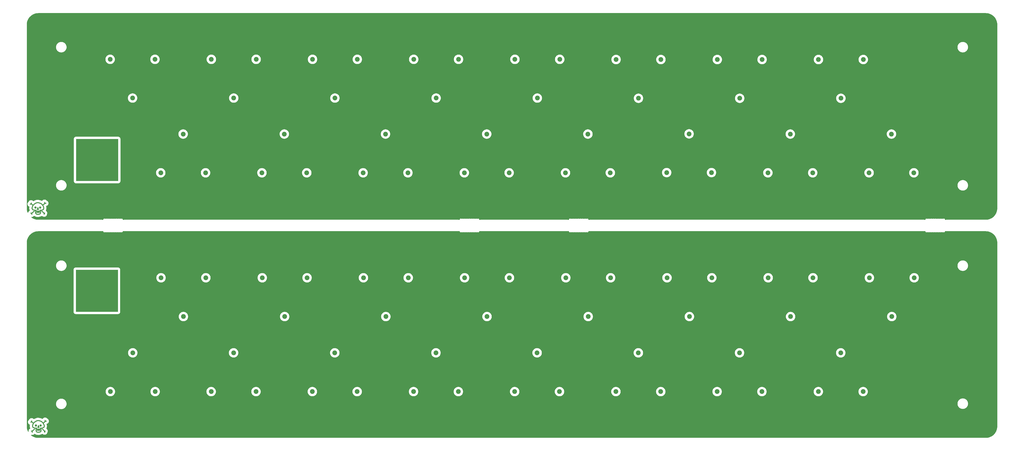
<source format=gtl>
G04 #@! TF.GenerationSoftware,KiCad,Pcbnew,7.0.2*
G04 #@! TF.CreationDate,2024-02-27T17:42:23-06:00*
G04 #@! TF.ProjectId,CapBankBreakout,43617042-616e-46b4-9272-65616b6f7574,rev?*
G04 #@! TF.SameCoordinates,Original*
G04 #@! TF.FileFunction,Copper,L1,Top*
G04 #@! TF.FilePolarity,Positive*
%FSLAX46Y46*%
G04 Gerber Fmt 4.6, Leading zero omitted, Abs format (unit mm)*
G04 Created by KiCad (PCBNEW 7.0.2) date 2024-02-27 17:42:23*
%MOMM*%
%LPD*%
G01*
G04 APERTURE LIST*
G04 #@! TA.AperFunction,EtchedComponent*
%ADD10C,0.381000*%
G04 #@! TD*
G04 #@! TA.AperFunction,ComponentPad*
%ADD11R,18.288000X18.288000*%
G04 #@! TD*
G04 #@! TA.AperFunction,ComponentPad*
%ADD12R,2.082800X2.082800*%
G04 #@! TD*
G04 #@! TA.AperFunction,ComponentPad*
%ADD13C,2.082800*%
G04 #@! TD*
G04 APERTURE END LIST*
D10*
X106883000Y-188034559D02*
X106502000Y-188161559D01*
X106883000Y-188034559D02*
X106883000Y-187653559D01*
X107137000Y-192098559D02*
X106756000Y-192098559D01*
X107137000Y-192098559D02*
X107137000Y-192606559D01*
X107264000Y-189812559D02*
X107391000Y-189304559D01*
X107264000Y-190066559D02*
X107264000Y-189812559D01*
X107264000Y-190066559D02*
X107391000Y-190320559D01*
X107391000Y-188415559D02*
X106883000Y-188034559D01*
X107391000Y-189304559D02*
X107645000Y-188669559D01*
X107391000Y-190320559D02*
X107518000Y-190574559D01*
X107518000Y-190574559D02*
X108026000Y-190701559D01*
X107645000Y-188669559D02*
X108153000Y-188161559D01*
X108026000Y-190701559D02*
X108661000Y-190828559D01*
X108153000Y-188161559D02*
X108788000Y-187780559D01*
X108153000Y-191209559D02*
X107137000Y-192098559D01*
X108661000Y-190828559D02*
X109042000Y-190828559D01*
X108788000Y-187780559D02*
X109423000Y-187526559D01*
X108788000Y-191590559D02*
X108788000Y-190828559D01*
X108788000Y-191971559D02*
X108788000Y-191590559D01*
X108788000Y-191971559D02*
X108915000Y-192225559D01*
X108915000Y-192225559D02*
X109169000Y-192479559D01*
X109169000Y-192479559D02*
X109550000Y-192606559D01*
X109296000Y-191209559D02*
X110439000Y-191209559D01*
X109296000Y-191717559D02*
X109296000Y-191209559D01*
X109423000Y-187526559D02*
X109931000Y-187526559D01*
X109550000Y-190447559D02*
X109804000Y-189685559D01*
X109804000Y-189685559D02*
X110058000Y-190447559D01*
X109931000Y-187526559D02*
X110566000Y-187653559D01*
X109931000Y-191336559D02*
X109931000Y-191590559D01*
X109931000Y-192606559D02*
X109550000Y-192606559D01*
X110058000Y-190447559D02*
X109550000Y-190447559D01*
X110439000Y-191209559D02*
X110439000Y-191717559D01*
X110439000Y-191717559D02*
X109296000Y-191717559D01*
X110439000Y-192479559D02*
X109931000Y-192606559D01*
X110566000Y-187653559D02*
X111201000Y-187907559D01*
X110820000Y-192352559D02*
X110439000Y-192479559D01*
X110947000Y-190828559D02*
X110947000Y-191590559D01*
X110947000Y-191590559D02*
X110947000Y-191971559D01*
X110947000Y-191971559D02*
X110820000Y-192352559D01*
X111074000Y-190828559D02*
X110693000Y-190828559D01*
X111201000Y-187907559D02*
X111709000Y-188415559D01*
X111455000Y-190828559D02*
X111074000Y-190828559D01*
X111582000Y-191209559D02*
X112471000Y-192098559D01*
X111709000Y-188415559D02*
X111963000Y-188796559D01*
X111963000Y-188796559D02*
X112217000Y-189304559D01*
X111963000Y-190574559D02*
X111455000Y-190828559D01*
X112090000Y-188415559D02*
X112725000Y-187907559D01*
X112217000Y-189304559D02*
X112344000Y-189685559D01*
X112217000Y-190447559D02*
X111963000Y-190574559D01*
X112344000Y-189685559D02*
X112344000Y-190066559D01*
X112344000Y-190066559D02*
X112217000Y-190447559D01*
X112471000Y-192098559D02*
X112471000Y-192479559D01*
X112471000Y-192098559D02*
X112725000Y-192098559D01*
X112471000Y-192479559D02*
X112598000Y-192479559D01*
X112725000Y-187907559D02*
X112725000Y-187399559D01*
X112725000Y-187907559D02*
X113233000Y-187780559D01*
X109071981Y-189685559D02*
G75*
G03*
X109071981Y-189685559I-283981J0D01*
G01*
X111103981Y-189685559D02*
G75*
G03*
X111103981Y-189685559I-283981J0D01*
G01*
X107079000Y-282968000D02*
X106698000Y-283095000D01*
X107079000Y-282968000D02*
X107079000Y-282587000D01*
X107333000Y-287032000D02*
X106952000Y-287032000D01*
X107333000Y-287032000D02*
X107333000Y-287540000D01*
X107460000Y-284746000D02*
X107587000Y-284238000D01*
X107460000Y-285000000D02*
X107460000Y-284746000D01*
X107460000Y-285000000D02*
X107587000Y-285254000D01*
X107587000Y-283349000D02*
X107079000Y-282968000D01*
X107587000Y-284238000D02*
X107841000Y-283603000D01*
X107587000Y-285254000D02*
X107714000Y-285508000D01*
X107714000Y-285508000D02*
X108222000Y-285635000D01*
X107841000Y-283603000D02*
X108349000Y-283095000D01*
X108222000Y-285635000D02*
X108857000Y-285762000D01*
X108349000Y-283095000D02*
X108984000Y-282714000D01*
X108349000Y-286143000D02*
X107333000Y-287032000D01*
X108857000Y-285762000D02*
X109238000Y-285762000D01*
X108984000Y-282714000D02*
X109619000Y-282460000D01*
X108984000Y-286524000D02*
X108984000Y-285762000D01*
X108984000Y-286905000D02*
X108984000Y-286524000D01*
X108984000Y-286905000D02*
X109111000Y-287159000D01*
X109111000Y-287159000D02*
X109365000Y-287413000D01*
X109365000Y-287413000D02*
X109746000Y-287540000D01*
X109492000Y-286143000D02*
X110635000Y-286143000D01*
X109492000Y-286651000D02*
X109492000Y-286143000D01*
X109619000Y-282460000D02*
X110127000Y-282460000D01*
X109746000Y-285381000D02*
X110000000Y-284619000D01*
X110000000Y-284619000D02*
X110254000Y-285381000D01*
X110127000Y-282460000D02*
X110762000Y-282587000D01*
X110127000Y-286270000D02*
X110127000Y-286524000D01*
X110127000Y-287540000D02*
X109746000Y-287540000D01*
X110254000Y-285381000D02*
X109746000Y-285381000D01*
X110635000Y-286143000D02*
X110635000Y-286651000D01*
X110635000Y-286651000D02*
X109492000Y-286651000D01*
X110635000Y-287413000D02*
X110127000Y-287540000D01*
X110762000Y-282587000D02*
X111397000Y-282841000D01*
X111016000Y-287286000D02*
X110635000Y-287413000D01*
X111143000Y-285762000D02*
X111143000Y-286524000D01*
X111143000Y-286524000D02*
X111143000Y-286905000D01*
X111143000Y-286905000D02*
X111016000Y-287286000D01*
X111270000Y-285762000D02*
X110889000Y-285762000D01*
X111397000Y-282841000D02*
X111905000Y-283349000D01*
X111651000Y-285762000D02*
X111270000Y-285762000D01*
X111778000Y-286143000D02*
X112667000Y-287032000D01*
X111905000Y-283349000D02*
X112159000Y-283730000D01*
X112159000Y-283730000D02*
X112413000Y-284238000D01*
X112159000Y-285508000D02*
X111651000Y-285762000D01*
X112286000Y-283349000D02*
X112921000Y-282841000D01*
X112413000Y-284238000D02*
X112540000Y-284619000D01*
X112413000Y-285381000D02*
X112159000Y-285508000D01*
X112540000Y-284619000D02*
X112540000Y-285000000D01*
X112540000Y-285000000D02*
X112413000Y-285381000D01*
X112667000Y-287032000D02*
X112667000Y-287413000D01*
X112667000Y-287032000D02*
X112921000Y-287032000D01*
X112667000Y-287413000D02*
X112794000Y-287413000D01*
X112921000Y-282841000D02*
X112921000Y-282333000D01*
X112921000Y-282841000D02*
X113429000Y-282714000D01*
X109267981Y-284619000D02*
G75*
G03*
X109267981Y-284619000I-283981J0D01*
G01*
X111299981Y-284619000D02*
G75*
G03*
X111299981Y-284619000I-283981J0D01*
G01*
D11*
X135585000Y-168965000D03*
D12*
X216994998Y-180175709D03*
D13*
X216994998Y-157675709D03*
X226737784Y-174550709D03*
X207252212Y-174550709D03*
D12*
X414927000Y-275457559D03*
D13*
X414927000Y-252957559D03*
X424669786Y-269832559D03*
X405184214Y-269832559D03*
D12*
X282927000Y-275457559D03*
D13*
X282927000Y-252957559D03*
X292669786Y-269832559D03*
X273184214Y-269832559D03*
D12*
X349130000Y-214649968D03*
D13*
X349130000Y-237149968D03*
X339387214Y-220274968D03*
X358872786Y-220274968D03*
D12*
X282994998Y-119495409D03*
D13*
X282994998Y-141995409D03*
X273252212Y-125120409D03*
X292737784Y-125120409D03*
D12*
X437130000Y-214649968D03*
D13*
X437130000Y-237149968D03*
X427387214Y-220274968D03*
X446872786Y-220274968D03*
D12*
X481130000Y-214649968D03*
D13*
X481130000Y-237149968D03*
X471387214Y-220274968D03*
X490872786Y-220274968D03*
D11*
X496160000Y-264027559D03*
D12*
X326898000Y-275457559D03*
D13*
X326898000Y-252957559D03*
X336640786Y-269832559D03*
X317155214Y-269832559D03*
D12*
X172994998Y-180175709D03*
D13*
X172994998Y-157675709D03*
X182737784Y-174550709D03*
X163252212Y-174550709D03*
D12*
X436994998Y-180175709D03*
D13*
X436994998Y-157675709D03*
X446737784Y-174550709D03*
X427252212Y-174550709D03*
D12*
X458994998Y-119585559D03*
D13*
X458994998Y-142085559D03*
X449252212Y-125210559D03*
X468737784Y-125210559D03*
D12*
X217130000Y-214649968D03*
D13*
X217130000Y-237149968D03*
X207387214Y-220274968D03*
X226872786Y-220274968D03*
D11*
X135480000Y-225927559D03*
D12*
X150994998Y-119495409D03*
D13*
X150994998Y-141995409D03*
X141252212Y-125120409D03*
X160737784Y-125120409D03*
D12*
X326994998Y-119495409D03*
D13*
X326994998Y-141995409D03*
X317252212Y-125120409D03*
X336737784Y-125120409D03*
D12*
X392994998Y-180085559D03*
D13*
X392994998Y-157585559D03*
X402737784Y-174460559D03*
X383252212Y-174460559D03*
D12*
X370994998Y-119585559D03*
D13*
X370994998Y-142085559D03*
X361252212Y-125210559D03*
X380737784Y-125210559D03*
D12*
X238994998Y-119495409D03*
D13*
X238994998Y-141995409D03*
X229252212Y-125120409D03*
X248737784Y-125120409D03*
D12*
X480994998Y-180175709D03*
D13*
X480994998Y-157675709D03*
X490737784Y-174550709D03*
X471252212Y-174550709D03*
D12*
X458927000Y-275457559D03*
D13*
X458927000Y-252957559D03*
X468669786Y-269832559D03*
X449184214Y-269832559D03*
D12*
X304994998Y-180175709D03*
D13*
X304994998Y-157675709D03*
X314737784Y-174550709D03*
X295252212Y-174550709D03*
D12*
X393130000Y-214649968D03*
D13*
X393130000Y-237149968D03*
X383387214Y-220274968D03*
X402872786Y-220274968D03*
D12*
X260994998Y-180175709D03*
D13*
X260994998Y-157675709D03*
X270737784Y-174550709D03*
X251252212Y-174550709D03*
D12*
X370927000Y-275457559D03*
D13*
X370927000Y-252957559D03*
X380669786Y-269832559D03*
X361184214Y-269832559D03*
D12*
X194927000Y-275457559D03*
D13*
X194927000Y-252957559D03*
X204669786Y-269832559D03*
X185184214Y-269832559D03*
D12*
X194994998Y-119495409D03*
D13*
X194994998Y-141995409D03*
X185252212Y-125120409D03*
X204737784Y-125120409D03*
D12*
X238927000Y-275457559D03*
D13*
X238927000Y-252957559D03*
X248669786Y-269832559D03*
X229184214Y-269832559D03*
D12*
X348994998Y-180175709D03*
D13*
X348994998Y-157675709D03*
X358737784Y-174550709D03*
X339252212Y-174550709D03*
D11*
X496265000Y-130865000D03*
D12*
X261130000Y-214649968D03*
D13*
X261130000Y-237149968D03*
X251387214Y-220274968D03*
X270872786Y-220274968D03*
D12*
X151079000Y-275457559D03*
D13*
X151079000Y-252957559D03*
X160821786Y-269832559D03*
X141336214Y-269832559D03*
D12*
X305130000Y-214649968D03*
D13*
X305130000Y-237149968D03*
X295387214Y-220274968D03*
X314872786Y-220274968D03*
D12*
X414994998Y-119585559D03*
D13*
X414994998Y-142085559D03*
X405252212Y-125210559D03*
X424737784Y-125210559D03*
D12*
X173130000Y-214649968D03*
D13*
X173130000Y-237149968D03*
X163387214Y-220274968D03*
X182872786Y-220274968D03*
G04 #@! TA.AperFunction,Conductor*
G36*
X504404156Y-199928472D02*
G01*
X504548449Y-199964037D01*
X504572707Y-199966982D01*
X504573403Y-199967067D01*
X504589985Y-199974203D01*
X504673951Y-199979486D01*
X504681100Y-199980143D01*
X504848748Y-200000500D01*
X504999901Y-200000500D01*
X521997439Y-200000500D01*
X522002562Y-200000605D01*
X522217318Y-200009488D01*
X522413453Y-200018052D01*
X522423332Y-200018882D01*
X522636792Y-200045489D01*
X522834966Y-200071580D01*
X522844166Y-200073147D01*
X523054202Y-200117187D01*
X523250400Y-200160684D01*
X523258889Y-200162886D01*
X523464544Y-200224112D01*
X523656707Y-200284702D01*
X523664446Y-200287428D01*
X523863363Y-200365046D01*
X523865513Y-200365911D01*
X524051024Y-200442752D01*
X524057972Y-200445886D01*
X524225903Y-200527982D01*
X524249587Y-200539561D01*
X524252383Y-200540972D01*
X524430420Y-200633652D01*
X524436636Y-200637118D01*
X524619793Y-200746255D01*
X524622929Y-200748187D01*
X524686491Y-200788681D01*
X524792282Y-200856078D01*
X524797710Y-200859741D01*
X524971184Y-200983599D01*
X524974616Y-200986140D01*
X525133912Y-201108372D01*
X525138567Y-201112126D01*
X525301226Y-201249891D01*
X525304838Y-201253072D01*
X525452925Y-201388769D01*
X525456807Y-201392486D01*
X525607512Y-201543191D01*
X525611232Y-201547076D01*
X525746921Y-201695155D01*
X525750107Y-201698772D01*
X525887872Y-201861431D01*
X525891626Y-201866086D01*
X526013858Y-202025382D01*
X526016399Y-202028814D01*
X526140257Y-202202288D01*
X526143920Y-202207716D01*
X526251800Y-202377052D01*
X526253743Y-202380205D01*
X526362880Y-202563362D01*
X526366346Y-202569578D01*
X526459026Y-202747615D01*
X526460437Y-202750411D01*
X526554099Y-202941997D01*
X526557260Y-202949005D01*
X526634051Y-203134395D01*
X526635008Y-203136774D01*
X526712559Y-203335523D01*
X526715302Y-203343309D01*
X526775899Y-203535496D01*
X526837107Y-203741089D01*
X526839320Y-203749623D01*
X526882818Y-203945826D01*
X526926845Y-204155804D01*
X526928422Y-204165060D01*
X526954524Y-204363318D01*
X526981114Y-204576643D01*
X526981948Y-204586570D01*
X526990513Y-204782728D01*
X526999394Y-204997438D01*
X526999500Y-205002562D01*
X526999500Y-284997441D01*
X526999394Y-285002563D01*
X526990513Y-285217382D01*
X526981957Y-285413426D01*
X526981123Y-285423354D01*
X526954537Y-285636674D01*
X526928436Y-285834950D01*
X526926858Y-285844208D01*
X526882828Y-286054216D01*
X526839344Y-286250370D01*
X526837130Y-286258907D01*
X526775923Y-286464512D01*
X526715327Y-286656702D01*
X526712587Y-286664480D01*
X526635022Y-286863269D01*
X526634065Y-286865647D01*
X526557290Y-287051002D01*
X526554130Y-287058010D01*
X526460476Y-287249586D01*
X526459065Y-287252382D01*
X526366366Y-287430460D01*
X526362899Y-287436678D01*
X526253771Y-287619819D01*
X526251829Y-287622969D01*
X526143963Y-287792288D01*
X526140300Y-287797716D01*
X526016429Y-287971212D01*
X526013887Y-287974647D01*
X525891652Y-288133946D01*
X525887899Y-288138600D01*
X525750146Y-288301245D01*
X525746946Y-288304877D01*
X525611272Y-288452940D01*
X525607530Y-288456848D01*
X525456848Y-288607530D01*
X525452940Y-288611272D01*
X525304877Y-288746946D01*
X525301245Y-288750146D01*
X525138600Y-288887899D01*
X525133946Y-288891652D01*
X524974647Y-289013887D01*
X524971212Y-289016429D01*
X524797716Y-289140300D01*
X524792288Y-289143963D01*
X524622969Y-289251829D01*
X524619819Y-289253771D01*
X524436678Y-289362899D01*
X524430460Y-289366366D01*
X524252382Y-289459065D01*
X524249586Y-289460476D01*
X524058010Y-289554130D01*
X524051002Y-289557290D01*
X523865647Y-289634065D01*
X523863269Y-289635022D01*
X523664484Y-289712586D01*
X523656696Y-289715329D01*
X523464513Y-289775922D01*
X523258906Y-289837131D01*
X523250372Y-289839344D01*
X523054217Y-289882828D01*
X522844207Y-289926859D01*
X522834951Y-289928436D01*
X522636675Y-289954537D01*
X522423354Y-289981123D01*
X522413427Y-289981957D01*
X522217383Y-289990513D01*
X522002564Y-289999394D01*
X521997442Y-289999500D01*
X110002562Y-289999500D01*
X109997437Y-289999394D01*
X109782728Y-289990513D01*
X109586571Y-289981948D01*
X109576643Y-289981114D01*
X109363320Y-289954524D01*
X109165062Y-289928423D01*
X109155803Y-289926845D01*
X108945826Y-289882818D01*
X108749624Y-289839321D01*
X108741086Y-289837106D01*
X108535496Y-289775899D01*
X108343305Y-289715301D01*
X108335528Y-289712561D01*
X108206985Y-289662404D01*
X108136734Y-289634991D01*
X108134395Y-289634051D01*
X107949005Y-289557260D01*
X107941997Y-289554099D01*
X107750411Y-289460437D01*
X107747615Y-289459026D01*
X107569578Y-289366346D01*
X107563362Y-289362880D01*
X107380205Y-289253743D01*
X107377052Y-289251800D01*
X107207716Y-289143920D01*
X107202288Y-289140257D01*
X107028814Y-289016399D01*
X107025382Y-289013858D01*
X106880139Y-288902410D01*
X106838936Y-288845982D01*
X106834781Y-288776236D01*
X106868993Y-288715316D01*
X106930710Y-288682563D01*
X107000338Y-288688376D01*
X107000417Y-288688407D01*
X107004964Y-288690168D01*
X107005671Y-288690442D01*
X107222638Y-288731000D01*
X107222640Y-288731000D01*
X107443360Y-288731000D01*
X107443362Y-288731000D01*
X107660329Y-288690442D01*
X107866149Y-288610707D01*
X108053812Y-288494510D01*
X108216930Y-288345809D01*
X108301624Y-288233655D01*
X108357731Y-288192021D01*
X108427443Y-288187328D01*
X108488114Y-288220558D01*
X108523158Y-288255487D01*
X108561768Y-288294097D01*
X108562333Y-288294566D01*
X108563080Y-288295278D01*
X108602392Y-288334461D01*
X108642437Y-288361795D01*
X108651739Y-288368807D01*
X108689039Y-288399781D01*
X108689041Y-288399782D01*
X108733287Y-288424427D01*
X108742849Y-288430336D01*
X108784695Y-288458900D01*
X108829074Y-288478407D01*
X108839510Y-288483593D01*
X108859106Y-288494508D01*
X108881869Y-288507187D01*
X108934454Y-288524811D01*
X108935473Y-288525178D01*
X108936139Y-288525471D01*
X108976457Y-288538910D01*
X108987857Y-288542710D01*
X109100839Y-288580578D01*
X109102928Y-288581067D01*
X109281753Y-288640674D01*
X109297810Y-288647311D01*
X109313918Y-288655332D01*
X109391896Y-288677518D01*
X109397133Y-288679134D01*
X109421606Y-288687293D01*
X109424409Y-288687947D01*
X109424408Y-288687947D01*
X109444597Y-288692660D01*
X109450318Y-288694140D01*
X109526217Y-288715736D01*
X109546301Y-288717597D01*
X109563051Y-288720314D01*
X109582704Y-288724903D01*
X109661526Y-288728415D01*
X109667439Y-288728822D01*
X109688069Y-288730734D01*
X109688074Y-288730734D01*
X109690941Y-288731000D01*
X109716709Y-288731000D01*
X109722230Y-288731122D01*
X109746794Y-288732218D01*
X109803209Y-288734733D01*
X109803209Y-288734732D01*
X109803210Y-288734733D01*
X109821026Y-288732217D01*
X109838360Y-288731000D01*
X110105811Y-288731000D01*
X110109805Y-288731063D01*
X110198937Y-288733937D01*
X110268922Y-288723174D01*
X110276282Y-288722268D01*
X110346783Y-288715736D01*
X110432557Y-288691330D01*
X110436387Y-288690306D01*
X110914846Y-288570693D01*
X110959394Y-288560293D01*
X110963703Y-288558856D01*
X110972867Y-288556187D01*
X110977275Y-288555086D01*
X111020417Y-288539952D01*
X111337029Y-288434414D01*
X111347642Y-288431395D01*
X111397976Y-288419469D01*
X111397976Y-288419468D01*
X111397980Y-288419468D01*
X111496910Y-288375591D01*
X111596305Y-288331900D01*
X111596304Y-288331900D01*
X111598116Y-288331104D01*
X111641551Y-288301245D01*
X111688927Y-288268676D01*
X111690194Y-288267810D01*
X111756639Y-288246226D01*
X111824212Y-288263993D01*
X111851808Y-288286638D01*
X111859185Y-288294729D01*
X111861191Y-288296930D01*
X111900745Y-288326800D01*
X111909555Y-288334116D01*
X111938858Y-288360828D01*
X111946188Y-288367510D01*
X111988333Y-288393605D01*
X111997768Y-288400069D01*
X112017030Y-288414614D01*
X112037333Y-288429946D01*
X112046310Y-288434416D01*
X112081700Y-288452039D01*
X112091697Y-288457606D01*
X112125288Y-288478405D01*
X112133853Y-288483708D01*
X112180083Y-288501618D01*
X112190552Y-288506240D01*
X112227841Y-288524808D01*
X112234920Y-288528333D01*
X112282582Y-288541894D01*
X112293440Y-288545533D01*
X112327848Y-288558862D01*
X112339671Y-288563442D01*
X112388424Y-288572555D01*
X112399527Y-288575167D01*
X112447217Y-288588736D01*
X112496577Y-288593309D01*
X112507888Y-288594886D01*
X112556638Y-288604000D01*
X112556640Y-288604000D01*
X112846187Y-288604000D01*
X112849059Y-288604000D01*
X112988057Y-288591119D01*
X113013785Y-288588736D01*
X113226080Y-288528333D01*
X113268549Y-288507186D01*
X113423667Y-288429946D01*
X113599809Y-288296930D01*
X113601816Y-288294729D01*
X113707643Y-288178641D01*
X113748510Y-288133812D01*
X113864707Y-287946149D01*
X113944442Y-287740329D01*
X113966651Y-287621515D01*
X113983112Y-287579028D01*
X113991707Y-287565149D01*
X114071442Y-287359329D01*
X114112000Y-287142362D01*
X114112000Y-286921638D01*
X114071442Y-286704671D01*
X113991707Y-286498851D01*
X113970426Y-286464482D01*
X113875508Y-286311185D01*
X113726810Y-286148070D01*
X113543435Y-286009592D01*
X113501799Y-285953483D01*
X113497108Y-285883771D01*
X113507068Y-285855555D01*
X113529043Y-285811242D01*
X113550812Y-285734247D01*
X113552469Y-285728864D01*
X113640674Y-285464245D01*
X113647314Y-285448183D01*
X113655332Y-285432082D01*
X113668603Y-285385438D01*
X113677518Y-285354101D01*
X113679139Y-285348852D01*
X113687293Y-285324394D01*
X113692658Y-285301410D01*
X113694146Y-285295660D01*
X113700332Y-285273919D01*
X113715736Y-285219783D01*
X113717597Y-285199696D01*
X113720315Y-285182946D01*
X113724903Y-285163296D01*
X113728416Y-285084469D01*
X113728822Y-285078558D01*
X113730734Y-285057927D01*
X113731000Y-285055059D01*
X113731000Y-285029291D01*
X113731123Y-285023768D01*
X113734733Y-284942791D01*
X113732217Y-284924967D01*
X113731000Y-284907634D01*
X113731000Y-284711359D01*
X113732218Y-284694022D01*
X113734733Y-284676209D01*
X113731123Y-284595230D01*
X113731000Y-284589707D01*
X113731000Y-284566809D01*
X113731000Y-284563941D01*
X113730734Y-284561069D01*
X113728822Y-284540439D01*
X113728415Y-284534513D01*
X113724903Y-284455704D01*
X113720314Y-284436051D01*
X113717597Y-284419301D01*
X113715736Y-284399218D01*
X113715736Y-284399217D01*
X113694140Y-284323318D01*
X113692660Y-284317597D01*
X113687947Y-284297408D01*
X113687293Y-284294606D01*
X113679134Y-284270133D01*
X113677512Y-284264877D01*
X113669782Y-284237709D01*
X113655332Y-284186918D01*
X113647311Y-284170810D01*
X113640673Y-284154749D01*
X113615979Y-284080665D01*
X113601166Y-284036229D01*
X113598642Y-283966407D01*
X113634267Y-283906302D01*
X113688728Y-283876722D01*
X113771275Y-283856086D01*
X113927378Y-283801326D01*
X114118688Y-283691236D01*
X114286512Y-283547866D01*
X114425134Y-283376101D01*
X114529833Y-283181788D01*
X114597046Y-282971546D01*
X114604884Y-282908970D01*
X114624481Y-282752538D01*
X114622100Y-282713020D01*
X114611206Y-282532207D01*
X114557673Y-282318073D01*
X114465703Y-282117421D01*
X114402066Y-282027253D01*
X114338432Y-281937087D01*
X114338430Y-281937085D01*
X114180188Y-281783207D01*
X114180185Y-281783205D01*
X114180184Y-281783204D01*
X113996364Y-281661024D01*
X113893786Y-281617434D01*
X113843329Y-281578039D01*
X113804929Y-281527190D01*
X113641814Y-281378491D01*
X113454150Y-281262293D01*
X113248329Y-281182558D01*
X113248328Y-281182558D01*
X113031362Y-281142000D01*
X112810638Y-281142000D01*
X112665993Y-281169038D01*
X112593670Y-281182558D01*
X112387849Y-281262293D01*
X112200185Y-281378491D01*
X112037070Y-281527189D01*
X111927638Y-281672102D01*
X111871529Y-281713738D01*
X111801817Y-281718429D01*
X111782631Y-281712506D01*
X111261800Y-281504173D01*
X111251189Y-281499338D01*
X111208096Y-281477199D01*
X111154939Y-281461347D01*
X111153879Y-281461005D01*
X111153205Y-281460736D01*
X111101506Y-281445414D01*
X111049564Y-281429926D01*
X111048848Y-281429782D01*
X111047754Y-281429484D01*
X110994598Y-281413731D01*
X110946398Y-281408733D01*
X110934871Y-281406986D01*
X110412046Y-281302421D01*
X110402432Y-281300096D01*
X110346783Y-281284263D01*
X110244386Y-281274775D01*
X110243494Y-281274681D01*
X110142066Y-281263993D01*
X110142064Y-281263993D01*
X110084397Y-281268605D01*
X110074512Y-281269000D01*
X109672602Y-281269000D01*
X109662508Y-281268588D01*
X109660055Y-281268387D01*
X109605955Y-281263968D01*
X109502626Y-281274681D01*
X109395466Y-281284611D01*
X109390018Y-281285660D01*
X109286832Y-281316240D01*
X109186913Y-281344669D01*
X109136107Y-281369967D01*
X109126890Y-281374097D01*
X108613354Y-281579511D01*
X108599568Y-281584108D01*
X108567551Y-281592736D01*
X108508093Y-281621311D01*
X108500450Y-281624673D01*
X108493203Y-281627572D01*
X108493187Y-281627579D01*
X108490553Y-281628633D01*
X108488026Y-281629925D01*
X108488008Y-281629934D01*
X108456101Y-281646258D01*
X108453344Y-281647625D01*
X108421030Y-281663156D01*
X108421012Y-281663165D01*
X108418448Y-281664398D01*
X108416010Y-281665860D01*
X108415987Y-281665873D01*
X108409289Y-281669892D01*
X108401980Y-281673948D01*
X108343279Y-281703981D01*
X108317040Y-281724248D01*
X108305040Y-281732441D01*
X108139851Y-281831555D01*
X108072237Y-281849167D01*
X108005835Y-281827429D01*
X107977100Y-281799954D01*
X107962930Y-281781191D01*
X107799814Y-281632491D01*
X107612150Y-281516293D01*
X107406329Y-281436558D01*
X107374066Y-281430527D01*
X107189362Y-281396000D01*
X106968638Y-281396000D01*
X106823993Y-281423038D01*
X106751670Y-281436558D01*
X106545849Y-281516293D01*
X106358185Y-281632491D01*
X106195070Y-281781189D01*
X106062055Y-281957331D01*
X105978582Y-282124964D01*
X105943414Y-282165313D01*
X105943529Y-282165429D01*
X105941887Y-282167065D01*
X105937500Y-282172099D01*
X105935395Y-282173535D01*
X105779060Y-282329357D01*
X105654019Y-282511250D01*
X105564531Y-282713022D01*
X105513642Y-282927796D01*
X105503083Y-283148268D01*
X105507703Y-283181788D01*
X105533219Y-283366929D01*
X105603018Y-283576326D01*
X105710105Y-283769333D01*
X105850835Y-283939377D01*
X106020413Y-284080665D01*
X106213066Y-284188389D01*
X106250962Y-284201159D01*
X106308204Y-284241222D01*
X106334699Y-284305873D01*
X106331659Y-284348741D01*
X106309696Y-284436592D01*
X106308665Y-284440449D01*
X106284263Y-284526215D01*
X106277731Y-284596707D01*
X106276820Y-284604110D01*
X106266063Y-284674064D01*
X106268936Y-284763193D01*
X106269000Y-284767188D01*
X106269000Y-284879243D01*
X106268803Y-284881387D01*
X106268819Y-284891601D01*
X106268820Y-284891601D01*
X106269000Y-285000541D01*
X106269000Y-285055059D01*
X106269066Y-285055776D01*
X106269092Y-285056853D01*
X106269183Y-285112326D01*
X106278170Y-285159963D01*
X106279790Y-285171507D01*
X106284263Y-285219785D01*
X106298124Y-285268498D01*
X106300709Y-285279445D01*
X106309188Y-285324394D01*
X106310100Y-285329225D01*
X106327686Y-285374398D01*
X106331396Y-285385438D01*
X106339198Y-285412858D01*
X106344668Y-285432082D01*
X106360685Y-285464250D01*
X106369392Y-285481736D01*
X106369851Y-285482712D01*
X106370114Y-285483385D01*
X106371034Y-285485225D01*
X106371042Y-285485242D01*
X106394388Y-285531934D01*
X106447607Y-285638810D01*
X106448740Y-285640637D01*
X106517886Y-285778929D01*
X106530261Y-285847694D01*
X106503493Y-285912233D01*
X106462249Y-285945383D01*
X106322333Y-286015053D01*
X106146189Y-286148070D01*
X105997491Y-286311185D01*
X105881293Y-286498849D01*
X105820146Y-286656689D01*
X105801558Y-286704671D01*
X105771467Y-286865647D01*
X105761000Y-286921640D01*
X105761000Y-287142366D01*
X105762737Y-287151660D01*
X105755704Y-287221175D01*
X105712205Y-287275852D01*
X105646050Y-287298332D01*
X105578244Y-287281477D01*
X105530314Y-287230639D01*
X105529476Y-287228959D01*
X105445886Y-287057972D01*
X105442752Y-287051024D01*
X105365911Y-286865513D01*
X105365046Y-286863363D01*
X105287431Y-286664453D01*
X105284696Y-286656689D01*
X105224112Y-286464544D01*
X105162884Y-286258883D01*
X105160678Y-286250375D01*
X105137997Y-286148070D01*
X105117175Y-286054145D01*
X105111497Y-286027064D01*
X105073149Y-285844175D01*
X105071576Y-285834937D01*
X105045489Y-285636792D01*
X105018882Y-285423334D01*
X105018052Y-285413455D01*
X105009488Y-285217318D01*
X105000605Y-285002562D01*
X105000500Y-284997439D01*
X105000500Y-275190000D01*
X117708594Y-275190000D01*
X117708859Y-275194043D01*
X117708859Y-275194044D01*
X117715938Y-275302056D01*
X117714502Y-275308468D01*
X117717558Y-275331186D01*
X117718398Y-275339597D01*
X117718839Y-275346320D01*
X117719105Y-275354436D01*
X117719105Y-275372949D01*
X117721060Y-275380200D01*
X117728197Y-275489089D01*
X117728986Y-275493058D01*
X117728988Y-275493069D01*
X117750727Y-275602356D01*
X117750063Y-275609766D01*
X117756708Y-275634023D01*
X117758730Y-275642587D01*
X117760154Y-275649745D01*
X117761430Y-275657410D01*
X117763567Y-275673302D01*
X117765999Y-275679133D01*
X117769532Y-275696893D01*
X117786672Y-275783060D01*
X117787972Y-275786891D01*
X117787976Y-275786904D01*
X117824823Y-275895449D01*
X117825168Y-275903745D01*
X117835765Y-275928734D01*
X117839025Y-275937288D01*
X117841738Y-275945281D01*
X117843912Y-275952375D01*
X117847396Y-275965093D01*
X117849963Y-275969510D01*
X117881709Y-276063032D01*
X117881713Y-276063042D01*
X117883017Y-276066883D01*
X117884810Y-276070519D01*
X117884813Y-276070526D01*
X117936930Y-276176208D01*
X117938498Y-276185208D01*
X117953222Y-276210067D01*
X117957748Y-276218422D01*
X117962299Y-276227652D01*
X117965242Y-276234076D01*
X117969123Y-276243227D01*
X117971487Y-276246283D01*
X118015584Y-276335703D01*
X118017835Y-276339072D01*
X118017838Y-276339077D01*
X118047293Y-276383159D01*
X118068298Y-276414596D01*
X118085098Y-276439738D01*
X118088075Y-276449245D01*
X118106959Y-276473159D01*
X118112748Y-276481120D01*
X118119835Y-276491727D01*
X118123419Y-276497419D01*
X118126584Y-276502762D01*
X118128434Y-276504596D01*
X118182105Y-276584920D01*
X118184780Y-276587970D01*
X118184786Y-276587978D01*
X118266733Y-276681420D01*
X118271268Y-276691196D01*
X118294200Y-276713374D01*
X118301226Y-276720751D01*
X118311731Y-276732730D01*
X118315816Y-276737637D01*
X118317010Y-276739149D01*
X118318054Y-276739940D01*
X118379731Y-276810269D01*
X118469718Y-276889186D01*
X118478670Y-276897036D01*
X118484868Y-276906808D01*
X118511554Y-276926470D01*
X118519761Y-276933072D01*
X118534752Y-276946219D01*
X118536756Y-276948065D01*
X118537039Y-276948225D01*
X118605080Y-277007895D01*
X118608462Y-277010154D01*
X118608461Y-277010154D01*
X118717200Y-277082811D01*
X118725120Y-277092288D01*
X118755174Y-277108758D01*
X118764468Y-277114394D01*
X118854297Y-277174416D01*
X118857935Y-277176210D01*
X118857937Y-277176211D01*
X118978151Y-277235494D01*
X118987808Y-277244378D01*
X119020732Y-277257059D01*
X119031010Y-277261561D01*
X119123117Y-277306983D01*
X119126965Y-277308289D01*
X119126967Y-277308290D01*
X119256973Y-277352421D01*
X119268320Y-277360399D01*
X119303495Y-277368782D01*
X119314592Y-277371980D01*
X119406940Y-277403328D01*
X119548793Y-277431544D01*
X119561743Y-277438318D01*
X119598512Y-277442017D01*
X119610276Y-277443774D01*
X119700911Y-277461803D01*
X119848488Y-277471475D01*
X119862896Y-277476751D01*
X119900533Y-277475493D01*
X119912789Y-277475690D01*
X119995943Y-277481141D01*
X119995957Y-277481141D01*
X120000000Y-277481406D01*
X120150848Y-277471519D01*
X120166519Y-277475025D01*
X120204260Y-277468660D01*
X120216773Y-277467198D01*
X120299089Y-277461803D01*
X120450580Y-277431669D01*
X120467277Y-277433163D01*
X120504364Y-277421659D01*
X120516908Y-277418475D01*
X120593060Y-277403328D01*
X120742426Y-277352624D01*
X120759869Y-277351897D01*
X120795526Y-277335351D01*
X120807847Y-277330417D01*
X120876883Y-277306983D01*
X121021307Y-277235760D01*
X121039176Y-277232646D01*
X121072660Y-277211271D01*
X121084525Y-277204585D01*
X121145703Y-277174416D01*
X121282334Y-277083121D01*
X121300283Y-277077501D01*
X121330887Y-277051627D01*
X121342032Y-277043233D01*
X121394920Y-277007895D01*
X121520937Y-276897380D01*
X121538599Y-276889186D01*
X121565691Y-276859232D01*
X121575885Y-276849192D01*
X121620269Y-276810269D01*
X121732960Y-276681768D01*
X121749945Y-276670995D01*
X121772948Y-276637487D01*
X121781951Y-276625906D01*
X121817895Y-276584920D01*
X121914688Y-276440058D01*
X121930612Y-276426749D01*
X121949040Y-276390282D01*
X121956612Y-276377314D01*
X121984416Y-276335703D01*
X122062933Y-276176485D01*
X122077408Y-276160751D01*
X122090869Y-276121986D01*
X122096790Y-276107828D01*
X122116983Y-276066883D01*
X122175106Y-275895655D01*
X122187762Y-275877657D01*
X122195964Y-275837305D01*
X122200054Y-275822162D01*
X122213328Y-275783060D01*
X122271803Y-275489089D01*
X122291406Y-275190000D01*
X122285507Y-275100000D01*
X509708594Y-275100000D01*
X509708859Y-275104043D01*
X509708859Y-275104044D01*
X509715938Y-275212056D01*
X509714502Y-275218468D01*
X509717558Y-275241186D01*
X509718398Y-275249597D01*
X509718838Y-275256305D01*
X509719104Y-275264421D01*
X509719104Y-275282944D01*
X509721060Y-275290199D01*
X509728197Y-275399089D01*
X509728986Y-275403058D01*
X509728988Y-275403069D01*
X509750727Y-275512356D01*
X509750063Y-275519766D01*
X509756708Y-275544023D01*
X509758730Y-275552587D01*
X509760154Y-275559745D01*
X509761430Y-275567410D01*
X509763567Y-275583302D01*
X509765999Y-275589133D01*
X509776632Y-275642587D01*
X509786672Y-275693060D01*
X509787972Y-275696891D01*
X509787976Y-275696904D01*
X509824823Y-275805449D01*
X509825168Y-275813745D01*
X509835765Y-275838734D01*
X509839025Y-275847288D01*
X509841738Y-275855281D01*
X509843912Y-275862375D01*
X509847396Y-275875093D01*
X509849963Y-275879510D01*
X509881709Y-275973032D01*
X509881713Y-275973042D01*
X509883017Y-275976883D01*
X509884810Y-275980519D01*
X509884813Y-275980526D01*
X509936930Y-276086208D01*
X509938498Y-276095208D01*
X509953222Y-276120067D01*
X509957748Y-276128422D01*
X509962299Y-276137652D01*
X509965242Y-276144076D01*
X509969123Y-276153227D01*
X509971487Y-276156283D01*
X510002130Y-276218422D01*
X510015584Y-276245703D01*
X510017835Y-276249072D01*
X510017838Y-276249077D01*
X510052052Y-276300282D01*
X510077976Y-276339080D01*
X510085098Y-276349738D01*
X510088075Y-276359245D01*
X510106959Y-276383159D01*
X510112748Y-276391120D01*
X510119835Y-276401727D01*
X510123419Y-276407419D01*
X510126584Y-276412762D01*
X510128434Y-276414596D01*
X510145449Y-276440061D01*
X510182105Y-276494920D01*
X510184780Y-276497970D01*
X510184786Y-276497978D01*
X510266733Y-276591420D01*
X510271268Y-276601196D01*
X510294200Y-276623374D01*
X510301226Y-276630751D01*
X510311731Y-276642730D01*
X510315816Y-276647637D01*
X510317010Y-276649149D01*
X510318054Y-276649940D01*
X510379731Y-276720269D01*
X510477594Y-276806093D01*
X510478670Y-276807036D01*
X510484868Y-276816808D01*
X510511554Y-276836470D01*
X510519761Y-276843072D01*
X510534752Y-276856219D01*
X510536756Y-276858065D01*
X510537039Y-276858225D01*
X510605080Y-276917895D01*
X510627794Y-276933072D01*
X510717200Y-276992811D01*
X510725120Y-277002288D01*
X510755174Y-277018758D01*
X510764468Y-277024394D01*
X510854297Y-277084416D01*
X510857935Y-277086210D01*
X510857937Y-277086211D01*
X510978151Y-277145494D01*
X510987808Y-277154378D01*
X511020732Y-277167059D01*
X511031010Y-277171561D01*
X511123117Y-277216983D01*
X511126965Y-277218289D01*
X511126967Y-277218290D01*
X511178435Y-277235761D01*
X511254439Y-277261561D01*
X511256973Y-277262421D01*
X511268320Y-277270399D01*
X511303495Y-277278782D01*
X511314592Y-277281980D01*
X511406940Y-277313328D01*
X511548793Y-277341544D01*
X511561743Y-277348318D01*
X511598512Y-277352017D01*
X511610276Y-277353774D01*
X511700911Y-277371803D01*
X511848488Y-277381475D01*
X511862896Y-277386751D01*
X511900533Y-277385493D01*
X511912789Y-277385690D01*
X511995943Y-277391141D01*
X511995957Y-277391141D01*
X512000000Y-277391406D01*
X512150848Y-277381519D01*
X512166519Y-277385025D01*
X512204260Y-277378660D01*
X512216773Y-277377198D01*
X512299089Y-277371803D01*
X512450580Y-277341669D01*
X512467277Y-277343163D01*
X512504364Y-277331659D01*
X512516908Y-277328475D01*
X512593060Y-277313328D01*
X512742426Y-277262624D01*
X512759869Y-277261897D01*
X512795526Y-277245351D01*
X512807847Y-277240417D01*
X512876883Y-277216983D01*
X513021307Y-277145760D01*
X513039176Y-277142646D01*
X513072660Y-277121271D01*
X513084525Y-277114585D01*
X513145703Y-277084416D01*
X513282334Y-276993121D01*
X513300283Y-276987501D01*
X513330887Y-276961627D01*
X513342032Y-276953233D01*
X513394920Y-276917895D01*
X513520937Y-276807380D01*
X513538599Y-276799186D01*
X513565691Y-276769232D01*
X513575885Y-276759192D01*
X513620269Y-276720269D01*
X513732960Y-276591768D01*
X513749945Y-276580995D01*
X513772948Y-276547487D01*
X513781951Y-276535906D01*
X513817895Y-276494920D01*
X513914688Y-276350058D01*
X513930612Y-276336749D01*
X513949040Y-276300282D01*
X513956612Y-276287314D01*
X513984416Y-276245703D01*
X514062933Y-276086485D01*
X514077408Y-276070751D01*
X514090869Y-276031986D01*
X514096790Y-276017828D01*
X514116983Y-275976883D01*
X514175106Y-275805655D01*
X514187762Y-275787657D01*
X514195964Y-275747305D01*
X514200054Y-275732162D01*
X514213328Y-275693060D01*
X514271803Y-275399089D01*
X514291406Y-275100000D01*
X514271803Y-274800911D01*
X514213328Y-274506940D01*
X514200056Y-274467842D01*
X514195963Y-274452692D01*
X514189243Y-274419633D01*
X514175108Y-274394348D01*
X514118290Y-274226967D01*
X514118289Y-274226965D01*
X514116983Y-274223117D01*
X514096791Y-274182173D01*
X514090871Y-274168017D01*
X514079781Y-274136080D01*
X514062933Y-274113514D01*
X513986211Y-273957936D01*
X513986207Y-273957930D01*
X513984416Y-273954297D01*
X513956610Y-273912683D01*
X513949042Y-273899721D01*
X513933778Y-273869514D01*
X513914688Y-273849941D01*
X513820154Y-273708461D01*
X513817895Y-273705080D01*
X513781948Y-273664090D01*
X513772950Y-273652515D01*
X513753795Y-273624610D01*
X513732961Y-273608231D01*
X513623931Y-273483907D01*
X513620269Y-273479731D01*
X513575903Y-273440823D01*
X513565698Y-273430773D01*
X513543016Y-273405695D01*
X513520938Y-273392620D01*
X513397978Y-273284786D01*
X513397970Y-273284780D01*
X513394920Y-273282105D01*
X513342060Y-273246785D01*
X513330895Y-273238377D01*
X513305138Y-273216601D01*
X513282333Y-273206877D01*
X513149077Y-273117838D01*
X513149072Y-273117835D01*
X513145703Y-273115584D01*
X513142067Y-273113791D01*
X513142062Y-273113788D01*
X513084547Y-273085425D01*
X513072669Y-273078732D01*
X513044351Y-273060655D01*
X513021309Y-273054240D01*
X513001864Y-273044651D01*
X512876883Y-272983017D01*
X512862027Y-272977974D01*
X512807871Y-272959590D01*
X512795535Y-272954651D01*
X512765223Y-272940585D01*
X512742426Y-272937375D01*
X512596904Y-272887976D01*
X512596891Y-272887972D01*
X512593060Y-272886672D01*
X512589083Y-272885881D01*
X512589076Y-272885879D01*
X512531408Y-272874408D01*
X512516923Y-272871527D01*
X512504379Y-272868344D01*
X512472690Y-272858514D01*
X512450579Y-272858330D01*
X512303068Y-272828988D01*
X512303060Y-272828987D01*
X512299089Y-272828197D01*
X512295046Y-272827932D01*
X512295031Y-272827930D01*
X512216788Y-272822801D01*
X512204276Y-272821340D01*
X512171878Y-272815875D01*
X512150849Y-272818481D01*
X512000000Y-272808594D01*
X511995957Y-272808859D01*
X511995956Y-272808859D01*
X511912798Y-272814309D01*
X511900546Y-272814505D01*
X511868078Y-272813419D01*
X511848489Y-272818523D01*
X511704968Y-272827930D01*
X511704951Y-272827932D01*
X511700911Y-272828197D01*
X511696943Y-272828986D01*
X511696930Y-272828988D01*
X511610301Y-272846220D01*
X511598523Y-272847980D01*
X511566651Y-272851186D01*
X511548793Y-272858455D01*
X511410920Y-272885880D01*
X511410915Y-272885881D01*
X511406940Y-272886672D01*
X511403106Y-272887973D01*
X511403104Y-272887974D01*
X511314624Y-272918009D01*
X511303513Y-272921211D01*
X511272877Y-272928512D01*
X511256976Y-272937577D01*
X511126963Y-272981711D01*
X511126956Y-272981713D01*
X511123117Y-272983017D01*
X511119487Y-272984807D01*
X511119480Y-272984810D01*
X511031012Y-273028438D01*
X511020737Y-273032939D01*
X510991941Y-273044029D01*
X510978154Y-273054504D01*
X510871939Y-273106883D01*
X510854297Y-273115584D01*
X510850923Y-273117838D01*
X510850915Y-273117843D01*
X510764478Y-273175598D01*
X510755181Y-273181237D01*
X510728774Y-273195708D01*
X510717201Y-273207187D01*
X510621345Y-273271237D01*
X510605080Y-273282105D01*
X510602029Y-273284780D01*
X510602022Y-273284786D01*
X510537040Y-273341774D01*
X510536819Y-273341876D01*
X510534736Y-273343795D01*
X510519764Y-273356924D01*
X510511565Y-273363519D01*
X510488015Y-273380871D01*
X510478671Y-273392962D01*
X510382779Y-273477057D01*
X510382771Y-273477064D01*
X510379731Y-273479731D01*
X510377064Y-273482771D01*
X510377056Y-273482780D01*
X510318053Y-273550060D01*
X510317209Y-273550595D01*
X510315795Y-273552386D01*
X510311712Y-273557291D01*
X510301226Y-273569248D01*
X510294202Y-273576623D01*
X510273881Y-273596275D01*
X510266735Y-273608577D01*
X510184786Y-273702022D01*
X510184780Y-273702029D01*
X510182105Y-273705080D01*
X510179846Y-273708459D01*
X510179845Y-273708462D01*
X510128434Y-273785403D01*
X510126918Y-273786669D01*
X510123403Y-273792604D01*
X510119822Y-273798291D01*
X510112758Y-273808864D01*
X510106969Y-273816826D01*
X510090158Y-273838113D01*
X510085099Y-273850259D01*
X510017836Y-273950925D01*
X510017829Y-273950937D01*
X510015584Y-273954297D01*
X510013011Y-273959514D01*
X509971487Y-274043716D01*
X509969504Y-274045870D01*
X509965238Y-274055931D01*
X509962294Y-274062356D01*
X509957752Y-274071567D01*
X509953229Y-274079917D01*
X509940067Y-274102139D01*
X509936931Y-274113788D01*
X509884816Y-274219467D01*
X509884810Y-274219479D01*
X509883017Y-274223117D01*
X509881713Y-274226956D01*
X509881711Y-274226963D01*
X509849963Y-274320489D01*
X509847739Y-274323651D01*
X509843909Y-274337632D01*
X509841735Y-274344728D01*
X509839025Y-274352711D01*
X509835768Y-274361257D01*
X509826261Y-274383676D01*
X509824824Y-274394548D01*
X509787976Y-274503100D01*
X509786672Y-274506940D01*
X509785882Y-274510907D01*
X509785880Y-274510918D01*
X509765999Y-274610866D01*
X509763782Y-274615102D01*
X509761431Y-274632590D01*
X509760153Y-274640259D01*
X509758730Y-274647411D01*
X509756709Y-274655972D01*
X509750725Y-274677815D01*
X509750727Y-274687642D01*
X509728988Y-274796930D01*
X509728986Y-274796943D01*
X509728197Y-274800911D01*
X509727932Y-274804951D01*
X509727930Y-274804968D01*
X509721059Y-274909799D01*
X509719104Y-274915137D01*
X509719104Y-274935578D01*
X509718838Y-274943697D01*
X509718398Y-274950403D01*
X509717558Y-274958810D01*
X509714797Y-274979336D01*
X509715938Y-274987942D01*
X509712500Y-275040403D01*
X509708594Y-275100000D01*
X122285507Y-275100000D01*
X122271803Y-274890911D01*
X122213328Y-274596940D01*
X122200056Y-274557842D01*
X122195963Y-274542692D01*
X122189243Y-274509633D01*
X122175108Y-274484348D01*
X122118290Y-274316967D01*
X122118289Y-274316965D01*
X122116983Y-274313117D01*
X122096791Y-274272173D01*
X122090871Y-274258017D01*
X122079781Y-274226080D01*
X122062933Y-274203514D01*
X121986211Y-274047936D01*
X121986207Y-274047930D01*
X121984416Y-274044297D01*
X121956610Y-274002683D01*
X121949042Y-273989721D01*
X121933778Y-273959514D01*
X121914688Y-273939941D01*
X121820154Y-273798461D01*
X121817895Y-273795080D01*
X121781948Y-273754090D01*
X121772950Y-273742515D01*
X121753795Y-273714610D01*
X121732961Y-273698231D01*
X121622942Y-273572779D01*
X121620269Y-273569731D01*
X121575903Y-273530823D01*
X121565698Y-273520773D01*
X121543016Y-273495695D01*
X121520938Y-273482620D01*
X121397978Y-273374786D01*
X121397970Y-273374780D01*
X121394920Y-273372105D01*
X121342060Y-273336785D01*
X121330895Y-273328377D01*
X121305138Y-273306601D01*
X121282333Y-273296877D01*
X121149077Y-273207838D01*
X121149072Y-273207835D01*
X121145703Y-273205584D01*
X121142067Y-273203791D01*
X121142062Y-273203788D01*
X121084547Y-273175425D01*
X121072669Y-273168732D01*
X121044351Y-273150655D01*
X121021309Y-273144240D01*
X120963200Y-273115584D01*
X120876883Y-273073017D01*
X120873036Y-273071711D01*
X120807871Y-273049590D01*
X120795535Y-273044651D01*
X120765223Y-273030585D01*
X120742426Y-273027375D01*
X120596904Y-272977976D01*
X120596891Y-272977972D01*
X120593060Y-272976672D01*
X120589083Y-272975881D01*
X120589076Y-272975879D01*
X120531408Y-272964408D01*
X120516923Y-272961527D01*
X120504379Y-272958344D01*
X120472690Y-272948514D01*
X120450579Y-272948330D01*
X120303068Y-272918988D01*
X120303060Y-272918987D01*
X120299089Y-272918197D01*
X120295046Y-272917932D01*
X120295031Y-272917930D01*
X120216788Y-272912801D01*
X120204276Y-272911340D01*
X120171878Y-272905875D01*
X120150849Y-272908481D01*
X120000000Y-272898594D01*
X119995957Y-272898859D01*
X119995956Y-272898859D01*
X119912798Y-272904309D01*
X119900546Y-272904505D01*
X119868078Y-272903419D01*
X119848489Y-272908523D01*
X119704968Y-272917930D01*
X119704951Y-272917932D01*
X119700911Y-272918197D01*
X119696943Y-272918986D01*
X119696930Y-272918988D01*
X119610301Y-272936220D01*
X119598523Y-272937980D01*
X119566651Y-272941186D01*
X119548793Y-272948455D01*
X119410920Y-272975880D01*
X119410915Y-272975881D01*
X119406940Y-272976672D01*
X119403106Y-272977973D01*
X119403104Y-272977974D01*
X119314624Y-273008009D01*
X119303513Y-273011211D01*
X119272877Y-273018512D01*
X119256976Y-273027577D01*
X119126963Y-273071711D01*
X119126956Y-273071713D01*
X119123117Y-273073017D01*
X119119487Y-273074807D01*
X119119480Y-273074810D01*
X119031012Y-273118438D01*
X119020737Y-273122939D01*
X118991941Y-273134029D01*
X118978154Y-273144504D01*
X118903668Y-273181237D01*
X118854297Y-273205584D01*
X118850923Y-273207838D01*
X118850915Y-273207843D01*
X118764478Y-273265598D01*
X118755181Y-273271237D01*
X118728774Y-273285708D01*
X118717201Y-273297187D01*
X118608462Y-273369845D01*
X118605080Y-273372105D01*
X118602029Y-273374780D01*
X118602022Y-273374786D01*
X118537040Y-273431774D01*
X118536819Y-273431876D01*
X118534736Y-273433795D01*
X118519764Y-273446924D01*
X118511565Y-273453519D01*
X118488015Y-273470871D01*
X118478671Y-273482962D01*
X118382779Y-273567057D01*
X118382771Y-273567064D01*
X118379731Y-273569731D01*
X118377064Y-273572771D01*
X118377056Y-273572780D01*
X118318053Y-273640060D01*
X118317209Y-273640595D01*
X118315795Y-273642386D01*
X118311712Y-273647291D01*
X118301226Y-273659248D01*
X118294202Y-273666623D01*
X118273881Y-273686275D01*
X118266735Y-273698577D01*
X118184786Y-273792022D01*
X118184780Y-273792029D01*
X118182105Y-273795080D01*
X118179846Y-273798459D01*
X118179845Y-273798462D01*
X118128434Y-273875403D01*
X118126918Y-273876669D01*
X118123403Y-273882604D01*
X118119822Y-273888291D01*
X118112758Y-273898864D01*
X118106969Y-273906826D01*
X118090158Y-273928113D01*
X118085099Y-273940259D01*
X118017836Y-274040925D01*
X118017829Y-274040937D01*
X118015584Y-274044297D01*
X118009847Y-274055931D01*
X117971487Y-274133716D01*
X117969504Y-274135870D01*
X117965238Y-274145931D01*
X117962294Y-274152356D01*
X117957752Y-274161567D01*
X117953229Y-274169917D01*
X117940067Y-274192139D01*
X117936931Y-274203788D01*
X117884816Y-274309467D01*
X117884810Y-274309479D01*
X117883017Y-274313117D01*
X117881713Y-274316956D01*
X117881711Y-274316963D01*
X117849963Y-274410489D01*
X117847739Y-274413651D01*
X117843909Y-274427632D01*
X117841735Y-274434728D01*
X117839025Y-274442711D01*
X117835768Y-274451257D01*
X117826261Y-274473676D01*
X117824824Y-274484548D01*
X117787976Y-274593100D01*
X117786672Y-274596940D01*
X117785882Y-274600907D01*
X117785880Y-274600918D01*
X117765999Y-274700866D01*
X117763782Y-274705102D01*
X117761431Y-274722590D01*
X117760153Y-274730259D01*
X117758730Y-274737411D01*
X117756709Y-274745972D01*
X117750725Y-274767815D01*
X117750727Y-274777642D01*
X117728988Y-274886930D01*
X117728986Y-274886943D01*
X117728197Y-274890911D01*
X117727932Y-274894951D01*
X117727930Y-274894968D01*
X117721059Y-274999798D01*
X117719105Y-275005133D01*
X117719105Y-275025563D01*
X117718839Y-275033682D01*
X117718398Y-275040403D01*
X117717558Y-275048810D01*
X117714797Y-275069336D01*
X117715938Y-275077942D01*
X117708859Y-275185955D01*
X117708594Y-275190000D01*
X105000500Y-275190000D01*
X105000500Y-269832559D01*
X139289543Y-269832559D01*
X139308606Y-270111247D01*
X139309465Y-270115385D01*
X139309467Y-270115393D01*
X139364576Y-270380592D01*
X139365439Y-270384744D01*
X139458984Y-270647955D01*
X139587499Y-270895976D01*
X139748588Y-271124188D01*
X139939252Y-271328340D01*
X140155939Y-271504628D01*
X140394612Y-271649768D01*
X140650826Y-271761057D01*
X140862004Y-271820226D01*
X140915726Y-271835279D01*
X140915728Y-271835279D01*
X140919806Y-271836422D01*
X141196544Y-271874459D01*
X141200781Y-271874459D01*
X141471647Y-271874459D01*
X141475884Y-271874459D01*
X141752622Y-271836422D01*
X142021602Y-271761057D01*
X142277816Y-271649768D01*
X142516489Y-271504628D01*
X142733176Y-271328340D01*
X142923840Y-271124188D01*
X143084929Y-270895976D01*
X143213444Y-270647955D01*
X143306989Y-270384744D01*
X143363822Y-270111247D01*
X143382885Y-269832559D01*
X158775115Y-269832559D01*
X158794178Y-270111247D01*
X158795037Y-270115385D01*
X158795039Y-270115393D01*
X158850148Y-270380592D01*
X158851011Y-270384744D01*
X158944556Y-270647955D01*
X159073071Y-270895976D01*
X159234160Y-271124188D01*
X159424824Y-271328340D01*
X159641511Y-271504628D01*
X159880184Y-271649768D01*
X160136398Y-271761057D01*
X160347576Y-271820226D01*
X160401298Y-271835279D01*
X160401300Y-271835279D01*
X160405378Y-271836422D01*
X160682116Y-271874459D01*
X160686353Y-271874459D01*
X160957219Y-271874459D01*
X160961456Y-271874459D01*
X161238194Y-271836422D01*
X161507174Y-271761057D01*
X161763388Y-271649768D01*
X162002061Y-271504628D01*
X162218748Y-271328340D01*
X162409412Y-271124188D01*
X162570501Y-270895976D01*
X162699016Y-270647955D01*
X162792561Y-270384744D01*
X162849394Y-270111247D01*
X162868457Y-269832559D01*
X183137543Y-269832559D01*
X183156606Y-270111247D01*
X183157465Y-270115385D01*
X183157467Y-270115393D01*
X183212576Y-270380592D01*
X183213439Y-270384744D01*
X183306984Y-270647955D01*
X183435499Y-270895976D01*
X183596588Y-271124188D01*
X183787252Y-271328340D01*
X184003939Y-271504628D01*
X184242612Y-271649768D01*
X184498826Y-271761057D01*
X184710004Y-271820226D01*
X184763726Y-271835279D01*
X184763728Y-271835279D01*
X184767806Y-271836422D01*
X185044544Y-271874459D01*
X185048781Y-271874459D01*
X185319647Y-271874459D01*
X185323884Y-271874459D01*
X185600622Y-271836422D01*
X185869602Y-271761057D01*
X186125816Y-271649768D01*
X186364489Y-271504628D01*
X186581176Y-271328340D01*
X186771840Y-271124188D01*
X186932929Y-270895976D01*
X187061444Y-270647955D01*
X187154989Y-270384744D01*
X187211822Y-270111247D01*
X187230885Y-269832559D01*
X202623115Y-269832559D01*
X202642178Y-270111247D01*
X202643037Y-270115385D01*
X202643039Y-270115393D01*
X202698148Y-270380592D01*
X202699011Y-270384744D01*
X202792556Y-270647955D01*
X202921071Y-270895976D01*
X203082160Y-271124188D01*
X203272824Y-271328340D01*
X203489511Y-271504628D01*
X203728184Y-271649768D01*
X203984398Y-271761057D01*
X204195576Y-271820226D01*
X204249298Y-271835279D01*
X204249300Y-271835279D01*
X204253378Y-271836422D01*
X204530116Y-271874459D01*
X204534353Y-271874459D01*
X204805219Y-271874459D01*
X204809456Y-271874459D01*
X205086194Y-271836422D01*
X205355174Y-271761057D01*
X205611388Y-271649768D01*
X205850061Y-271504628D01*
X206066748Y-271328340D01*
X206257412Y-271124188D01*
X206418501Y-270895976D01*
X206547016Y-270647955D01*
X206640561Y-270384744D01*
X206697394Y-270111247D01*
X206716457Y-269832559D01*
X227137543Y-269832559D01*
X227156606Y-270111247D01*
X227157465Y-270115385D01*
X227157467Y-270115393D01*
X227212576Y-270380592D01*
X227213439Y-270384744D01*
X227306984Y-270647955D01*
X227435499Y-270895976D01*
X227596588Y-271124188D01*
X227787252Y-271328340D01*
X228003939Y-271504628D01*
X228242612Y-271649768D01*
X228498826Y-271761057D01*
X228710004Y-271820226D01*
X228763726Y-271835279D01*
X228763728Y-271835279D01*
X228767806Y-271836422D01*
X229044544Y-271874459D01*
X229048781Y-271874459D01*
X229319647Y-271874459D01*
X229323884Y-271874459D01*
X229600622Y-271836422D01*
X229869602Y-271761057D01*
X230125816Y-271649768D01*
X230364489Y-271504628D01*
X230581176Y-271328340D01*
X230771840Y-271124188D01*
X230932929Y-270895976D01*
X231061444Y-270647955D01*
X231154989Y-270384744D01*
X231211822Y-270111247D01*
X231230885Y-269832559D01*
X246623115Y-269832559D01*
X246642178Y-270111247D01*
X246643037Y-270115385D01*
X246643039Y-270115393D01*
X246698148Y-270380592D01*
X246699011Y-270384744D01*
X246792556Y-270647955D01*
X246921071Y-270895976D01*
X247082160Y-271124188D01*
X247272824Y-271328340D01*
X247489511Y-271504628D01*
X247728184Y-271649768D01*
X247984398Y-271761057D01*
X248195576Y-271820226D01*
X248249298Y-271835279D01*
X248249300Y-271835279D01*
X248253378Y-271836422D01*
X248530116Y-271874459D01*
X248534353Y-271874459D01*
X248805219Y-271874459D01*
X248809456Y-271874459D01*
X249086194Y-271836422D01*
X249355174Y-271761057D01*
X249611388Y-271649768D01*
X249850061Y-271504628D01*
X250066748Y-271328340D01*
X250257412Y-271124188D01*
X250418501Y-270895976D01*
X250547016Y-270647955D01*
X250640561Y-270384744D01*
X250697394Y-270111247D01*
X250716457Y-269832559D01*
X271137543Y-269832559D01*
X271156606Y-270111247D01*
X271157465Y-270115385D01*
X271157467Y-270115393D01*
X271212576Y-270380592D01*
X271213439Y-270384744D01*
X271306984Y-270647955D01*
X271435499Y-270895976D01*
X271596588Y-271124188D01*
X271787252Y-271328340D01*
X272003939Y-271504628D01*
X272242612Y-271649768D01*
X272498826Y-271761057D01*
X272710004Y-271820226D01*
X272763726Y-271835279D01*
X272763728Y-271835279D01*
X272767806Y-271836422D01*
X273044544Y-271874459D01*
X273048781Y-271874459D01*
X273319647Y-271874459D01*
X273323884Y-271874459D01*
X273600622Y-271836422D01*
X273869602Y-271761057D01*
X274125816Y-271649768D01*
X274364489Y-271504628D01*
X274581176Y-271328340D01*
X274771840Y-271124188D01*
X274932929Y-270895976D01*
X275061444Y-270647955D01*
X275154989Y-270384744D01*
X275211822Y-270111247D01*
X275230885Y-269832559D01*
X290623115Y-269832559D01*
X290642178Y-270111247D01*
X290643037Y-270115385D01*
X290643039Y-270115393D01*
X290698148Y-270380592D01*
X290699011Y-270384744D01*
X290792556Y-270647955D01*
X290921071Y-270895976D01*
X291082160Y-271124188D01*
X291272824Y-271328340D01*
X291489511Y-271504628D01*
X291728184Y-271649768D01*
X291984398Y-271761057D01*
X292195576Y-271820226D01*
X292249298Y-271835279D01*
X292249300Y-271835279D01*
X292253378Y-271836422D01*
X292530116Y-271874459D01*
X292534353Y-271874459D01*
X292805219Y-271874459D01*
X292809456Y-271874459D01*
X293086194Y-271836422D01*
X293355174Y-271761057D01*
X293611388Y-271649768D01*
X293850061Y-271504628D01*
X294066748Y-271328340D01*
X294257412Y-271124188D01*
X294418501Y-270895976D01*
X294547016Y-270647955D01*
X294640561Y-270384744D01*
X294697394Y-270111247D01*
X294716457Y-269832559D01*
X315108543Y-269832559D01*
X315127606Y-270111247D01*
X315128465Y-270115385D01*
X315128467Y-270115393D01*
X315183576Y-270380592D01*
X315184439Y-270384744D01*
X315277984Y-270647955D01*
X315406499Y-270895976D01*
X315567588Y-271124188D01*
X315758252Y-271328340D01*
X315974939Y-271504628D01*
X316213612Y-271649768D01*
X316469826Y-271761057D01*
X316681004Y-271820226D01*
X316734726Y-271835279D01*
X316734728Y-271835279D01*
X316738806Y-271836422D01*
X317015544Y-271874459D01*
X317019781Y-271874459D01*
X317290647Y-271874459D01*
X317294884Y-271874459D01*
X317571622Y-271836422D01*
X317840602Y-271761057D01*
X318096816Y-271649768D01*
X318335489Y-271504628D01*
X318552176Y-271328340D01*
X318742840Y-271124188D01*
X318903929Y-270895976D01*
X319032444Y-270647955D01*
X319125989Y-270384744D01*
X319182822Y-270111247D01*
X319201885Y-269832559D01*
X334594115Y-269832559D01*
X334613178Y-270111247D01*
X334614037Y-270115385D01*
X334614039Y-270115393D01*
X334669148Y-270380592D01*
X334670011Y-270384744D01*
X334763556Y-270647955D01*
X334892071Y-270895976D01*
X335053160Y-271124188D01*
X335243824Y-271328340D01*
X335460511Y-271504628D01*
X335699184Y-271649768D01*
X335955398Y-271761057D01*
X336166576Y-271820226D01*
X336220298Y-271835279D01*
X336220300Y-271835279D01*
X336224378Y-271836422D01*
X336501116Y-271874459D01*
X336505353Y-271874459D01*
X336776219Y-271874459D01*
X336780456Y-271874459D01*
X337057194Y-271836422D01*
X337326174Y-271761057D01*
X337582388Y-271649768D01*
X337821061Y-271504628D01*
X338037748Y-271328340D01*
X338228412Y-271124188D01*
X338389501Y-270895976D01*
X338518016Y-270647955D01*
X338611561Y-270384744D01*
X338668394Y-270111247D01*
X338687457Y-269832559D01*
X359137543Y-269832559D01*
X359156606Y-270111247D01*
X359157465Y-270115385D01*
X359157467Y-270115393D01*
X359212576Y-270380592D01*
X359213439Y-270384744D01*
X359306984Y-270647955D01*
X359435499Y-270895976D01*
X359596588Y-271124188D01*
X359787252Y-271328340D01*
X360003939Y-271504628D01*
X360242612Y-271649768D01*
X360498826Y-271761057D01*
X360710004Y-271820226D01*
X360763726Y-271835279D01*
X360763728Y-271835279D01*
X360767806Y-271836422D01*
X361044544Y-271874459D01*
X361048781Y-271874459D01*
X361319647Y-271874459D01*
X361323884Y-271874459D01*
X361600622Y-271836422D01*
X361869602Y-271761057D01*
X362125816Y-271649768D01*
X362364489Y-271504628D01*
X362581176Y-271328340D01*
X362771840Y-271124188D01*
X362932929Y-270895976D01*
X363061444Y-270647955D01*
X363154989Y-270384744D01*
X363211822Y-270111247D01*
X363230885Y-269832559D01*
X378623115Y-269832559D01*
X378642178Y-270111247D01*
X378643037Y-270115385D01*
X378643039Y-270115393D01*
X378698148Y-270380592D01*
X378699011Y-270384744D01*
X378792556Y-270647955D01*
X378921071Y-270895976D01*
X379082160Y-271124188D01*
X379272824Y-271328340D01*
X379489511Y-271504628D01*
X379728184Y-271649768D01*
X379984398Y-271761057D01*
X380195576Y-271820226D01*
X380249298Y-271835279D01*
X380249300Y-271835279D01*
X380253378Y-271836422D01*
X380530116Y-271874459D01*
X380534353Y-271874459D01*
X380805219Y-271874459D01*
X380809456Y-271874459D01*
X381086194Y-271836422D01*
X381355174Y-271761057D01*
X381611388Y-271649768D01*
X381850061Y-271504628D01*
X382066748Y-271328340D01*
X382257412Y-271124188D01*
X382418501Y-270895976D01*
X382547016Y-270647955D01*
X382640561Y-270384744D01*
X382697394Y-270111247D01*
X382716457Y-269832559D01*
X403137543Y-269832559D01*
X403156606Y-270111247D01*
X403157465Y-270115385D01*
X403157467Y-270115393D01*
X403212576Y-270380592D01*
X403213439Y-270384744D01*
X403306984Y-270647955D01*
X403435499Y-270895976D01*
X403596588Y-271124188D01*
X403787252Y-271328340D01*
X404003939Y-271504628D01*
X404242612Y-271649768D01*
X404498826Y-271761057D01*
X404710004Y-271820226D01*
X404763726Y-271835279D01*
X404763728Y-271835279D01*
X404767806Y-271836422D01*
X405044544Y-271874459D01*
X405048781Y-271874459D01*
X405319647Y-271874459D01*
X405323884Y-271874459D01*
X405600622Y-271836422D01*
X405869602Y-271761057D01*
X406125816Y-271649768D01*
X406364489Y-271504628D01*
X406581176Y-271328340D01*
X406771840Y-271124188D01*
X406932929Y-270895976D01*
X407061444Y-270647955D01*
X407154989Y-270384744D01*
X407211822Y-270111247D01*
X407230885Y-269832559D01*
X422623115Y-269832559D01*
X422642178Y-270111247D01*
X422643037Y-270115385D01*
X422643039Y-270115393D01*
X422698148Y-270380592D01*
X422699011Y-270384744D01*
X422792556Y-270647955D01*
X422921071Y-270895976D01*
X423082160Y-271124188D01*
X423272824Y-271328340D01*
X423489511Y-271504628D01*
X423728184Y-271649768D01*
X423984398Y-271761057D01*
X424195576Y-271820226D01*
X424249298Y-271835279D01*
X424249300Y-271835279D01*
X424253378Y-271836422D01*
X424530116Y-271874459D01*
X424534353Y-271874459D01*
X424805219Y-271874459D01*
X424809456Y-271874459D01*
X425086194Y-271836422D01*
X425355174Y-271761057D01*
X425611388Y-271649768D01*
X425850061Y-271504628D01*
X426066748Y-271328340D01*
X426257412Y-271124188D01*
X426418501Y-270895976D01*
X426547016Y-270647955D01*
X426640561Y-270384744D01*
X426697394Y-270111247D01*
X426716457Y-269832559D01*
X447137543Y-269832559D01*
X447156606Y-270111247D01*
X447157465Y-270115385D01*
X447157467Y-270115393D01*
X447212576Y-270380592D01*
X447213439Y-270384744D01*
X447306984Y-270647955D01*
X447435499Y-270895976D01*
X447596588Y-271124188D01*
X447787252Y-271328340D01*
X448003939Y-271504628D01*
X448242612Y-271649768D01*
X448498826Y-271761057D01*
X448710004Y-271820226D01*
X448763726Y-271835279D01*
X448763728Y-271835279D01*
X448767806Y-271836422D01*
X449044544Y-271874459D01*
X449048781Y-271874459D01*
X449319647Y-271874459D01*
X449323884Y-271874459D01*
X449600622Y-271836422D01*
X449869602Y-271761057D01*
X450125816Y-271649768D01*
X450364489Y-271504628D01*
X450581176Y-271328340D01*
X450771840Y-271124188D01*
X450932929Y-270895976D01*
X451061444Y-270647955D01*
X451154989Y-270384744D01*
X451211822Y-270111247D01*
X451230885Y-269832559D01*
X466623115Y-269832559D01*
X466642178Y-270111247D01*
X466643037Y-270115385D01*
X466643039Y-270115393D01*
X466698148Y-270380592D01*
X466699011Y-270384744D01*
X466792556Y-270647955D01*
X466921071Y-270895976D01*
X467082160Y-271124188D01*
X467272824Y-271328340D01*
X467489511Y-271504628D01*
X467728184Y-271649768D01*
X467984398Y-271761057D01*
X468195576Y-271820226D01*
X468249298Y-271835279D01*
X468249300Y-271835279D01*
X468253378Y-271836422D01*
X468530116Y-271874459D01*
X468534353Y-271874459D01*
X468805219Y-271874459D01*
X468809456Y-271874459D01*
X469086194Y-271836422D01*
X469355174Y-271761057D01*
X469611388Y-271649768D01*
X469850061Y-271504628D01*
X470066748Y-271328340D01*
X470257412Y-271124188D01*
X470418501Y-270895976D01*
X470547016Y-270647955D01*
X470640561Y-270384744D01*
X470697394Y-270111247D01*
X470716457Y-269832559D01*
X470697394Y-269553871D01*
X470640561Y-269280374D01*
X470547016Y-269017163D01*
X470418501Y-268769142D01*
X470257412Y-268540930D01*
X470066748Y-268336778D01*
X470063466Y-268334108D01*
X470063463Y-268334105D01*
X469970559Y-268258522D01*
X469850061Y-268160490D01*
X469846437Y-268158286D01*
X469846434Y-268158284D01*
X469615006Y-268017550D01*
X469615004Y-268017549D01*
X469611388Y-268015350D01*
X469591231Y-268006594D01*
X469359055Y-267905746D01*
X469359045Y-267905742D01*
X469355174Y-267904061D01*
X469351102Y-267902920D01*
X469090273Y-267829838D01*
X469090260Y-267829835D01*
X469086194Y-267828696D01*
X469082007Y-267828120D01*
X469081995Y-267828118D01*
X468813653Y-267791235D01*
X468813640Y-267791234D01*
X468809456Y-267790659D01*
X468530116Y-267790659D01*
X468525932Y-267791234D01*
X468525918Y-267791235D01*
X468257576Y-267828118D01*
X468257561Y-267828120D01*
X468253378Y-267828696D01*
X468249314Y-267829834D01*
X468249298Y-267829838D01*
X467988469Y-267902920D01*
X467988464Y-267902921D01*
X467984398Y-267904061D01*
X467980530Y-267905740D01*
X467980516Y-267905746D01*
X467732067Y-268013663D01*
X467732062Y-268013665D01*
X467728184Y-268015350D01*
X467724573Y-268017545D01*
X467724565Y-268017550D01*
X467493137Y-268158284D01*
X467493126Y-268158291D01*
X467489511Y-268160490D01*
X467486221Y-268163166D01*
X467486219Y-268163168D01*
X467276108Y-268334105D01*
X467276097Y-268334114D01*
X467272824Y-268336778D01*
X467082160Y-268540930D01*
X467079717Y-268544390D01*
X467079712Y-268544397D01*
X466923517Y-268765676D01*
X466923513Y-268765681D01*
X466921071Y-268769142D01*
X466919125Y-268772896D01*
X466919121Y-268772904D01*
X466794505Y-269013400D01*
X466794500Y-269013410D01*
X466792556Y-269017163D01*
X466791139Y-269021148D01*
X466791135Y-269021159D01*
X466700430Y-269276380D01*
X466699011Y-269280374D01*
X466698149Y-269284519D01*
X466698148Y-269284525D01*
X466643039Y-269549724D01*
X466643037Y-269549734D01*
X466642178Y-269553871D01*
X466623115Y-269832559D01*
X451230885Y-269832559D01*
X451211822Y-269553871D01*
X451154989Y-269280374D01*
X451061444Y-269017163D01*
X450932929Y-268769142D01*
X450771840Y-268540930D01*
X450581176Y-268336778D01*
X450577894Y-268334108D01*
X450577891Y-268334105D01*
X450484987Y-268258522D01*
X450364489Y-268160490D01*
X450360865Y-268158286D01*
X450360862Y-268158284D01*
X450129434Y-268017550D01*
X450129432Y-268017549D01*
X450125816Y-268015350D01*
X450105659Y-268006594D01*
X449873483Y-267905746D01*
X449873473Y-267905742D01*
X449869602Y-267904061D01*
X449865530Y-267902920D01*
X449604701Y-267829838D01*
X449604688Y-267829835D01*
X449600622Y-267828696D01*
X449596435Y-267828120D01*
X449596423Y-267828118D01*
X449328081Y-267791235D01*
X449328068Y-267791234D01*
X449323884Y-267790659D01*
X449044544Y-267790659D01*
X449040360Y-267791234D01*
X449040346Y-267791235D01*
X448772004Y-267828118D01*
X448771989Y-267828120D01*
X448767806Y-267828696D01*
X448763742Y-267829834D01*
X448763726Y-267829838D01*
X448502897Y-267902920D01*
X448502892Y-267902921D01*
X448498826Y-267904061D01*
X448494958Y-267905740D01*
X448494944Y-267905746D01*
X448246495Y-268013663D01*
X448246490Y-268013665D01*
X448242612Y-268015350D01*
X448239001Y-268017545D01*
X448238993Y-268017550D01*
X448007565Y-268158284D01*
X448007554Y-268158291D01*
X448003939Y-268160490D01*
X448000649Y-268163166D01*
X448000647Y-268163168D01*
X447790536Y-268334105D01*
X447790525Y-268334114D01*
X447787252Y-268336778D01*
X447596588Y-268540930D01*
X447594145Y-268544390D01*
X447594140Y-268544397D01*
X447437945Y-268765676D01*
X447437941Y-268765681D01*
X447435499Y-268769142D01*
X447433553Y-268772896D01*
X447433549Y-268772904D01*
X447308933Y-269013400D01*
X447308928Y-269013410D01*
X447306984Y-269017163D01*
X447305567Y-269021148D01*
X447305563Y-269021159D01*
X447214858Y-269276380D01*
X447213439Y-269280374D01*
X447212577Y-269284519D01*
X447212576Y-269284525D01*
X447157467Y-269549724D01*
X447157465Y-269549734D01*
X447156606Y-269553871D01*
X447137543Y-269832559D01*
X426716457Y-269832559D01*
X426697394Y-269553871D01*
X426640561Y-269280374D01*
X426547016Y-269017163D01*
X426418501Y-268769142D01*
X426257412Y-268540930D01*
X426066748Y-268336778D01*
X426063466Y-268334108D01*
X426063463Y-268334105D01*
X425970559Y-268258522D01*
X425850061Y-268160490D01*
X425846437Y-268158286D01*
X425846434Y-268158284D01*
X425615006Y-268017550D01*
X425615004Y-268017549D01*
X425611388Y-268015350D01*
X425591231Y-268006594D01*
X425359055Y-267905746D01*
X425359045Y-267905742D01*
X425355174Y-267904061D01*
X425351102Y-267902920D01*
X425090273Y-267829838D01*
X425090260Y-267829835D01*
X425086194Y-267828696D01*
X425082007Y-267828120D01*
X425081995Y-267828118D01*
X424813653Y-267791235D01*
X424813640Y-267791234D01*
X424809456Y-267790659D01*
X424530116Y-267790659D01*
X424525932Y-267791234D01*
X424525918Y-267791235D01*
X424257576Y-267828118D01*
X424257561Y-267828120D01*
X424253378Y-267828696D01*
X424249314Y-267829834D01*
X424249298Y-267829838D01*
X423988469Y-267902920D01*
X423988464Y-267902921D01*
X423984398Y-267904061D01*
X423980530Y-267905740D01*
X423980516Y-267905746D01*
X423732067Y-268013663D01*
X423732062Y-268013665D01*
X423728184Y-268015350D01*
X423724573Y-268017545D01*
X423724565Y-268017550D01*
X423493137Y-268158284D01*
X423493126Y-268158291D01*
X423489511Y-268160490D01*
X423486221Y-268163166D01*
X423486219Y-268163168D01*
X423276108Y-268334105D01*
X423276097Y-268334114D01*
X423272824Y-268336778D01*
X423082160Y-268540930D01*
X423079717Y-268544390D01*
X423079712Y-268544397D01*
X422923517Y-268765676D01*
X422923513Y-268765681D01*
X422921071Y-268769142D01*
X422919125Y-268772896D01*
X422919121Y-268772904D01*
X422794505Y-269013400D01*
X422794500Y-269013410D01*
X422792556Y-269017163D01*
X422791139Y-269021148D01*
X422791135Y-269021159D01*
X422700430Y-269276380D01*
X422699011Y-269280374D01*
X422698149Y-269284519D01*
X422698148Y-269284525D01*
X422643039Y-269549724D01*
X422643037Y-269549734D01*
X422642178Y-269553871D01*
X422623115Y-269832559D01*
X407230885Y-269832559D01*
X407211822Y-269553871D01*
X407154989Y-269280374D01*
X407061444Y-269017163D01*
X406932929Y-268769142D01*
X406771840Y-268540930D01*
X406581176Y-268336778D01*
X406577894Y-268334108D01*
X406577891Y-268334105D01*
X406484987Y-268258522D01*
X406364489Y-268160490D01*
X406360865Y-268158286D01*
X406360862Y-268158284D01*
X406129434Y-268017550D01*
X406129432Y-268017549D01*
X406125816Y-268015350D01*
X406105659Y-268006594D01*
X405873483Y-267905746D01*
X405873473Y-267905742D01*
X405869602Y-267904061D01*
X405865530Y-267902920D01*
X405604701Y-267829838D01*
X405604688Y-267829835D01*
X405600622Y-267828696D01*
X405596435Y-267828120D01*
X405596423Y-267828118D01*
X405328081Y-267791235D01*
X405328068Y-267791234D01*
X405323884Y-267790659D01*
X405044544Y-267790659D01*
X405040360Y-267791234D01*
X405040346Y-267791235D01*
X404772004Y-267828118D01*
X404771989Y-267828120D01*
X404767806Y-267828696D01*
X404763742Y-267829834D01*
X404763726Y-267829838D01*
X404502897Y-267902920D01*
X404502892Y-267902921D01*
X404498826Y-267904061D01*
X404494958Y-267905740D01*
X404494944Y-267905746D01*
X404246495Y-268013663D01*
X404246490Y-268013665D01*
X404242612Y-268015350D01*
X404239001Y-268017545D01*
X404238993Y-268017550D01*
X404007565Y-268158284D01*
X404007554Y-268158291D01*
X404003939Y-268160490D01*
X404000649Y-268163166D01*
X404000647Y-268163168D01*
X403790536Y-268334105D01*
X403790525Y-268334114D01*
X403787252Y-268336778D01*
X403596588Y-268540930D01*
X403594145Y-268544390D01*
X403594140Y-268544397D01*
X403437945Y-268765676D01*
X403437941Y-268765681D01*
X403435499Y-268769142D01*
X403433553Y-268772896D01*
X403433549Y-268772904D01*
X403308933Y-269013400D01*
X403308928Y-269013410D01*
X403306984Y-269017163D01*
X403305567Y-269021148D01*
X403305563Y-269021159D01*
X403214858Y-269276380D01*
X403213439Y-269280374D01*
X403212577Y-269284519D01*
X403212576Y-269284525D01*
X403157467Y-269549724D01*
X403157465Y-269549734D01*
X403156606Y-269553871D01*
X403137543Y-269832559D01*
X382716457Y-269832559D01*
X382697394Y-269553871D01*
X382640561Y-269280374D01*
X382547016Y-269017163D01*
X382418501Y-268769142D01*
X382257412Y-268540930D01*
X382066748Y-268336778D01*
X382063466Y-268334108D01*
X382063463Y-268334105D01*
X381970559Y-268258522D01*
X381850061Y-268160490D01*
X381846437Y-268158286D01*
X381846434Y-268158284D01*
X381615006Y-268017550D01*
X381615004Y-268017549D01*
X381611388Y-268015350D01*
X381591231Y-268006594D01*
X381359055Y-267905746D01*
X381359045Y-267905742D01*
X381355174Y-267904061D01*
X381351102Y-267902920D01*
X381090273Y-267829838D01*
X381090260Y-267829835D01*
X381086194Y-267828696D01*
X381082007Y-267828120D01*
X381081995Y-267828118D01*
X380813653Y-267791235D01*
X380813640Y-267791234D01*
X380809456Y-267790659D01*
X380530116Y-267790659D01*
X380525932Y-267791234D01*
X380525918Y-267791235D01*
X380257576Y-267828118D01*
X380257561Y-267828120D01*
X380253378Y-267828696D01*
X380249314Y-267829834D01*
X380249298Y-267829838D01*
X379988469Y-267902920D01*
X379988464Y-267902921D01*
X379984398Y-267904061D01*
X379980530Y-267905740D01*
X379980516Y-267905746D01*
X379732067Y-268013663D01*
X379732062Y-268013665D01*
X379728184Y-268015350D01*
X379724573Y-268017545D01*
X379724565Y-268017550D01*
X379493137Y-268158284D01*
X379493126Y-268158291D01*
X379489511Y-268160490D01*
X379486221Y-268163166D01*
X379486219Y-268163168D01*
X379276108Y-268334105D01*
X379276097Y-268334114D01*
X379272824Y-268336778D01*
X379082160Y-268540930D01*
X379079717Y-268544390D01*
X379079712Y-268544397D01*
X378923517Y-268765676D01*
X378923513Y-268765681D01*
X378921071Y-268769142D01*
X378919125Y-268772896D01*
X378919121Y-268772904D01*
X378794505Y-269013400D01*
X378794500Y-269013410D01*
X378792556Y-269017163D01*
X378791139Y-269021148D01*
X378791135Y-269021159D01*
X378700430Y-269276380D01*
X378699011Y-269280374D01*
X378698149Y-269284519D01*
X378698148Y-269284525D01*
X378643039Y-269549724D01*
X378643037Y-269549734D01*
X378642178Y-269553871D01*
X378623115Y-269832559D01*
X363230885Y-269832559D01*
X363211822Y-269553871D01*
X363154989Y-269280374D01*
X363061444Y-269017163D01*
X362932929Y-268769142D01*
X362771840Y-268540930D01*
X362581176Y-268336778D01*
X362577894Y-268334108D01*
X362577891Y-268334105D01*
X362484987Y-268258522D01*
X362364489Y-268160490D01*
X362360865Y-268158286D01*
X362360862Y-268158284D01*
X362129434Y-268017550D01*
X362129432Y-268017549D01*
X362125816Y-268015350D01*
X362105659Y-268006594D01*
X361873483Y-267905746D01*
X361873473Y-267905742D01*
X361869602Y-267904061D01*
X361865530Y-267902920D01*
X361604701Y-267829838D01*
X361604688Y-267829835D01*
X361600622Y-267828696D01*
X361596435Y-267828120D01*
X361596423Y-267828118D01*
X361328081Y-267791235D01*
X361328068Y-267791234D01*
X361323884Y-267790659D01*
X361044544Y-267790659D01*
X361040360Y-267791234D01*
X361040346Y-267791235D01*
X360772004Y-267828118D01*
X360771989Y-267828120D01*
X360767806Y-267828696D01*
X360763742Y-267829834D01*
X360763726Y-267829838D01*
X360502897Y-267902920D01*
X360502892Y-267902921D01*
X360498826Y-267904061D01*
X360494958Y-267905740D01*
X360494944Y-267905746D01*
X360246495Y-268013663D01*
X360246490Y-268013665D01*
X360242612Y-268015350D01*
X360239001Y-268017545D01*
X360238993Y-268017550D01*
X360007565Y-268158284D01*
X360007554Y-268158291D01*
X360003939Y-268160490D01*
X360000649Y-268163166D01*
X360000647Y-268163168D01*
X359790536Y-268334105D01*
X359790525Y-268334114D01*
X359787252Y-268336778D01*
X359596588Y-268540930D01*
X359594145Y-268544390D01*
X359594140Y-268544397D01*
X359437945Y-268765676D01*
X359437941Y-268765681D01*
X359435499Y-268769142D01*
X359433553Y-268772896D01*
X359433549Y-268772904D01*
X359308933Y-269013400D01*
X359308928Y-269013410D01*
X359306984Y-269017163D01*
X359305567Y-269021148D01*
X359305563Y-269021159D01*
X359214858Y-269276380D01*
X359213439Y-269280374D01*
X359212577Y-269284519D01*
X359212576Y-269284525D01*
X359157467Y-269549724D01*
X359157465Y-269549734D01*
X359156606Y-269553871D01*
X359137543Y-269832559D01*
X338687457Y-269832559D01*
X338668394Y-269553871D01*
X338611561Y-269280374D01*
X338518016Y-269017163D01*
X338389501Y-268769142D01*
X338228412Y-268540930D01*
X338037748Y-268336778D01*
X338034466Y-268334108D01*
X338034463Y-268334105D01*
X337941559Y-268258522D01*
X337821061Y-268160490D01*
X337817437Y-268158286D01*
X337817434Y-268158284D01*
X337586006Y-268017550D01*
X337586004Y-268017549D01*
X337582388Y-268015350D01*
X337562231Y-268006594D01*
X337330055Y-267905746D01*
X337330045Y-267905742D01*
X337326174Y-267904061D01*
X337322102Y-267902920D01*
X337061273Y-267829838D01*
X337061260Y-267829835D01*
X337057194Y-267828696D01*
X337053007Y-267828120D01*
X337052995Y-267828118D01*
X336784653Y-267791235D01*
X336784640Y-267791234D01*
X336780456Y-267790659D01*
X336501116Y-267790659D01*
X336496932Y-267791234D01*
X336496918Y-267791235D01*
X336228576Y-267828118D01*
X336228561Y-267828120D01*
X336224378Y-267828696D01*
X336220314Y-267829834D01*
X336220298Y-267829838D01*
X335959469Y-267902920D01*
X335959464Y-267902921D01*
X335955398Y-267904061D01*
X335951530Y-267905740D01*
X335951516Y-267905746D01*
X335703067Y-268013663D01*
X335703062Y-268013665D01*
X335699184Y-268015350D01*
X335695573Y-268017545D01*
X335695565Y-268017550D01*
X335464137Y-268158284D01*
X335464126Y-268158291D01*
X335460511Y-268160490D01*
X335457221Y-268163166D01*
X335457219Y-268163168D01*
X335247108Y-268334105D01*
X335247097Y-268334114D01*
X335243824Y-268336778D01*
X335053160Y-268540930D01*
X335050717Y-268544390D01*
X335050712Y-268544397D01*
X334894517Y-268765676D01*
X334894513Y-268765681D01*
X334892071Y-268769142D01*
X334890125Y-268772896D01*
X334890121Y-268772904D01*
X334765505Y-269013400D01*
X334765500Y-269013410D01*
X334763556Y-269017163D01*
X334762139Y-269021148D01*
X334762135Y-269021159D01*
X334671430Y-269276380D01*
X334670011Y-269280374D01*
X334669149Y-269284519D01*
X334669148Y-269284525D01*
X334614039Y-269549724D01*
X334614037Y-269549734D01*
X334613178Y-269553871D01*
X334594115Y-269832559D01*
X319201885Y-269832559D01*
X319182822Y-269553871D01*
X319125989Y-269280374D01*
X319032444Y-269017163D01*
X318903929Y-268769142D01*
X318742840Y-268540930D01*
X318552176Y-268336778D01*
X318548894Y-268334108D01*
X318548891Y-268334105D01*
X318455987Y-268258522D01*
X318335489Y-268160490D01*
X318331865Y-268158286D01*
X318331862Y-268158284D01*
X318100434Y-268017550D01*
X318100432Y-268017549D01*
X318096816Y-268015350D01*
X318076659Y-268006594D01*
X317844483Y-267905746D01*
X317844473Y-267905742D01*
X317840602Y-267904061D01*
X317836530Y-267902920D01*
X317575701Y-267829838D01*
X317575688Y-267829835D01*
X317571622Y-267828696D01*
X317567435Y-267828120D01*
X317567423Y-267828118D01*
X317299081Y-267791235D01*
X317299068Y-267791234D01*
X317294884Y-267790659D01*
X317015544Y-267790659D01*
X317011360Y-267791234D01*
X317011346Y-267791235D01*
X316743004Y-267828118D01*
X316742989Y-267828120D01*
X316738806Y-267828696D01*
X316734742Y-267829834D01*
X316734726Y-267829838D01*
X316473897Y-267902920D01*
X316473892Y-267902921D01*
X316469826Y-267904061D01*
X316465958Y-267905740D01*
X316465944Y-267905746D01*
X316217495Y-268013663D01*
X316217490Y-268013665D01*
X316213612Y-268015350D01*
X316210001Y-268017545D01*
X316209993Y-268017550D01*
X315978565Y-268158284D01*
X315978554Y-268158291D01*
X315974939Y-268160490D01*
X315971649Y-268163166D01*
X315971647Y-268163168D01*
X315761536Y-268334105D01*
X315761525Y-268334114D01*
X315758252Y-268336778D01*
X315567588Y-268540930D01*
X315565145Y-268544390D01*
X315565140Y-268544397D01*
X315408945Y-268765676D01*
X315408941Y-268765681D01*
X315406499Y-268769142D01*
X315404553Y-268772896D01*
X315404549Y-268772904D01*
X315279933Y-269013400D01*
X315279928Y-269013410D01*
X315277984Y-269017163D01*
X315276567Y-269021148D01*
X315276563Y-269021159D01*
X315185858Y-269276380D01*
X315184439Y-269280374D01*
X315183577Y-269284519D01*
X315183576Y-269284525D01*
X315128467Y-269549724D01*
X315128465Y-269549734D01*
X315127606Y-269553871D01*
X315108543Y-269832559D01*
X294716457Y-269832559D01*
X294697394Y-269553871D01*
X294640561Y-269280374D01*
X294547016Y-269017163D01*
X294418501Y-268769142D01*
X294257412Y-268540930D01*
X294066748Y-268336778D01*
X294063466Y-268334108D01*
X294063463Y-268334105D01*
X293970559Y-268258522D01*
X293850061Y-268160490D01*
X293846437Y-268158286D01*
X293846434Y-268158284D01*
X293615006Y-268017550D01*
X293615004Y-268017549D01*
X293611388Y-268015350D01*
X293591231Y-268006594D01*
X293359055Y-267905746D01*
X293359045Y-267905742D01*
X293355174Y-267904061D01*
X293351102Y-267902920D01*
X293090273Y-267829838D01*
X293090260Y-267829835D01*
X293086194Y-267828696D01*
X293082007Y-267828120D01*
X293081995Y-267828118D01*
X292813653Y-267791235D01*
X292813640Y-267791234D01*
X292809456Y-267790659D01*
X292530116Y-267790659D01*
X292525932Y-267791234D01*
X292525918Y-267791235D01*
X292257576Y-267828118D01*
X292257561Y-267828120D01*
X292253378Y-267828696D01*
X292249314Y-267829834D01*
X292249298Y-267829838D01*
X291988469Y-267902920D01*
X291988464Y-267902921D01*
X291984398Y-267904061D01*
X291980530Y-267905740D01*
X291980516Y-267905746D01*
X291732067Y-268013663D01*
X291732062Y-268013665D01*
X291728184Y-268015350D01*
X291724573Y-268017545D01*
X291724565Y-268017550D01*
X291493137Y-268158284D01*
X291493126Y-268158291D01*
X291489511Y-268160490D01*
X291486221Y-268163166D01*
X291486219Y-268163168D01*
X291276108Y-268334105D01*
X291276097Y-268334114D01*
X291272824Y-268336778D01*
X291082160Y-268540930D01*
X291079717Y-268544390D01*
X291079712Y-268544397D01*
X290923517Y-268765676D01*
X290923513Y-268765681D01*
X290921071Y-268769142D01*
X290919125Y-268772896D01*
X290919121Y-268772904D01*
X290794505Y-269013400D01*
X290794500Y-269013410D01*
X290792556Y-269017163D01*
X290791139Y-269021148D01*
X290791135Y-269021159D01*
X290700430Y-269276380D01*
X290699011Y-269280374D01*
X290698149Y-269284519D01*
X290698148Y-269284525D01*
X290643039Y-269549724D01*
X290643037Y-269549734D01*
X290642178Y-269553871D01*
X290623115Y-269832559D01*
X275230885Y-269832559D01*
X275211822Y-269553871D01*
X275154989Y-269280374D01*
X275061444Y-269017163D01*
X274932929Y-268769142D01*
X274771840Y-268540930D01*
X274581176Y-268336778D01*
X274577894Y-268334108D01*
X274577891Y-268334105D01*
X274484987Y-268258522D01*
X274364489Y-268160490D01*
X274360865Y-268158286D01*
X274360862Y-268158284D01*
X274129434Y-268017550D01*
X274129432Y-268017549D01*
X274125816Y-268015350D01*
X274105659Y-268006594D01*
X273873483Y-267905746D01*
X273873473Y-267905742D01*
X273869602Y-267904061D01*
X273865530Y-267902920D01*
X273604701Y-267829838D01*
X273604688Y-267829835D01*
X273600622Y-267828696D01*
X273596435Y-267828120D01*
X273596423Y-267828118D01*
X273328081Y-267791235D01*
X273328068Y-267791234D01*
X273323884Y-267790659D01*
X273044544Y-267790659D01*
X273040360Y-267791234D01*
X273040346Y-267791235D01*
X272772004Y-267828118D01*
X272771989Y-267828120D01*
X272767806Y-267828696D01*
X272763742Y-267829834D01*
X272763726Y-267829838D01*
X272502897Y-267902920D01*
X272502892Y-267902921D01*
X272498826Y-267904061D01*
X272494958Y-267905740D01*
X272494944Y-267905746D01*
X272246495Y-268013663D01*
X272246490Y-268013665D01*
X272242612Y-268015350D01*
X272239001Y-268017545D01*
X272238993Y-268017550D01*
X272007565Y-268158284D01*
X272007554Y-268158291D01*
X272003939Y-268160490D01*
X272000649Y-268163166D01*
X272000647Y-268163168D01*
X271790536Y-268334105D01*
X271790525Y-268334114D01*
X271787252Y-268336778D01*
X271596588Y-268540930D01*
X271594145Y-268544390D01*
X271594140Y-268544397D01*
X271437945Y-268765676D01*
X271437941Y-268765681D01*
X271435499Y-268769142D01*
X271433553Y-268772896D01*
X271433549Y-268772904D01*
X271308933Y-269013400D01*
X271308928Y-269013410D01*
X271306984Y-269017163D01*
X271305567Y-269021148D01*
X271305563Y-269021159D01*
X271214858Y-269276380D01*
X271213439Y-269280374D01*
X271212577Y-269284519D01*
X271212576Y-269284525D01*
X271157467Y-269549724D01*
X271157465Y-269549734D01*
X271156606Y-269553871D01*
X271137543Y-269832559D01*
X250716457Y-269832559D01*
X250697394Y-269553871D01*
X250640561Y-269280374D01*
X250547016Y-269017163D01*
X250418501Y-268769142D01*
X250257412Y-268540930D01*
X250066748Y-268336778D01*
X250063466Y-268334108D01*
X250063463Y-268334105D01*
X249970559Y-268258522D01*
X249850061Y-268160490D01*
X249846437Y-268158286D01*
X249846434Y-268158284D01*
X249615006Y-268017550D01*
X249615004Y-268017549D01*
X249611388Y-268015350D01*
X249591231Y-268006594D01*
X249359055Y-267905746D01*
X249359045Y-267905742D01*
X249355174Y-267904061D01*
X249351102Y-267902920D01*
X249090273Y-267829838D01*
X249090260Y-267829835D01*
X249086194Y-267828696D01*
X249082007Y-267828120D01*
X249081995Y-267828118D01*
X248813653Y-267791235D01*
X248813640Y-267791234D01*
X248809456Y-267790659D01*
X248530116Y-267790659D01*
X248525932Y-267791234D01*
X248525918Y-267791235D01*
X248257576Y-267828118D01*
X248257561Y-267828120D01*
X248253378Y-267828696D01*
X248249314Y-267829834D01*
X248249298Y-267829838D01*
X247988469Y-267902920D01*
X247988464Y-267902921D01*
X247984398Y-267904061D01*
X247980530Y-267905740D01*
X247980516Y-267905746D01*
X247732067Y-268013663D01*
X247732062Y-268013665D01*
X247728184Y-268015350D01*
X247724573Y-268017545D01*
X247724565Y-268017550D01*
X247493137Y-268158284D01*
X247493126Y-268158291D01*
X247489511Y-268160490D01*
X247486221Y-268163166D01*
X247486219Y-268163168D01*
X247276108Y-268334105D01*
X247276097Y-268334114D01*
X247272824Y-268336778D01*
X247082160Y-268540930D01*
X247079717Y-268544390D01*
X247079712Y-268544397D01*
X246923517Y-268765676D01*
X246923513Y-268765681D01*
X246921071Y-268769142D01*
X246919125Y-268772896D01*
X246919121Y-268772904D01*
X246794505Y-269013400D01*
X246794500Y-269013410D01*
X246792556Y-269017163D01*
X246791139Y-269021148D01*
X246791135Y-269021159D01*
X246700430Y-269276380D01*
X246699011Y-269280374D01*
X246698149Y-269284519D01*
X246698148Y-269284525D01*
X246643039Y-269549724D01*
X246643037Y-269549734D01*
X246642178Y-269553871D01*
X246623115Y-269832559D01*
X231230885Y-269832559D01*
X231211822Y-269553871D01*
X231154989Y-269280374D01*
X231061444Y-269017163D01*
X230932929Y-268769142D01*
X230771840Y-268540930D01*
X230581176Y-268336778D01*
X230577894Y-268334108D01*
X230577891Y-268334105D01*
X230484987Y-268258522D01*
X230364489Y-268160490D01*
X230360865Y-268158286D01*
X230360862Y-268158284D01*
X230129434Y-268017550D01*
X230129432Y-268017549D01*
X230125816Y-268015350D01*
X230105659Y-268006594D01*
X229873483Y-267905746D01*
X229873473Y-267905742D01*
X229869602Y-267904061D01*
X229865530Y-267902920D01*
X229604701Y-267829838D01*
X229604688Y-267829835D01*
X229600622Y-267828696D01*
X229596435Y-267828120D01*
X229596423Y-267828118D01*
X229328081Y-267791235D01*
X229328068Y-267791234D01*
X229323884Y-267790659D01*
X229044544Y-267790659D01*
X229040360Y-267791234D01*
X229040346Y-267791235D01*
X228772004Y-267828118D01*
X228771989Y-267828120D01*
X228767806Y-267828696D01*
X228763742Y-267829834D01*
X228763726Y-267829838D01*
X228502897Y-267902920D01*
X228502892Y-267902921D01*
X228498826Y-267904061D01*
X228494958Y-267905740D01*
X228494944Y-267905746D01*
X228246495Y-268013663D01*
X228246490Y-268013665D01*
X228242612Y-268015350D01*
X228239001Y-268017545D01*
X228238993Y-268017550D01*
X228007565Y-268158284D01*
X228007554Y-268158291D01*
X228003939Y-268160490D01*
X228000649Y-268163166D01*
X228000647Y-268163168D01*
X227790536Y-268334105D01*
X227790525Y-268334114D01*
X227787252Y-268336778D01*
X227596588Y-268540930D01*
X227594145Y-268544390D01*
X227594140Y-268544397D01*
X227437945Y-268765676D01*
X227437941Y-268765681D01*
X227435499Y-268769142D01*
X227433553Y-268772896D01*
X227433549Y-268772904D01*
X227308933Y-269013400D01*
X227308928Y-269013410D01*
X227306984Y-269017163D01*
X227305567Y-269021148D01*
X227305563Y-269021159D01*
X227214858Y-269276380D01*
X227213439Y-269280374D01*
X227212577Y-269284519D01*
X227212576Y-269284525D01*
X227157467Y-269549724D01*
X227157465Y-269549734D01*
X227156606Y-269553871D01*
X227137543Y-269832559D01*
X206716457Y-269832559D01*
X206697394Y-269553871D01*
X206640561Y-269280374D01*
X206547016Y-269017163D01*
X206418501Y-268769142D01*
X206257412Y-268540930D01*
X206066748Y-268336778D01*
X206063466Y-268334108D01*
X206063463Y-268334105D01*
X205970559Y-268258522D01*
X205850061Y-268160490D01*
X205846437Y-268158286D01*
X205846434Y-268158284D01*
X205615006Y-268017550D01*
X205615004Y-268017549D01*
X205611388Y-268015350D01*
X205591231Y-268006594D01*
X205359055Y-267905746D01*
X205359045Y-267905742D01*
X205355174Y-267904061D01*
X205351102Y-267902920D01*
X205090273Y-267829838D01*
X205090260Y-267829835D01*
X205086194Y-267828696D01*
X205082007Y-267828120D01*
X205081995Y-267828118D01*
X204813653Y-267791235D01*
X204813640Y-267791234D01*
X204809456Y-267790659D01*
X204530116Y-267790659D01*
X204525932Y-267791234D01*
X204525918Y-267791235D01*
X204257576Y-267828118D01*
X204257561Y-267828120D01*
X204253378Y-267828696D01*
X204249314Y-267829834D01*
X204249298Y-267829838D01*
X203988469Y-267902920D01*
X203988464Y-267902921D01*
X203984398Y-267904061D01*
X203980530Y-267905740D01*
X203980516Y-267905746D01*
X203732067Y-268013663D01*
X203732062Y-268013665D01*
X203728184Y-268015350D01*
X203724573Y-268017545D01*
X203724565Y-268017550D01*
X203493137Y-268158284D01*
X203493126Y-268158291D01*
X203489511Y-268160490D01*
X203486221Y-268163166D01*
X203486219Y-268163168D01*
X203276108Y-268334105D01*
X203276097Y-268334114D01*
X203272824Y-268336778D01*
X203082160Y-268540930D01*
X203079717Y-268544390D01*
X203079712Y-268544397D01*
X202923517Y-268765676D01*
X202923513Y-268765681D01*
X202921071Y-268769142D01*
X202919125Y-268772896D01*
X202919121Y-268772904D01*
X202794505Y-269013400D01*
X202794500Y-269013410D01*
X202792556Y-269017163D01*
X202791139Y-269021148D01*
X202791135Y-269021159D01*
X202700430Y-269276380D01*
X202699011Y-269280374D01*
X202698149Y-269284519D01*
X202698148Y-269284525D01*
X202643039Y-269549724D01*
X202643037Y-269549734D01*
X202642178Y-269553871D01*
X202623115Y-269832559D01*
X187230885Y-269832559D01*
X187211822Y-269553871D01*
X187154989Y-269280374D01*
X187061444Y-269017163D01*
X186932929Y-268769142D01*
X186771840Y-268540930D01*
X186581176Y-268336778D01*
X186577894Y-268334108D01*
X186577891Y-268334105D01*
X186484987Y-268258522D01*
X186364489Y-268160490D01*
X186360865Y-268158286D01*
X186360862Y-268158284D01*
X186129434Y-268017550D01*
X186129432Y-268017549D01*
X186125816Y-268015350D01*
X186105659Y-268006594D01*
X185873483Y-267905746D01*
X185873473Y-267905742D01*
X185869602Y-267904061D01*
X185865530Y-267902920D01*
X185604701Y-267829838D01*
X185604688Y-267829835D01*
X185600622Y-267828696D01*
X185596435Y-267828120D01*
X185596423Y-267828118D01*
X185328081Y-267791235D01*
X185328068Y-267791234D01*
X185323884Y-267790659D01*
X185044544Y-267790659D01*
X185040360Y-267791234D01*
X185040346Y-267791235D01*
X184772004Y-267828118D01*
X184771989Y-267828120D01*
X184767806Y-267828696D01*
X184763742Y-267829834D01*
X184763726Y-267829838D01*
X184502897Y-267902920D01*
X184502892Y-267902921D01*
X184498826Y-267904061D01*
X184494958Y-267905740D01*
X184494944Y-267905746D01*
X184246495Y-268013663D01*
X184246490Y-268013665D01*
X184242612Y-268015350D01*
X184239001Y-268017545D01*
X184238993Y-268017550D01*
X184007565Y-268158284D01*
X184007554Y-268158291D01*
X184003939Y-268160490D01*
X184000649Y-268163166D01*
X184000647Y-268163168D01*
X183790536Y-268334105D01*
X183790525Y-268334114D01*
X183787252Y-268336778D01*
X183596588Y-268540930D01*
X183594145Y-268544390D01*
X183594140Y-268544397D01*
X183437945Y-268765676D01*
X183437941Y-268765681D01*
X183435499Y-268769142D01*
X183433553Y-268772896D01*
X183433549Y-268772904D01*
X183308933Y-269013400D01*
X183308928Y-269013410D01*
X183306984Y-269017163D01*
X183305567Y-269021148D01*
X183305563Y-269021159D01*
X183214858Y-269276380D01*
X183213439Y-269280374D01*
X183212577Y-269284519D01*
X183212576Y-269284525D01*
X183157467Y-269549724D01*
X183157465Y-269549734D01*
X183156606Y-269553871D01*
X183137543Y-269832559D01*
X162868457Y-269832559D01*
X162849394Y-269553871D01*
X162792561Y-269280374D01*
X162699016Y-269017163D01*
X162570501Y-268769142D01*
X162409412Y-268540930D01*
X162218748Y-268336778D01*
X162215466Y-268334108D01*
X162215463Y-268334105D01*
X162122559Y-268258522D01*
X162002061Y-268160490D01*
X161998437Y-268158286D01*
X161998434Y-268158284D01*
X161767006Y-268017550D01*
X161767004Y-268017549D01*
X161763388Y-268015350D01*
X161743231Y-268006594D01*
X161511055Y-267905746D01*
X161511045Y-267905742D01*
X161507174Y-267904061D01*
X161503102Y-267902920D01*
X161242273Y-267829838D01*
X161242260Y-267829835D01*
X161238194Y-267828696D01*
X161234007Y-267828120D01*
X161233995Y-267828118D01*
X160965653Y-267791235D01*
X160965640Y-267791234D01*
X160961456Y-267790659D01*
X160682116Y-267790659D01*
X160677932Y-267791234D01*
X160677918Y-267791235D01*
X160409576Y-267828118D01*
X160409561Y-267828120D01*
X160405378Y-267828696D01*
X160401314Y-267829834D01*
X160401298Y-267829838D01*
X160140469Y-267902920D01*
X160140464Y-267902921D01*
X160136398Y-267904061D01*
X160132530Y-267905740D01*
X160132516Y-267905746D01*
X159884067Y-268013663D01*
X159884062Y-268013665D01*
X159880184Y-268015350D01*
X159876573Y-268017545D01*
X159876565Y-268017550D01*
X159645137Y-268158284D01*
X159645126Y-268158291D01*
X159641511Y-268160490D01*
X159638221Y-268163166D01*
X159638219Y-268163168D01*
X159428108Y-268334105D01*
X159428097Y-268334114D01*
X159424824Y-268336778D01*
X159234160Y-268540930D01*
X159231717Y-268544390D01*
X159231712Y-268544397D01*
X159075517Y-268765676D01*
X159075513Y-268765681D01*
X159073071Y-268769142D01*
X159071125Y-268772896D01*
X159071121Y-268772904D01*
X158946505Y-269013400D01*
X158946500Y-269013410D01*
X158944556Y-269017163D01*
X158943139Y-269021148D01*
X158943135Y-269021159D01*
X158852430Y-269276380D01*
X158851011Y-269280374D01*
X158850149Y-269284519D01*
X158850148Y-269284525D01*
X158795039Y-269549724D01*
X158795037Y-269549734D01*
X158794178Y-269553871D01*
X158775115Y-269832559D01*
X143382885Y-269832559D01*
X143363822Y-269553871D01*
X143306989Y-269280374D01*
X143213444Y-269017163D01*
X143084929Y-268769142D01*
X142923840Y-268540930D01*
X142733176Y-268336778D01*
X142729894Y-268334108D01*
X142729891Y-268334105D01*
X142636987Y-268258522D01*
X142516489Y-268160490D01*
X142512865Y-268158286D01*
X142512862Y-268158284D01*
X142281434Y-268017550D01*
X142281432Y-268017549D01*
X142277816Y-268015350D01*
X142257659Y-268006594D01*
X142025483Y-267905746D01*
X142025473Y-267905742D01*
X142021602Y-267904061D01*
X142017530Y-267902920D01*
X141756701Y-267829838D01*
X141756688Y-267829835D01*
X141752622Y-267828696D01*
X141748435Y-267828120D01*
X141748423Y-267828118D01*
X141480081Y-267791235D01*
X141480068Y-267791234D01*
X141475884Y-267790659D01*
X141196544Y-267790659D01*
X141192360Y-267791234D01*
X141192346Y-267791235D01*
X140924004Y-267828118D01*
X140923989Y-267828120D01*
X140919806Y-267828696D01*
X140915742Y-267829834D01*
X140915726Y-267829838D01*
X140654897Y-267902920D01*
X140654892Y-267902921D01*
X140650826Y-267904061D01*
X140646958Y-267905740D01*
X140646944Y-267905746D01*
X140398495Y-268013663D01*
X140398490Y-268013665D01*
X140394612Y-268015350D01*
X140391001Y-268017545D01*
X140390993Y-268017550D01*
X140159565Y-268158284D01*
X140159554Y-268158291D01*
X140155939Y-268160490D01*
X140152649Y-268163166D01*
X140152647Y-268163168D01*
X139942536Y-268334105D01*
X139942525Y-268334114D01*
X139939252Y-268336778D01*
X139748588Y-268540930D01*
X139746145Y-268544390D01*
X139746140Y-268544397D01*
X139589945Y-268765676D01*
X139589941Y-268765681D01*
X139587499Y-268769142D01*
X139585553Y-268772896D01*
X139585549Y-268772904D01*
X139460933Y-269013400D01*
X139460928Y-269013410D01*
X139458984Y-269017163D01*
X139457567Y-269021148D01*
X139457563Y-269021159D01*
X139366858Y-269276380D01*
X139365439Y-269280374D01*
X139364577Y-269284519D01*
X139364576Y-269284525D01*
X139309467Y-269549724D01*
X139309465Y-269549734D01*
X139308606Y-269553871D01*
X139289543Y-269832559D01*
X105000500Y-269832559D01*
X105000500Y-252957559D01*
X149032329Y-252957559D01*
X149051392Y-253236247D01*
X149052251Y-253240385D01*
X149052253Y-253240393D01*
X149107362Y-253505592D01*
X149108225Y-253509744D01*
X149201770Y-253772955D01*
X149330285Y-254020976D01*
X149491374Y-254249188D01*
X149682038Y-254453340D01*
X149898725Y-254629628D01*
X150137398Y-254774768D01*
X150393612Y-254886057D01*
X150604790Y-254945226D01*
X150658512Y-254960279D01*
X150658514Y-254960279D01*
X150662592Y-254961422D01*
X150939330Y-254999459D01*
X150943567Y-254999459D01*
X151214433Y-254999459D01*
X151218670Y-254999459D01*
X151495408Y-254961422D01*
X151764388Y-254886057D01*
X152020602Y-254774768D01*
X152259275Y-254629628D01*
X152475962Y-254453340D01*
X152666626Y-254249188D01*
X152827715Y-254020976D01*
X152956230Y-253772955D01*
X153049775Y-253509744D01*
X153106608Y-253236247D01*
X153125671Y-252957559D01*
X192880329Y-252957559D01*
X192899392Y-253236247D01*
X192900251Y-253240385D01*
X192900253Y-253240393D01*
X192955362Y-253505592D01*
X192956225Y-253509744D01*
X193049770Y-253772955D01*
X193178285Y-254020976D01*
X193339374Y-254249188D01*
X193530038Y-254453340D01*
X193746725Y-254629628D01*
X193985398Y-254774768D01*
X194241612Y-254886057D01*
X194452790Y-254945226D01*
X194506512Y-254960279D01*
X194506514Y-254960279D01*
X194510592Y-254961422D01*
X194787330Y-254999459D01*
X194791567Y-254999459D01*
X195062433Y-254999459D01*
X195066670Y-254999459D01*
X195343408Y-254961422D01*
X195612388Y-254886057D01*
X195868602Y-254774768D01*
X196107275Y-254629628D01*
X196323962Y-254453340D01*
X196514626Y-254249188D01*
X196675715Y-254020976D01*
X196804230Y-253772955D01*
X196897775Y-253509744D01*
X196954608Y-253236247D01*
X196973671Y-252957559D01*
X236880329Y-252957559D01*
X236880617Y-252961769D01*
X236880617Y-252961783D01*
X236899103Y-253232026D01*
X236899392Y-253236247D01*
X236900251Y-253240385D01*
X236900253Y-253240393D01*
X236955362Y-253505592D01*
X236956225Y-253509744D01*
X237049770Y-253772955D01*
X237178285Y-254020976D01*
X237339374Y-254249188D01*
X237530038Y-254453340D01*
X237746725Y-254629628D01*
X237985398Y-254774768D01*
X238241612Y-254886057D01*
X238452790Y-254945226D01*
X238506512Y-254960279D01*
X238506514Y-254960279D01*
X238510592Y-254961422D01*
X238787330Y-254999459D01*
X238791567Y-254999459D01*
X239062433Y-254999459D01*
X239066670Y-254999459D01*
X239343408Y-254961422D01*
X239612388Y-254886057D01*
X239868602Y-254774768D01*
X240107275Y-254629628D01*
X240323962Y-254453340D01*
X240514626Y-254249188D01*
X240675715Y-254020976D01*
X240804230Y-253772955D01*
X240897775Y-253509744D01*
X240954608Y-253236247D01*
X240973671Y-252957559D01*
X280880329Y-252957559D01*
X280899392Y-253236247D01*
X280900251Y-253240385D01*
X280900253Y-253240393D01*
X280955362Y-253505592D01*
X280956225Y-253509744D01*
X281049770Y-253772955D01*
X281178285Y-254020976D01*
X281339374Y-254249188D01*
X281530038Y-254453340D01*
X281746725Y-254629628D01*
X281985398Y-254774768D01*
X282241612Y-254886057D01*
X282452790Y-254945226D01*
X282506512Y-254960279D01*
X282506514Y-254960279D01*
X282510592Y-254961422D01*
X282787330Y-254999459D01*
X282791567Y-254999459D01*
X283062433Y-254999459D01*
X283066670Y-254999459D01*
X283343408Y-254961422D01*
X283612388Y-254886057D01*
X283868602Y-254774768D01*
X284107275Y-254629628D01*
X284323962Y-254453340D01*
X284514626Y-254249188D01*
X284675715Y-254020976D01*
X284804230Y-253772955D01*
X284897775Y-253509744D01*
X284954608Y-253236247D01*
X284973671Y-252957559D01*
X324851329Y-252957559D01*
X324870392Y-253236247D01*
X324871251Y-253240385D01*
X324871253Y-253240393D01*
X324926362Y-253505592D01*
X324927225Y-253509744D01*
X325020770Y-253772955D01*
X325149285Y-254020976D01*
X325310374Y-254249188D01*
X325501038Y-254453340D01*
X325717725Y-254629628D01*
X325956398Y-254774768D01*
X326212612Y-254886057D01*
X326423790Y-254945226D01*
X326477512Y-254960279D01*
X326477514Y-254960279D01*
X326481592Y-254961422D01*
X326758330Y-254999459D01*
X326762567Y-254999459D01*
X327033433Y-254999459D01*
X327037670Y-254999459D01*
X327314408Y-254961422D01*
X327583388Y-254886057D01*
X327839602Y-254774768D01*
X328078275Y-254629628D01*
X328294962Y-254453340D01*
X328485626Y-254249188D01*
X328646715Y-254020976D01*
X328775230Y-253772955D01*
X328868775Y-253509744D01*
X328925608Y-253236247D01*
X328944671Y-252957559D01*
X368880329Y-252957559D01*
X368899392Y-253236247D01*
X368900251Y-253240385D01*
X368900253Y-253240393D01*
X368955362Y-253505592D01*
X368956225Y-253509744D01*
X369049770Y-253772955D01*
X369178285Y-254020976D01*
X369339374Y-254249188D01*
X369530038Y-254453340D01*
X369746725Y-254629628D01*
X369985398Y-254774768D01*
X370241612Y-254886057D01*
X370452790Y-254945226D01*
X370506512Y-254960279D01*
X370506514Y-254960279D01*
X370510592Y-254961422D01*
X370787330Y-254999459D01*
X370791567Y-254999459D01*
X371062433Y-254999459D01*
X371066670Y-254999459D01*
X371343408Y-254961422D01*
X371612388Y-254886057D01*
X371868602Y-254774768D01*
X372107275Y-254629628D01*
X372323962Y-254453340D01*
X372514626Y-254249188D01*
X372675715Y-254020976D01*
X372804230Y-253772955D01*
X372897775Y-253509744D01*
X372954608Y-253236247D01*
X372973671Y-252957559D01*
X412880329Y-252957559D01*
X412899392Y-253236247D01*
X412900251Y-253240385D01*
X412900253Y-253240393D01*
X412955362Y-253505592D01*
X412956225Y-253509744D01*
X413049770Y-253772955D01*
X413178285Y-254020976D01*
X413339374Y-254249188D01*
X413530038Y-254453340D01*
X413746725Y-254629628D01*
X413985398Y-254774768D01*
X414241612Y-254886057D01*
X414452790Y-254945226D01*
X414506512Y-254960279D01*
X414506514Y-254960279D01*
X414510592Y-254961422D01*
X414787330Y-254999459D01*
X414791567Y-254999459D01*
X415062433Y-254999459D01*
X415066670Y-254999459D01*
X415343408Y-254961422D01*
X415612388Y-254886057D01*
X415868602Y-254774768D01*
X416107275Y-254629628D01*
X416323962Y-254453340D01*
X416514626Y-254249188D01*
X416675715Y-254020976D01*
X416804230Y-253772955D01*
X416897775Y-253509744D01*
X416954608Y-253236247D01*
X416973671Y-252957559D01*
X456880329Y-252957559D01*
X456899392Y-253236247D01*
X456900251Y-253240385D01*
X456900253Y-253240393D01*
X456955362Y-253505592D01*
X456956225Y-253509744D01*
X457049770Y-253772955D01*
X457178285Y-254020976D01*
X457339374Y-254249188D01*
X457530038Y-254453340D01*
X457746725Y-254629628D01*
X457985398Y-254774768D01*
X458241612Y-254886057D01*
X458452790Y-254945226D01*
X458506512Y-254960279D01*
X458506514Y-254960279D01*
X458510592Y-254961422D01*
X458787330Y-254999459D01*
X458791567Y-254999459D01*
X459062433Y-254999459D01*
X459066670Y-254999459D01*
X459343408Y-254961422D01*
X459612388Y-254886057D01*
X459868602Y-254774768D01*
X460107275Y-254629628D01*
X460323962Y-254453340D01*
X460514626Y-254249188D01*
X460675715Y-254020976D01*
X460804230Y-253772955D01*
X460897775Y-253509744D01*
X460954608Y-253236247D01*
X460973671Y-252957559D01*
X460954608Y-252678871D01*
X460897775Y-252405374D01*
X460804230Y-252142163D01*
X460675715Y-251894142D01*
X460514626Y-251665930D01*
X460323962Y-251461778D01*
X460320680Y-251459108D01*
X460320677Y-251459105D01*
X460227773Y-251383522D01*
X460107275Y-251285490D01*
X460103651Y-251283286D01*
X460103648Y-251283284D01*
X459872220Y-251142550D01*
X459872218Y-251142549D01*
X459868602Y-251140350D01*
X459848445Y-251131594D01*
X459616269Y-251030746D01*
X459616259Y-251030742D01*
X459612388Y-251029061D01*
X459608316Y-251027920D01*
X459347487Y-250954838D01*
X459347474Y-250954835D01*
X459343408Y-250953696D01*
X459339221Y-250953120D01*
X459339209Y-250953118D01*
X459070867Y-250916235D01*
X459070854Y-250916234D01*
X459066670Y-250915659D01*
X458787330Y-250915659D01*
X458783146Y-250916234D01*
X458783132Y-250916235D01*
X458514790Y-250953118D01*
X458514775Y-250953120D01*
X458510592Y-250953696D01*
X458506528Y-250954834D01*
X458506512Y-250954838D01*
X458245683Y-251027920D01*
X458245678Y-251027921D01*
X458241612Y-251029061D01*
X458237744Y-251030740D01*
X458237730Y-251030746D01*
X457989281Y-251138663D01*
X457989276Y-251138665D01*
X457985398Y-251140350D01*
X457981787Y-251142545D01*
X457981779Y-251142550D01*
X457750351Y-251283284D01*
X457750340Y-251283291D01*
X457746725Y-251285490D01*
X457743435Y-251288166D01*
X457743433Y-251288168D01*
X457533322Y-251459105D01*
X457533311Y-251459114D01*
X457530038Y-251461778D01*
X457339374Y-251665930D01*
X457336931Y-251669390D01*
X457336926Y-251669397D01*
X457180731Y-251890676D01*
X457180727Y-251890681D01*
X457178285Y-251894142D01*
X457176339Y-251897896D01*
X457176335Y-251897904D01*
X457051719Y-252138400D01*
X457051714Y-252138410D01*
X457049770Y-252142163D01*
X457048353Y-252146148D01*
X457048349Y-252146159D01*
X456957644Y-252401380D01*
X456956225Y-252405374D01*
X456955363Y-252409519D01*
X456955362Y-252409525D01*
X456900253Y-252674724D01*
X456900251Y-252674734D01*
X456899392Y-252678871D01*
X456880329Y-252957559D01*
X416973671Y-252957559D01*
X416954608Y-252678871D01*
X416897775Y-252405374D01*
X416804230Y-252142163D01*
X416675715Y-251894142D01*
X416514626Y-251665930D01*
X416323962Y-251461778D01*
X416320680Y-251459108D01*
X416320677Y-251459105D01*
X416227773Y-251383522D01*
X416107275Y-251285490D01*
X416103651Y-251283286D01*
X416103648Y-251283284D01*
X415872220Y-251142550D01*
X415872218Y-251142549D01*
X415868602Y-251140350D01*
X415848445Y-251131594D01*
X415616269Y-251030746D01*
X415616259Y-251030742D01*
X415612388Y-251029061D01*
X415608316Y-251027920D01*
X415347487Y-250954838D01*
X415347474Y-250954835D01*
X415343408Y-250953696D01*
X415339221Y-250953120D01*
X415339209Y-250953118D01*
X415070867Y-250916235D01*
X415070854Y-250916234D01*
X415066670Y-250915659D01*
X414787330Y-250915659D01*
X414783146Y-250916234D01*
X414783132Y-250916235D01*
X414514790Y-250953118D01*
X414514775Y-250953120D01*
X414510592Y-250953696D01*
X414506528Y-250954834D01*
X414506512Y-250954838D01*
X414245683Y-251027920D01*
X414245678Y-251027921D01*
X414241612Y-251029061D01*
X414237744Y-251030740D01*
X414237730Y-251030746D01*
X413989281Y-251138663D01*
X413989276Y-251138665D01*
X413985398Y-251140350D01*
X413981787Y-251142545D01*
X413981779Y-251142550D01*
X413750351Y-251283284D01*
X413750340Y-251283291D01*
X413746725Y-251285490D01*
X413743435Y-251288166D01*
X413743433Y-251288168D01*
X413533322Y-251459105D01*
X413533311Y-251459114D01*
X413530038Y-251461778D01*
X413339374Y-251665930D01*
X413336931Y-251669390D01*
X413336926Y-251669397D01*
X413180731Y-251890676D01*
X413180727Y-251890681D01*
X413178285Y-251894142D01*
X413176339Y-251897896D01*
X413176335Y-251897904D01*
X413051719Y-252138400D01*
X413051714Y-252138410D01*
X413049770Y-252142163D01*
X413048353Y-252146148D01*
X413048349Y-252146159D01*
X412957644Y-252401380D01*
X412956225Y-252405374D01*
X412955363Y-252409519D01*
X412955362Y-252409525D01*
X412900253Y-252674724D01*
X412900251Y-252674734D01*
X412899392Y-252678871D01*
X412880329Y-252957559D01*
X372973671Y-252957559D01*
X372954608Y-252678871D01*
X372897775Y-252405374D01*
X372804230Y-252142163D01*
X372675715Y-251894142D01*
X372514626Y-251665930D01*
X372323962Y-251461778D01*
X372320680Y-251459108D01*
X372320677Y-251459105D01*
X372227773Y-251383522D01*
X372107275Y-251285490D01*
X372103651Y-251283286D01*
X372103648Y-251283284D01*
X371872220Y-251142550D01*
X371872218Y-251142549D01*
X371868602Y-251140350D01*
X371848445Y-251131594D01*
X371616269Y-251030746D01*
X371616259Y-251030742D01*
X371612388Y-251029061D01*
X371608316Y-251027920D01*
X371347487Y-250954838D01*
X371347474Y-250954835D01*
X371343408Y-250953696D01*
X371339221Y-250953120D01*
X371339209Y-250953118D01*
X371070867Y-250916235D01*
X371070854Y-250916234D01*
X371066670Y-250915659D01*
X370787330Y-250915659D01*
X370783146Y-250916234D01*
X370783132Y-250916235D01*
X370514790Y-250953118D01*
X370514775Y-250953120D01*
X370510592Y-250953696D01*
X370506528Y-250954834D01*
X370506512Y-250954838D01*
X370245683Y-251027920D01*
X370245678Y-251027921D01*
X370241612Y-251029061D01*
X370237744Y-251030740D01*
X370237730Y-251030746D01*
X369989281Y-251138663D01*
X369989276Y-251138665D01*
X369985398Y-251140350D01*
X369981787Y-251142545D01*
X369981779Y-251142550D01*
X369750351Y-251283284D01*
X369750340Y-251283291D01*
X369746725Y-251285490D01*
X369743435Y-251288166D01*
X369743433Y-251288168D01*
X369533322Y-251459105D01*
X369533311Y-251459114D01*
X369530038Y-251461778D01*
X369339374Y-251665930D01*
X369336931Y-251669390D01*
X369336926Y-251669397D01*
X369180731Y-251890676D01*
X369180727Y-251890681D01*
X369178285Y-251894142D01*
X369176339Y-251897896D01*
X369176335Y-251897904D01*
X369051719Y-252138400D01*
X369051714Y-252138410D01*
X369049770Y-252142163D01*
X369048353Y-252146148D01*
X369048349Y-252146159D01*
X368957644Y-252401380D01*
X368956225Y-252405374D01*
X368955363Y-252409519D01*
X368955362Y-252409525D01*
X368900253Y-252674724D01*
X368900251Y-252674734D01*
X368899392Y-252678871D01*
X368880329Y-252957559D01*
X328944671Y-252957559D01*
X328925608Y-252678871D01*
X328868775Y-252405374D01*
X328775230Y-252142163D01*
X328646715Y-251894142D01*
X328485626Y-251665930D01*
X328294962Y-251461778D01*
X328291680Y-251459108D01*
X328291677Y-251459105D01*
X328198773Y-251383522D01*
X328078275Y-251285490D01*
X328074651Y-251283286D01*
X328074648Y-251283284D01*
X327843220Y-251142550D01*
X327843218Y-251142549D01*
X327839602Y-251140350D01*
X327819445Y-251131594D01*
X327587269Y-251030746D01*
X327587259Y-251030742D01*
X327583388Y-251029061D01*
X327579316Y-251027920D01*
X327318487Y-250954838D01*
X327318474Y-250954835D01*
X327314408Y-250953696D01*
X327310221Y-250953120D01*
X327310209Y-250953118D01*
X327041867Y-250916235D01*
X327041854Y-250916234D01*
X327037670Y-250915659D01*
X326758330Y-250915659D01*
X326754146Y-250916234D01*
X326754132Y-250916235D01*
X326485790Y-250953118D01*
X326485775Y-250953120D01*
X326481592Y-250953696D01*
X326477528Y-250954834D01*
X326477512Y-250954838D01*
X326216683Y-251027920D01*
X326216678Y-251027921D01*
X326212612Y-251029061D01*
X326208744Y-251030740D01*
X326208730Y-251030746D01*
X325960281Y-251138663D01*
X325960276Y-251138665D01*
X325956398Y-251140350D01*
X325952787Y-251142545D01*
X325952779Y-251142550D01*
X325721351Y-251283284D01*
X325721340Y-251283291D01*
X325717725Y-251285490D01*
X325714435Y-251288166D01*
X325714433Y-251288168D01*
X325504322Y-251459105D01*
X325504311Y-251459114D01*
X325501038Y-251461778D01*
X325310374Y-251665930D01*
X325307931Y-251669390D01*
X325307926Y-251669397D01*
X325151731Y-251890676D01*
X325151727Y-251890681D01*
X325149285Y-251894142D01*
X325147339Y-251897896D01*
X325147335Y-251897904D01*
X325022719Y-252138400D01*
X325022714Y-252138410D01*
X325020770Y-252142163D01*
X325019353Y-252146148D01*
X325019349Y-252146159D01*
X324928644Y-252401380D01*
X324927225Y-252405374D01*
X324926363Y-252409519D01*
X324926362Y-252409525D01*
X324871253Y-252674724D01*
X324871251Y-252674734D01*
X324870392Y-252678871D01*
X324851329Y-252957559D01*
X284973671Y-252957559D01*
X284954608Y-252678871D01*
X284897775Y-252405374D01*
X284804230Y-252142163D01*
X284675715Y-251894142D01*
X284514626Y-251665930D01*
X284323962Y-251461778D01*
X284320680Y-251459108D01*
X284320677Y-251459105D01*
X284227773Y-251383522D01*
X284107275Y-251285490D01*
X284103651Y-251283286D01*
X284103648Y-251283284D01*
X283872220Y-251142550D01*
X283872218Y-251142549D01*
X283868602Y-251140350D01*
X283848445Y-251131594D01*
X283616269Y-251030746D01*
X283616259Y-251030742D01*
X283612388Y-251029061D01*
X283608316Y-251027920D01*
X283347487Y-250954838D01*
X283347474Y-250954835D01*
X283343408Y-250953696D01*
X283339221Y-250953120D01*
X283339209Y-250953118D01*
X283070867Y-250916235D01*
X283070854Y-250916234D01*
X283066670Y-250915659D01*
X282787330Y-250915659D01*
X282783146Y-250916234D01*
X282783132Y-250916235D01*
X282514790Y-250953118D01*
X282514775Y-250953120D01*
X282510592Y-250953696D01*
X282506528Y-250954834D01*
X282506512Y-250954838D01*
X282245683Y-251027920D01*
X282245678Y-251027921D01*
X282241612Y-251029061D01*
X282237744Y-251030740D01*
X282237730Y-251030746D01*
X281989281Y-251138663D01*
X281989276Y-251138665D01*
X281985398Y-251140350D01*
X281981787Y-251142545D01*
X281981779Y-251142550D01*
X281750351Y-251283284D01*
X281750340Y-251283291D01*
X281746725Y-251285490D01*
X281743435Y-251288166D01*
X281743433Y-251288168D01*
X281533322Y-251459105D01*
X281533311Y-251459114D01*
X281530038Y-251461778D01*
X281339374Y-251665930D01*
X281336931Y-251669390D01*
X281336926Y-251669397D01*
X281180731Y-251890676D01*
X281180727Y-251890681D01*
X281178285Y-251894142D01*
X281176339Y-251897896D01*
X281176335Y-251897904D01*
X281051719Y-252138400D01*
X281051714Y-252138410D01*
X281049770Y-252142163D01*
X281048353Y-252146148D01*
X281048349Y-252146159D01*
X280957644Y-252401380D01*
X280956225Y-252405374D01*
X280955363Y-252409519D01*
X280955362Y-252409525D01*
X280900253Y-252674724D01*
X280900251Y-252674734D01*
X280899392Y-252678871D01*
X280880329Y-252957559D01*
X240973671Y-252957559D01*
X240954608Y-252678871D01*
X240897775Y-252405374D01*
X240804230Y-252142163D01*
X240675715Y-251894142D01*
X240514626Y-251665930D01*
X240323962Y-251461778D01*
X240320680Y-251459108D01*
X240320677Y-251459105D01*
X240227773Y-251383522D01*
X240107275Y-251285490D01*
X240103651Y-251283286D01*
X240103648Y-251283284D01*
X239872220Y-251142550D01*
X239872218Y-251142549D01*
X239868602Y-251140350D01*
X239848445Y-251131594D01*
X239616269Y-251030746D01*
X239616259Y-251030742D01*
X239612388Y-251029061D01*
X239608316Y-251027920D01*
X239347487Y-250954838D01*
X239347474Y-250954835D01*
X239343408Y-250953696D01*
X239339221Y-250953120D01*
X239339209Y-250953118D01*
X239070867Y-250916235D01*
X239070854Y-250916234D01*
X239066670Y-250915659D01*
X238787330Y-250915659D01*
X238783146Y-250916234D01*
X238783132Y-250916235D01*
X238514790Y-250953118D01*
X238514775Y-250953120D01*
X238510592Y-250953696D01*
X238506528Y-250954834D01*
X238506512Y-250954838D01*
X238245683Y-251027920D01*
X238245678Y-251027921D01*
X238241612Y-251029061D01*
X238237744Y-251030740D01*
X238237730Y-251030746D01*
X237989281Y-251138663D01*
X237989276Y-251138665D01*
X237985398Y-251140350D01*
X237981787Y-251142545D01*
X237981779Y-251142550D01*
X237750351Y-251283284D01*
X237750340Y-251283291D01*
X237746725Y-251285490D01*
X237743435Y-251288166D01*
X237743433Y-251288168D01*
X237533322Y-251459105D01*
X237533311Y-251459114D01*
X237530038Y-251461778D01*
X237339374Y-251665930D01*
X237336931Y-251669390D01*
X237336926Y-251669397D01*
X237180731Y-251890676D01*
X237180727Y-251890681D01*
X237178285Y-251894142D01*
X237176339Y-251897896D01*
X237176335Y-251897904D01*
X237051719Y-252138400D01*
X237051714Y-252138410D01*
X237049770Y-252142163D01*
X237048353Y-252146148D01*
X237048349Y-252146159D01*
X236957644Y-252401380D01*
X236956225Y-252405374D01*
X236955363Y-252409519D01*
X236955362Y-252409525D01*
X236900253Y-252674724D01*
X236900251Y-252674734D01*
X236899392Y-252678871D01*
X236899103Y-252683086D01*
X236899103Y-252683091D01*
X236880617Y-252953334D01*
X236880617Y-252953348D01*
X236880329Y-252957559D01*
X196973671Y-252957559D01*
X196954608Y-252678871D01*
X196897775Y-252405374D01*
X196804230Y-252142163D01*
X196675715Y-251894142D01*
X196514626Y-251665930D01*
X196323962Y-251461778D01*
X196320680Y-251459108D01*
X196320677Y-251459105D01*
X196227773Y-251383522D01*
X196107275Y-251285490D01*
X196103651Y-251283286D01*
X196103648Y-251283284D01*
X195872220Y-251142550D01*
X195872218Y-251142549D01*
X195868602Y-251140350D01*
X195848445Y-251131594D01*
X195616269Y-251030746D01*
X195616259Y-251030742D01*
X195612388Y-251029061D01*
X195608316Y-251027920D01*
X195347487Y-250954838D01*
X195347474Y-250954835D01*
X195343408Y-250953696D01*
X195339221Y-250953120D01*
X195339209Y-250953118D01*
X195070867Y-250916235D01*
X195070854Y-250916234D01*
X195066670Y-250915659D01*
X194787330Y-250915659D01*
X194783146Y-250916234D01*
X194783132Y-250916235D01*
X194514790Y-250953118D01*
X194514775Y-250953120D01*
X194510592Y-250953696D01*
X194506528Y-250954834D01*
X194506512Y-250954838D01*
X194245683Y-251027920D01*
X194245678Y-251027921D01*
X194241612Y-251029061D01*
X194237744Y-251030740D01*
X194237730Y-251030746D01*
X193989281Y-251138663D01*
X193989276Y-251138665D01*
X193985398Y-251140350D01*
X193981787Y-251142545D01*
X193981779Y-251142550D01*
X193750351Y-251283284D01*
X193750340Y-251283291D01*
X193746725Y-251285490D01*
X193743435Y-251288166D01*
X193743433Y-251288168D01*
X193533322Y-251459105D01*
X193533311Y-251459114D01*
X193530038Y-251461778D01*
X193339374Y-251665930D01*
X193336931Y-251669390D01*
X193336926Y-251669397D01*
X193180731Y-251890676D01*
X193180727Y-251890681D01*
X193178285Y-251894142D01*
X193176339Y-251897896D01*
X193176335Y-251897904D01*
X193051719Y-252138400D01*
X193051714Y-252138410D01*
X193049770Y-252142163D01*
X193048353Y-252146148D01*
X193048349Y-252146159D01*
X192957644Y-252401380D01*
X192956225Y-252405374D01*
X192955363Y-252409519D01*
X192955362Y-252409525D01*
X192900253Y-252674724D01*
X192900251Y-252674734D01*
X192899392Y-252678871D01*
X192880329Y-252957559D01*
X153125671Y-252957559D01*
X153106608Y-252678871D01*
X153049775Y-252405374D01*
X152956230Y-252142163D01*
X152827715Y-251894142D01*
X152666626Y-251665930D01*
X152475962Y-251461778D01*
X152472680Y-251459108D01*
X152472677Y-251459105D01*
X152379773Y-251383522D01*
X152259275Y-251285490D01*
X152255651Y-251283286D01*
X152255648Y-251283284D01*
X152024220Y-251142550D01*
X152024218Y-251142549D01*
X152020602Y-251140350D01*
X152000445Y-251131594D01*
X151768269Y-251030746D01*
X151768259Y-251030742D01*
X151764388Y-251029061D01*
X151760316Y-251027920D01*
X151499487Y-250954838D01*
X151499474Y-250954835D01*
X151495408Y-250953696D01*
X151491221Y-250953120D01*
X151491209Y-250953118D01*
X151222867Y-250916235D01*
X151222854Y-250916234D01*
X151218670Y-250915659D01*
X150939330Y-250915659D01*
X150935146Y-250916234D01*
X150935132Y-250916235D01*
X150666790Y-250953118D01*
X150666775Y-250953120D01*
X150662592Y-250953696D01*
X150658528Y-250954834D01*
X150658512Y-250954838D01*
X150397683Y-251027920D01*
X150397678Y-251027921D01*
X150393612Y-251029061D01*
X150389744Y-251030740D01*
X150389730Y-251030746D01*
X150141281Y-251138663D01*
X150141276Y-251138665D01*
X150137398Y-251140350D01*
X150133787Y-251142545D01*
X150133779Y-251142550D01*
X149902351Y-251283284D01*
X149902340Y-251283291D01*
X149898725Y-251285490D01*
X149895435Y-251288166D01*
X149895433Y-251288168D01*
X149685322Y-251459105D01*
X149685311Y-251459114D01*
X149682038Y-251461778D01*
X149491374Y-251665930D01*
X149488931Y-251669390D01*
X149488926Y-251669397D01*
X149332731Y-251890676D01*
X149332727Y-251890681D01*
X149330285Y-251894142D01*
X149328339Y-251897896D01*
X149328335Y-251897904D01*
X149203719Y-252138400D01*
X149203714Y-252138410D01*
X149201770Y-252142163D01*
X149200353Y-252146148D01*
X149200349Y-252146159D01*
X149109644Y-252401380D01*
X149108225Y-252405374D01*
X149107363Y-252409519D01*
X149107362Y-252409525D01*
X149052253Y-252674724D01*
X149052251Y-252674734D01*
X149051392Y-252678871D01*
X149032329Y-252957559D01*
X105000500Y-252957559D01*
X105000500Y-237149968D01*
X171083329Y-237149968D01*
X171102392Y-237428656D01*
X171103251Y-237432794D01*
X171103253Y-237432802D01*
X171158362Y-237698001D01*
X171159225Y-237702153D01*
X171252770Y-237965364D01*
X171381285Y-238213385D01*
X171542374Y-238441597D01*
X171733038Y-238645749D01*
X171949725Y-238822037D01*
X172188398Y-238967177D01*
X172444612Y-239078466D01*
X172655790Y-239137635D01*
X172709512Y-239152688D01*
X172709514Y-239152688D01*
X172713592Y-239153831D01*
X172990330Y-239191868D01*
X172994567Y-239191868D01*
X173265433Y-239191868D01*
X173269670Y-239191868D01*
X173546408Y-239153831D01*
X173815388Y-239078466D01*
X174071602Y-238967177D01*
X174310275Y-238822037D01*
X174526962Y-238645749D01*
X174717626Y-238441597D01*
X174878715Y-238213385D01*
X175007230Y-237965364D01*
X175100775Y-237702153D01*
X175157608Y-237428656D01*
X175176671Y-237149968D01*
X215083329Y-237149968D01*
X215102392Y-237428656D01*
X215103251Y-237432794D01*
X215103253Y-237432802D01*
X215158362Y-237698001D01*
X215159225Y-237702153D01*
X215252770Y-237965364D01*
X215381285Y-238213385D01*
X215542374Y-238441597D01*
X215733038Y-238645749D01*
X215949725Y-238822037D01*
X216188398Y-238967177D01*
X216444612Y-239078466D01*
X216655790Y-239137635D01*
X216709512Y-239152688D01*
X216709514Y-239152688D01*
X216713592Y-239153831D01*
X216990330Y-239191868D01*
X216994567Y-239191868D01*
X217265433Y-239191868D01*
X217269670Y-239191868D01*
X217546408Y-239153831D01*
X217815388Y-239078466D01*
X218071602Y-238967177D01*
X218310275Y-238822037D01*
X218526962Y-238645749D01*
X218717626Y-238441597D01*
X218878715Y-238213385D01*
X219007230Y-237965364D01*
X219100775Y-237702153D01*
X219157608Y-237428656D01*
X219176671Y-237149968D01*
X259083329Y-237149968D01*
X259083617Y-237154178D01*
X259083617Y-237154192D01*
X259102103Y-237424435D01*
X259102392Y-237428656D01*
X259103251Y-237432794D01*
X259103253Y-237432802D01*
X259158362Y-237698001D01*
X259159225Y-237702153D01*
X259252770Y-237965364D01*
X259381285Y-238213385D01*
X259542374Y-238441597D01*
X259733038Y-238645749D01*
X259949725Y-238822037D01*
X260188398Y-238967177D01*
X260444612Y-239078466D01*
X260655790Y-239137635D01*
X260709512Y-239152688D01*
X260709514Y-239152688D01*
X260713592Y-239153831D01*
X260990330Y-239191868D01*
X260994567Y-239191868D01*
X261265433Y-239191868D01*
X261269670Y-239191868D01*
X261546408Y-239153831D01*
X261815388Y-239078466D01*
X262071602Y-238967177D01*
X262310275Y-238822037D01*
X262526962Y-238645749D01*
X262717626Y-238441597D01*
X262878715Y-238213385D01*
X263007230Y-237965364D01*
X263100775Y-237702153D01*
X263157608Y-237428656D01*
X263176671Y-237149968D01*
X303083329Y-237149968D01*
X303102392Y-237428656D01*
X303103251Y-237432794D01*
X303103253Y-237432802D01*
X303158362Y-237698001D01*
X303159225Y-237702153D01*
X303252770Y-237965364D01*
X303381285Y-238213385D01*
X303542374Y-238441597D01*
X303733038Y-238645749D01*
X303949725Y-238822037D01*
X304188398Y-238967177D01*
X304444612Y-239078466D01*
X304655790Y-239137635D01*
X304709512Y-239152688D01*
X304709514Y-239152688D01*
X304713592Y-239153831D01*
X304990330Y-239191868D01*
X304994567Y-239191868D01*
X305265433Y-239191868D01*
X305269670Y-239191868D01*
X305546408Y-239153831D01*
X305815388Y-239078466D01*
X306071602Y-238967177D01*
X306310275Y-238822037D01*
X306526962Y-238645749D01*
X306717626Y-238441597D01*
X306878715Y-238213385D01*
X307007230Y-237965364D01*
X307100775Y-237702153D01*
X307157608Y-237428656D01*
X307176671Y-237149968D01*
X347083329Y-237149968D01*
X347102392Y-237428656D01*
X347103251Y-237432794D01*
X347103253Y-237432802D01*
X347158362Y-237698001D01*
X347159225Y-237702153D01*
X347252770Y-237965364D01*
X347381285Y-238213385D01*
X347542374Y-238441597D01*
X347733038Y-238645749D01*
X347949725Y-238822037D01*
X348188398Y-238967177D01*
X348444612Y-239078466D01*
X348655790Y-239137635D01*
X348709512Y-239152688D01*
X348709514Y-239152688D01*
X348713592Y-239153831D01*
X348990330Y-239191868D01*
X348994567Y-239191868D01*
X349265433Y-239191868D01*
X349269670Y-239191868D01*
X349546408Y-239153831D01*
X349815388Y-239078466D01*
X350071602Y-238967177D01*
X350310275Y-238822037D01*
X350526962Y-238645749D01*
X350717626Y-238441597D01*
X350878715Y-238213385D01*
X351007230Y-237965364D01*
X351100775Y-237702153D01*
X351157608Y-237428656D01*
X351176671Y-237149968D01*
X391083329Y-237149968D01*
X391102392Y-237428656D01*
X391103251Y-237432794D01*
X391103253Y-237432802D01*
X391158362Y-237698001D01*
X391159225Y-237702153D01*
X391252770Y-237965364D01*
X391381285Y-238213385D01*
X391542374Y-238441597D01*
X391733038Y-238645749D01*
X391949725Y-238822037D01*
X392188398Y-238967177D01*
X392444612Y-239078466D01*
X392655790Y-239137635D01*
X392709512Y-239152688D01*
X392709514Y-239152688D01*
X392713592Y-239153831D01*
X392990330Y-239191868D01*
X392994567Y-239191868D01*
X393265433Y-239191868D01*
X393269670Y-239191868D01*
X393546408Y-239153831D01*
X393815388Y-239078466D01*
X394071602Y-238967177D01*
X394310275Y-238822037D01*
X394526962Y-238645749D01*
X394717626Y-238441597D01*
X394878715Y-238213385D01*
X395007230Y-237965364D01*
X395100775Y-237702153D01*
X395157608Y-237428656D01*
X395176671Y-237149968D01*
X435083329Y-237149968D01*
X435102392Y-237428656D01*
X435103251Y-237432794D01*
X435103253Y-237432802D01*
X435158362Y-237698001D01*
X435159225Y-237702153D01*
X435252770Y-237965364D01*
X435381285Y-238213385D01*
X435542374Y-238441597D01*
X435733038Y-238645749D01*
X435949725Y-238822037D01*
X436188398Y-238967177D01*
X436444612Y-239078466D01*
X436655790Y-239137635D01*
X436709512Y-239152688D01*
X436709514Y-239152688D01*
X436713592Y-239153831D01*
X436990330Y-239191868D01*
X436994567Y-239191868D01*
X437265433Y-239191868D01*
X437269670Y-239191868D01*
X437546408Y-239153831D01*
X437815388Y-239078466D01*
X438071602Y-238967177D01*
X438310275Y-238822037D01*
X438526962Y-238645749D01*
X438717626Y-238441597D01*
X438878715Y-238213385D01*
X439007230Y-237965364D01*
X439100775Y-237702153D01*
X439157608Y-237428656D01*
X439176671Y-237149968D01*
X479083329Y-237149968D01*
X479102392Y-237428656D01*
X479103251Y-237432794D01*
X479103253Y-237432802D01*
X479158362Y-237698001D01*
X479159225Y-237702153D01*
X479252770Y-237965364D01*
X479381285Y-238213385D01*
X479542374Y-238441597D01*
X479733038Y-238645749D01*
X479949725Y-238822037D01*
X480188398Y-238967177D01*
X480444612Y-239078466D01*
X480655790Y-239137635D01*
X480709512Y-239152688D01*
X480709514Y-239152688D01*
X480713592Y-239153831D01*
X480990330Y-239191868D01*
X480994567Y-239191868D01*
X481265433Y-239191868D01*
X481269670Y-239191868D01*
X481546408Y-239153831D01*
X481815388Y-239078466D01*
X482071602Y-238967177D01*
X482310275Y-238822037D01*
X482526962Y-238645749D01*
X482717626Y-238441597D01*
X482878715Y-238213385D01*
X483007230Y-237965364D01*
X483100775Y-237702153D01*
X483157608Y-237428656D01*
X483176671Y-237149968D01*
X483157608Y-236871280D01*
X483100775Y-236597783D01*
X483007230Y-236334572D01*
X482878715Y-236086551D01*
X482717626Y-235858339D01*
X482526962Y-235654187D01*
X482523680Y-235651517D01*
X482523677Y-235651514D01*
X482430773Y-235575931D01*
X482310275Y-235477899D01*
X482306651Y-235475695D01*
X482306648Y-235475693D01*
X482075220Y-235334959D01*
X482075218Y-235334958D01*
X482071602Y-235332759D01*
X482051445Y-235324003D01*
X481819269Y-235223155D01*
X481819259Y-235223151D01*
X481815388Y-235221470D01*
X481811316Y-235220329D01*
X481550487Y-235147247D01*
X481550474Y-235147244D01*
X481546408Y-235146105D01*
X481542221Y-235145529D01*
X481542209Y-235145527D01*
X481273867Y-235108644D01*
X481273854Y-235108643D01*
X481269670Y-235108068D01*
X480990330Y-235108068D01*
X480986146Y-235108643D01*
X480986132Y-235108644D01*
X480717790Y-235145527D01*
X480717775Y-235145529D01*
X480713592Y-235146105D01*
X480709528Y-235147243D01*
X480709512Y-235147247D01*
X480448683Y-235220329D01*
X480448678Y-235220330D01*
X480444612Y-235221470D01*
X480440744Y-235223149D01*
X480440730Y-235223155D01*
X480192281Y-235331072D01*
X480192276Y-235331074D01*
X480188398Y-235332759D01*
X480184787Y-235334954D01*
X480184779Y-235334959D01*
X479953351Y-235475693D01*
X479953340Y-235475700D01*
X479949725Y-235477899D01*
X479946435Y-235480575D01*
X479946433Y-235480577D01*
X479736322Y-235651514D01*
X479736311Y-235651523D01*
X479733038Y-235654187D01*
X479730150Y-235657278D01*
X479730147Y-235657282D01*
X479545269Y-235855239D01*
X479542374Y-235858339D01*
X479539931Y-235861799D01*
X479539926Y-235861806D01*
X479383731Y-236083085D01*
X479383727Y-236083090D01*
X479381285Y-236086551D01*
X479379339Y-236090305D01*
X479379335Y-236090313D01*
X479254719Y-236330809D01*
X479254714Y-236330819D01*
X479252770Y-236334572D01*
X479251353Y-236338557D01*
X479251349Y-236338568D01*
X479160644Y-236593789D01*
X479159225Y-236597783D01*
X479158363Y-236601928D01*
X479158362Y-236601934D01*
X479103253Y-236867133D01*
X479103251Y-236867143D01*
X479102392Y-236871280D01*
X479083329Y-237149968D01*
X439176671Y-237149968D01*
X439157608Y-236871280D01*
X439100775Y-236597783D01*
X439007230Y-236334572D01*
X438878715Y-236086551D01*
X438717626Y-235858339D01*
X438526962Y-235654187D01*
X438523680Y-235651517D01*
X438523677Y-235651514D01*
X438430773Y-235575931D01*
X438310275Y-235477899D01*
X438306651Y-235475695D01*
X438306648Y-235475693D01*
X438075220Y-235334959D01*
X438075218Y-235334958D01*
X438071602Y-235332759D01*
X438051445Y-235324003D01*
X437819269Y-235223155D01*
X437819259Y-235223151D01*
X437815388Y-235221470D01*
X437811316Y-235220329D01*
X437550487Y-235147247D01*
X437550474Y-235147244D01*
X437546408Y-235146105D01*
X437542221Y-235145529D01*
X437542209Y-235145527D01*
X437273867Y-235108644D01*
X437273854Y-235108643D01*
X437269670Y-235108068D01*
X436990330Y-235108068D01*
X436986146Y-235108643D01*
X436986132Y-235108644D01*
X436717790Y-235145527D01*
X436717775Y-235145529D01*
X436713592Y-235146105D01*
X436709528Y-235147243D01*
X436709512Y-235147247D01*
X436448683Y-235220329D01*
X436448678Y-235220330D01*
X436444612Y-235221470D01*
X436440744Y-235223149D01*
X436440730Y-235223155D01*
X436192281Y-235331072D01*
X436192276Y-235331074D01*
X436188398Y-235332759D01*
X436184787Y-235334954D01*
X436184779Y-235334959D01*
X435953351Y-235475693D01*
X435953340Y-235475700D01*
X435949725Y-235477899D01*
X435946435Y-235480575D01*
X435946433Y-235480577D01*
X435736322Y-235651514D01*
X435736311Y-235651523D01*
X435733038Y-235654187D01*
X435730150Y-235657278D01*
X435730147Y-235657282D01*
X435545269Y-235855239D01*
X435542374Y-235858339D01*
X435539931Y-235861799D01*
X435539926Y-235861806D01*
X435383731Y-236083085D01*
X435383727Y-236083090D01*
X435381285Y-236086551D01*
X435379339Y-236090305D01*
X435379335Y-236090313D01*
X435254719Y-236330809D01*
X435254714Y-236330819D01*
X435252770Y-236334572D01*
X435251353Y-236338557D01*
X435251349Y-236338568D01*
X435160644Y-236593789D01*
X435159225Y-236597783D01*
X435158363Y-236601928D01*
X435158362Y-236601934D01*
X435103253Y-236867133D01*
X435103251Y-236867143D01*
X435102392Y-236871280D01*
X435083329Y-237149968D01*
X395176671Y-237149968D01*
X395157608Y-236871280D01*
X395100775Y-236597783D01*
X395007230Y-236334572D01*
X394878715Y-236086551D01*
X394717626Y-235858339D01*
X394526962Y-235654187D01*
X394523680Y-235651517D01*
X394523677Y-235651514D01*
X394430773Y-235575931D01*
X394310275Y-235477899D01*
X394306651Y-235475695D01*
X394306648Y-235475693D01*
X394075220Y-235334959D01*
X394075218Y-235334958D01*
X394071602Y-235332759D01*
X394051445Y-235324003D01*
X393819269Y-235223155D01*
X393819259Y-235223151D01*
X393815388Y-235221470D01*
X393811316Y-235220329D01*
X393550487Y-235147247D01*
X393550474Y-235147244D01*
X393546408Y-235146105D01*
X393542221Y-235145529D01*
X393542209Y-235145527D01*
X393273867Y-235108644D01*
X393273854Y-235108643D01*
X393269670Y-235108068D01*
X392990330Y-235108068D01*
X392986146Y-235108643D01*
X392986132Y-235108644D01*
X392717790Y-235145527D01*
X392717775Y-235145529D01*
X392713592Y-235146105D01*
X392709528Y-235147243D01*
X392709512Y-235147247D01*
X392448683Y-235220329D01*
X392448678Y-235220330D01*
X392444612Y-235221470D01*
X392440744Y-235223149D01*
X392440730Y-235223155D01*
X392192281Y-235331072D01*
X392192276Y-235331074D01*
X392188398Y-235332759D01*
X392184787Y-235334954D01*
X392184779Y-235334959D01*
X391953351Y-235475693D01*
X391953340Y-235475700D01*
X391949725Y-235477899D01*
X391946435Y-235480575D01*
X391946433Y-235480577D01*
X391736322Y-235651514D01*
X391736311Y-235651523D01*
X391733038Y-235654187D01*
X391730150Y-235657278D01*
X391730147Y-235657282D01*
X391545269Y-235855239D01*
X391542374Y-235858339D01*
X391539931Y-235861799D01*
X391539926Y-235861806D01*
X391383731Y-236083085D01*
X391383727Y-236083090D01*
X391381285Y-236086551D01*
X391379339Y-236090305D01*
X391379335Y-236090313D01*
X391254719Y-236330809D01*
X391254714Y-236330819D01*
X391252770Y-236334572D01*
X391251353Y-236338557D01*
X391251349Y-236338568D01*
X391160644Y-236593789D01*
X391159225Y-236597783D01*
X391158363Y-236601928D01*
X391158362Y-236601934D01*
X391103253Y-236867133D01*
X391103251Y-236867143D01*
X391102392Y-236871280D01*
X391083329Y-237149968D01*
X351176671Y-237149968D01*
X351157608Y-236871280D01*
X351100775Y-236597783D01*
X351007230Y-236334572D01*
X350878715Y-236086551D01*
X350717626Y-235858339D01*
X350526962Y-235654187D01*
X350523680Y-235651517D01*
X350523677Y-235651514D01*
X350430773Y-235575931D01*
X350310275Y-235477899D01*
X350306651Y-235475695D01*
X350306648Y-235475693D01*
X350075220Y-235334959D01*
X350075218Y-235334958D01*
X350071602Y-235332759D01*
X350051445Y-235324003D01*
X349819269Y-235223155D01*
X349819259Y-235223151D01*
X349815388Y-235221470D01*
X349811316Y-235220329D01*
X349550487Y-235147247D01*
X349550474Y-235147244D01*
X349546408Y-235146105D01*
X349542221Y-235145529D01*
X349542209Y-235145527D01*
X349273867Y-235108644D01*
X349273854Y-235108643D01*
X349269670Y-235108068D01*
X348990330Y-235108068D01*
X348986146Y-235108643D01*
X348986132Y-235108644D01*
X348717790Y-235145527D01*
X348717775Y-235145529D01*
X348713592Y-235146105D01*
X348709528Y-235147243D01*
X348709512Y-235147247D01*
X348448683Y-235220329D01*
X348448678Y-235220330D01*
X348444612Y-235221470D01*
X348440744Y-235223149D01*
X348440730Y-235223155D01*
X348192281Y-235331072D01*
X348192276Y-235331074D01*
X348188398Y-235332759D01*
X348184787Y-235334954D01*
X348184779Y-235334959D01*
X347953351Y-235475693D01*
X347953340Y-235475700D01*
X347949725Y-235477899D01*
X347946435Y-235480575D01*
X347946433Y-235480577D01*
X347736322Y-235651514D01*
X347736311Y-235651523D01*
X347733038Y-235654187D01*
X347730150Y-235657278D01*
X347730147Y-235657282D01*
X347545269Y-235855239D01*
X347542374Y-235858339D01*
X347539931Y-235861799D01*
X347539926Y-235861806D01*
X347383731Y-236083085D01*
X347383727Y-236083090D01*
X347381285Y-236086551D01*
X347379339Y-236090305D01*
X347379335Y-236090313D01*
X347254719Y-236330809D01*
X347254714Y-236330819D01*
X347252770Y-236334572D01*
X347251353Y-236338557D01*
X347251349Y-236338568D01*
X347160644Y-236593789D01*
X347159225Y-236597783D01*
X347158363Y-236601928D01*
X347158362Y-236601934D01*
X347103253Y-236867133D01*
X347103251Y-236867143D01*
X347102392Y-236871280D01*
X347083329Y-237149968D01*
X307176671Y-237149968D01*
X307157608Y-236871280D01*
X307100775Y-236597783D01*
X307007230Y-236334572D01*
X306878715Y-236086551D01*
X306717626Y-235858339D01*
X306526962Y-235654187D01*
X306523680Y-235651517D01*
X306523677Y-235651514D01*
X306430773Y-235575931D01*
X306310275Y-235477899D01*
X306306651Y-235475695D01*
X306306648Y-235475693D01*
X306075220Y-235334959D01*
X306075218Y-235334958D01*
X306071602Y-235332759D01*
X306051445Y-235324003D01*
X305819269Y-235223155D01*
X305819259Y-235223151D01*
X305815388Y-235221470D01*
X305811316Y-235220329D01*
X305550487Y-235147247D01*
X305550474Y-235147244D01*
X305546408Y-235146105D01*
X305542221Y-235145529D01*
X305542209Y-235145527D01*
X305273867Y-235108644D01*
X305273854Y-235108643D01*
X305269670Y-235108068D01*
X304990330Y-235108068D01*
X304986146Y-235108643D01*
X304986132Y-235108644D01*
X304717790Y-235145527D01*
X304717775Y-235145529D01*
X304713592Y-235146105D01*
X304709528Y-235147243D01*
X304709512Y-235147247D01*
X304448683Y-235220329D01*
X304448678Y-235220330D01*
X304444612Y-235221470D01*
X304440744Y-235223149D01*
X304440730Y-235223155D01*
X304192281Y-235331072D01*
X304192276Y-235331074D01*
X304188398Y-235332759D01*
X304184787Y-235334954D01*
X304184779Y-235334959D01*
X303953351Y-235475693D01*
X303953340Y-235475700D01*
X303949725Y-235477899D01*
X303946435Y-235480575D01*
X303946433Y-235480577D01*
X303736322Y-235651514D01*
X303736311Y-235651523D01*
X303733038Y-235654187D01*
X303730150Y-235657278D01*
X303730147Y-235657282D01*
X303545269Y-235855239D01*
X303542374Y-235858339D01*
X303539931Y-235861799D01*
X303539926Y-235861806D01*
X303383731Y-236083085D01*
X303383727Y-236083090D01*
X303381285Y-236086551D01*
X303379339Y-236090305D01*
X303379335Y-236090313D01*
X303254719Y-236330809D01*
X303254714Y-236330819D01*
X303252770Y-236334572D01*
X303251353Y-236338557D01*
X303251349Y-236338568D01*
X303160644Y-236593789D01*
X303159225Y-236597783D01*
X303158363Y-236601928D01*
X303158362Y-236601934D01*
X303103253Y-236867133D01*
X303103251Y-236867143D01*
X303102392Y-236871280D01*
X303083329Y-237149968D01*
X263176671Y-237149968D01*
X263157608Y-236871280D01*
X263100775Y-236597783D01*
X263007230Y-236334572D01*
X262878715Y-236086551D01*
X262717626Y-235858339D01*
X262526962Y-235654187D01*
X262523680Y-235651517D01*
X262523677Y-235651514D01*
X262430773Y-235575931D01*
X262310275Y-235477899D01*
X262306651Y-235475695D01*
X262306648Y-235475693D01*
X262075220Y-235334959D01*
X262075218Y-235334958D01*
X262071602Y-235332759D01*
X262051445Y-235324003D01*
X261819269Y-235223155D01*
X261819259Y-235223151D01*
X261815388Y-235221470D01*
X261811316Y-235220329D01*
X261550487Y-235147247D01*
X261550474Y-235147244D01*
X261546408Y-235146105D01*
X261542221Y-235145529D01*
X261542209Y-235145527D01*
X261273867Y-235108644D01*
X261273854Y-235108643D01*
X261269670Y-235108068D01*
X260990330Y-235108068D01*
X260986146Y-235108643D01*
X260986132Y-235108644D01*
X260717790Y-235145527D01*
X260717775Y-235145529D01*
X260713592Y-235146105D01*
X260709528Y-235147243D01*
X260709512Y-235147247D01*
X260448683Y-235220329D01*
X260448678Y-235220330D01*
X260444612Y-235221470D01*
X260440744Y-235223149D01*
X260440730Y-235223155D01*
X260192281Y-235331072D01*
X260192276Y-235331074D01*
X260188398Y-235332759D01*
X260184787Y-235334954D01*
X260184779Y-235334959D01*
X259953351Y-235475693D01*
X259953340Y-235475700D01*
X259949725Y-235477899D01*
X259946435Y-235480575D01*
X259946433Y-235480577D01*
X259736322Y-235651514D01*
X259736311Y-235651523D01*
X259733038Y-235654187D01*
X259730150Y-235657278D01*
X259730147Y-235657282D01*
X259545269Y-235855239D01*
X259542374Y-235858339D01*
X259539931Y-235861799D01*
X259539926Y-235861806D01*
X259383731Y-236083085D01*
X259383727Y-236083090D01*
X259381285Y-236086551D01*
X259379339Y-236090305D01*
X259379335Y-236090313D01*
X259254719Y-236330809D01*
X259254714Y-236330819D01*
X259252770Y-236334572D01*
X259251353Y-236338557D01*
X259251349Y-236338568D01*
X259160644Y-236593789D01*
X259159225Y-236597783D01*
X259158363Y-236601928D01*
X259158362Y-236601934D01*
X259103253Y-236867133D01*
X259103251Y-236867143D01*
X259102392Y-236871280D01*
X259102103Y-236875495D01*
X259102103Y-236875500D01*
X259083617Y-237145743D01*
X259083617Y-237145757D01*
X259083329Y-237149968D01*
X219176671Y-237149968D01*
X219157608Y-236871280D01*
X219100775Y-236597783D01*
X219007230Y-236334572D01*
X218878715Y-236086551D01*
X218717626Y-235858339D01*
X218526962Y-235654187D01*
X218523680Y-235651517D01*
X218523677Y-235651514D01*
X218430773Y-235575931D01*
X218310275Y-235477899D01*
X218306651Y-235475695D01*
X218306648Y-235475693D01*
X218075220Y-235334959D01*
X218075218Y-235334958D01*
X218071602Y-235332759D01*
X218051445Y-235324003D01*
X217819269Y-235223155D01*
X217819259Y-235223151D01*
X217815388Y-235221470D01*
X217811316Y-235220329D01*
X217550487Y-235147247D01*
X217550474Y-235147244D01*
X217546408Y-235146105D01*
X217542221Y-235145529D01*
X217542209Y-235145527D01*
X217273867Y-235108644D01*
X217273854Y-235108643D01*
X217269670Y-235108068D01*
X216990330Y-235108068D01*
X216986146Y-235108643D01*
X216986132Y-235108644D01*
X216717790Y-235145527D01*
X216717775Y-235145529D01*
X216713592Y-235146105D01*
X216709528Y-235147243D01*
X216709512Y-235147247D01*
X216448683Y-235220329D01*
X216448678Y-235220330D01*
X216444612Y-235221470D01*
X216440744Y-235223149D01*
X216440730Y-235223155D01*
X216192281Y-235331072D01*
X216192276Y-235331074D01*
X216188398Y-235332759D01*
X216184787Y-235334954D01*
X216184779Y-235334959D01*
X215953351Y-235475693D01*
X215953340Y-235475700D01*
X215949725Y-235477899D01*
X215946435Y-235480575D01*
X215946433Y-235480577D01*
X215736322Y-235651514D01*
X215736311Y-235651523D01*
X215733038Y-235654187D01*
X215730150Y-235657278D01*
X215730147Y-235657282D01*
X215545269Y-235855239D01*
X215542374Y-235858339D01*
X215539931Y-235861799D01*
X215539926Y-235861806D01*
X215383731Y-236083085D01*
X215383727Y-236083090D01*
X215381285Y-236086551D01*
X215379339Y-236090305D01*
X215379335Y-236090313D01*
X215254719Y-236330809D01*
X215254714Y-236330819D01*
X215252770Y-236334572D01*
X215251353Y-236338557D01*
X215251349Y-236338568D01*
X215160644Y-236593789D01*
X215159225Y-236597783D01*
X215158363Y-236601928D01*
X215158362Y-236601934D01*
X215103253Y-236867133D01*
X215103251Y-236867143D01*
X215102392Y-236871280D01*
X215083329Y-237149968D01*
X175176671Y-237149968D01*
X175157608Y-236871280D01*
X175100775Y-236597783D01*
X175007230Y-236334572D01*
X174878715Y-236086551D01*
X174717626Y-235858339D01*
X174526962Y-235654187D01*
X174523680Y-235651517D01*
X174523677Y-235651514D01*
X174430773Y-235575931D01*
X174310275Y-235477899D01*
X174306651Y-235475695D01*
X174306648Y-235475693D01*
X174075220Y-235334959D01*
X174075218Y-235334958D01*
X174071602Y-235332759D01*
X174051445Y-235324003D01*
X173819269Y-235223155D01*
X173819259Y-235223151D01*
X173815388Y-235221470D01*
X173811316Y-235220329D01*
X173550487Y-235147247D01*
X173550474Y-235147244D01*
X173546408Y-235146105D01*
X173542221Y-235145529D01*
X173542209Y-235145527D01*
X173273867Y-235108644D01*
X173273854Y-235108643D01*
X173269670Y-235108068D01*
X172990330Y-235108068D01*
X172986146Y-235108643D01*
X172986132Y-235108644D01*
X172717790Y-235145527D01*
X172717775Y-235145529D01*
X172713592Y-235146105D01*
X172709528Y-235147243D01*
X172709512Y-235147247D01*
X172448683Y-235220329D01*
X172448678Y-235220330D01*
X172444612Y-235221470D01*
X172440744Y-235223149D01*
X172440730Y-235223155D01*
X172192281Y-235331072D01*
X172192276Y-235331074D01*
X172188398Y-235332759D01*
X172184787Y-235334954D01*
X172184779Y-235334959D01*
X171953351Y-235475693D01*
X171953340Y-235475700D01*
X171949725Y-235477899D01*
X171946435Y-235480575D01*
X171946433Y-235480577D01*
X171736322Y-235651514D01*
X171736311Y-235651523D01*
X171733038Y-235654187D01*
X171730150Y-235657278D01*
X171730147Y-235657282D01*
X171545269Y-235855239D01*
X171542374Y-235858339D01*
X171539931Y-235861799D01*
X171539926Y-235861806D01*
X171383731Y-236083085D01*
X171383727Y-236083090D01*
X171381285Y-236086551D01*
X171379339Y-236090305D01*
X171379335Y-236090313D01*
X171254719Y-236330809D01*
X171254714Y-236330819D01*
X171252770Y-236334572D01*
X171251353Y-236338557D01*
X171251349Y-236338568D01*
X171160644Y-236593789D01*
X171159225Y-236597783D01*
X171158363Y-236601928D01*
X171158362Y-236601934D01*
X171103253Y-236867133D01*
X171103251Y-236867143D01*
X171102392Y-236871280D01*
X171083329Y-237149968D01*
X105000500Y-237149968D01*
X105000500Y-235126873D01*
X125335500Y-235126873D01*
X125335501Y-235129595D01*
X125335742Y-235132310D01*
X125335743Y-235132324D01*
X125346114Y-235248976D01*
X125402091Y-235444609D01*
X125496301Y-235624965D01*
X125496302Y-235624966D01*
X125624891Y-235782668D01*
X125782593Y-235911257D01*
X125962951Y-236005468D01*
X126158582Y-236061445D01*
X126277963Y-236072059D01*
X144682036Y-236072058D01*
X144801418Y-236061445D01*
X144997049Y-236005468D01*
X145177407Y-235911257D01*
X145335109Y-235782668D01*
X145463698Y-235624966D01*
X145557909Y-235444608D01*
X145613886Y-235248977D01*
X145624500Y-235129596D01*
X145624499Y-220274968D01*
X161340543Y-220274968D01*
X161359606Y-220553656D01*
X161360465Y-220557794D01*
X161360467Y-220557802D01*
X161415576Y-220823001D01*
X161416439Y-220827153D01*
X161509984Y-221090364D01*
X161638499Y-221338385D01*
X161799588Y-221566597D01*
X161990252Y-221770749D01*
X162206939Y-221947037D01*
X162445612Y-222092177D01*
X162701826Y-222203466D01*
X162913004Y-222262635D01*
X162966726Y-222277688D01*
X162966728Y-222277688D01*
X162970806Y-222278831D01*
X163247544Y-222316868D01*
X163251781Y-222316868D01*
X163522647Y-222316868D01*
X163526884Y-222316868D01*
X163803622Y-222278831D01*
X164072602Y-222203466D01*
X164328816Y-222092177D01*
X164567489Y-221947037D01*
X164784176Y-221770749D01*
X164974840Y-221566597D01*
X165135929Y-221338385D01*
X165264444Y-221090364D01*
X165357989Y-220827153D01*
X165414822Y-220553656D01*
X165433885Y-220274968D01*
X180826115Y-220274968D01*
X180845178Y-220553656D01*
X180846037Y-220557794D01*
X180846039Y-220557802D01*
X180901148Y-220823001D01*
X180902011Y-220827153D01*
X180995556Y-221090364D01*
X181124071Y-221338385D01*
X181285160Y-221566597D01*
X181475824Y-221770749D01*
X181692511Y-221947037D01*
X181931184Y-222092177D01*
X182187398Y-222203466D01*
X182398576Y-222262635D01*
X182452298Y-222277688D01*
X182452300Y-222277688D01*
X182456378Y-222278831D01*
X182733116Y-222316868D01*
X182737353Y-222316868D01*
X183008219Y-222316868D01*
X183012456Y-222316868D01*
X183289194Y-222278831D01*
X183558174Y-222203466D01*
X183814388Y-222092177D01*
X184053061Y-221947037D01*
X184269748Y-221770749D01*
X184460412Y-221566597D01*
X184621501Y-221338385D01*
X184750016Y-221090364D01*
X184843561Y-220827153D01*
X184900394Y-220553656D01*
X184919457Y-220274968D01*
X205340543Y-220274968D01*
X205359606Y-220553656D01*
X205360465Y-220557794D01*
X205360467Y-220557802D01*
X205415576Y-220823001D01*
X205416439Y-220827153D01*
X205509984Y-221090364D01*
X205638499Y-221338385D01*
X205799588Y-221566597D01*
X205990252Y-221770749D01*
X206206939Y-221947037D01*
X206445612Y-222092177D01*
X206701826Y-222203466D01*
X206913004Y-222262635D01*
X206966726Y-222277688D01*
X206966728Y-222277688D01*
X206970806Y-222278831D01*
X207247544Y-222316868D01*
X207251781Y-222316868D01*
X207522647Y-222316868D01*
X207526884Y-222316868D01*
X207803622Y-222278831D01*
X208072602Y-222203466D01*
X208328816Y-222092177D01*
X208567489Y-221947037D01*
X208784176Y-221770749D01*
X208974840Y-221566597D01*
X209135929Y-221338385D01*
X209264444Y-221090364D01*
X209357989Y-220827153D01*
X209414822Y-220553656D01*
X209433885Y-220274968D01*
X224826115Y-220274968D01*
X224845178Y-220553656D01*
X224846037Y-220557794D01*
X224846039Y-220557802D01*
X224901148Y-220823001D01*
X224902011Y-220827153D01*
X224995556Y-221090364D01*
X225124071Y-221338385D01*
X225285160Y-221566597D01*
X225475824Y-221770749D01*
X225692511Y-221947037D01*
X225931184Y-222092177D01*
X226187398Y-222203466D01*
X226398576Y-222262635D01*
X226452298Y-222277688D01*
X226452300Y-222277688D01*
X226456378Y-222278831D01*
X226733116Y-222316868D01*
X226737353Y-222316868D01*
X227008219Y-222316868D01*
X227012456Y-222316868D01*
X227289194Y-222278831D01*
X227558174Y-222203466D01*
X227814388Y-222092177D01*
X228053061Y-221947037D01*
X228269748Y-221770749D01*
X228460412Y-221566597D01*
X228621501Y-221338385D01*
X228750016Y-221090364D01*
X228843561Y-220827153D01*
X228900394Y-220553656D01*
X228919457Y-220274968D01*
X249340543Y-220274968D01*
X249359606Y-220553656D01*
X249360465Y-220557794D01*
X249360467Y-220557802D01*
X249415576Y-220823001D01*
X249416439Y-220827153D01*
X249509984Y-221090364D01*
X249638499Y-221338385D01*
X249799588Y-221566597D01*
X249990252Y-221770749D01*
X250206939Y-221947037D01*
X250445612Y-222092177D01*
X250701826Y-222203466D01*
X250913004Y-222262635D01*
X250966726Y-222277688D01*
X250966728Y-222277688D01*
X250970806Y-222278831D01*
X251247544Y-222316868D01*
X251251781Y-222316868D01*
X251522647Y-222316868D01*
X251526884Y-222316868D01*
X251803622Y-222278831D01*
X252072602Y-222203466D01*
X252328816Y-222092177D01*
X252567489Y-221947037D01*
X252784176Y-221770749D01*
X252974840Y-221566597D01*
X253135929Y-221338385D01*
X253264444Y-221090364D01*
X253357989Y-220827153D01*
X253414822Y-220553656D01*
X253433885Y-220274968D01*
X268826115Y-220274968D01*
X268845178Y-220553656D01*
X268846037Y-220557794D01*
X268846039Y-220557802D01*
X268901148Y-220823001D01*
X268902011Y-220827153D01*
X268995556Y-221090364D01*
X269124071Y-221338385D01*
X269285160Y-221566597D01*
X269475824Y-221770749D01*
X269692511Y-221947037D01*
X269931184Y-222092177D01*
X270187398Y-222203466D01*
X270398576Y-222262635D01*
X270452298Y-222277688D01*
X270452300Y-222277688D01*
X270456378Y-222278831D01*
X270733116Y-222316868D01*
X270737353Y-222316868D01*
X271008219Y-222316868D01*
X271012456Y-222316868D01*
X271289194Y-222278831D01*
X271558174Y-222203466D01*
X271814388Y-222092177D01*
X272053061Y-221947037D01*
X272269748Y-221770749D01*
X272460412Y-221566597D01*
X272621501Y-221338385D01*
X272750016Y-221090364D01*
X272843561Y-220827153D01*
X272900394Y-220553656D01*
X272919457Y-220274968D01*
X293340543Y-220274968D01*
X293359606Y-220553656D01*
X293360465Y-220557794D01*
X293360467Y-220557802D01*
X293415576Y-220823001D01*
X293416439Y-220827153D01*
X293509984Y-221090364D01*
X293638499Y-221338385D01*
X293799588Y-221566597D01*
X293990252Y-221770749D01*
X294206939Y-221947037D01*
X294445612Y-222092177D01*
X294701826Y-222203466D01*
X294913004Y-222262635D01*
X294966726Y-222277688D01*
X294966728Y-222277688D01*
X294970806Y-222278831D01*
X295247544Y-222316868D01*
X295251781Y-222316868D01*
X295522647Y-222316868D01*
X295526884Y-222316868D01*
X295803622Y-222278831D01*
X296072602Y-222203466D01*
X296328816Y-222092177D01*
X296567489Y-221947037D01*
X296784176Y-221770749D01*
X296974840Y-221566597D01*
X297135929Y-221338385D01*
X297264444Y-221090364D01*
X297357989Y-220827153D01*
X297414822Y-220553656D01*
X297433885Y-220274968D01*
X312826115Y-220274968D01*
X312845178Y-220553656D01*
X312846037Y-220557794D01*
X312846039Y-220557802D01*
X312901148Y-220823001D01*
X312902011Y-220827153D01*
X312995556Y-221090364D01*
X313124071Y-221338385D01*
X313285160Y-221566597D01*
X313475824Y-221770749D01*
X313692511Y-221947037D01*
X313931184Y-222092177D01*
X314187398Y-222203466D01*
X314398576Y-222262635D01*
X314452298Y-222277688D01*
X314452300Y-222277688D01*
X314456378Y-222278831D01*
X314733116Y-222316868D01*
X314737353Y-222316868D01*
X315008219Y-222316868D01*
X315012456Y-222316868D01*
X315289194Y-222278831D01*
X315558174Y-222203466D01*
X315814388Y-222092177D01*
X316053061Y-221947037D01*
X316269748Y-221770749D01*
X316460412Y-221566597D01*
X316621501Y-221338385D01*
X316750016Y-221090364D01*
X316843561Y-220827153D01*
X316900394Y-220553656D01*
X316919457Y-220274968D01*
X337340543Y-220274968D01*
X337359606Y-220553656D01*
X337360465Y-220557794D01*
X337360467Y-220557802D01*
X337415576Y-220823001D01*
X337416439Y-220827153D01*
X337509984Y-221090364D01*
X337638499Y-221338385D01*
X337799588Y-221566597D01*
X337990252Y-221770749D01*
X338206939Y-221947037D01*
X338445612Y-222092177D01*
X338701826Y-222203466D01*
X338913004Y-222262635D01*
X338966726Y-222277688D01*
X338966728Y-222277688D01*
X338970806Y-222278831D01*
X339247544Y-222316868D01*
X339251781Y-222316868D01*
X339522647Y-222316868D01*
X339526884Y-222316868D01*
X339803622Y-222278831D01*
X340072602Y-222203466D01*
X340328816Y-222092177D01*
X340567489Y-221947037D01*
X340784176Y-221770749D01*
X340974840Y-221566597D01*
X341135929Y-221338385D01*
X341264444Y-221090364D01*
X341357989Y-220827153D01*
X341414822Y-220553656D01*
X341433885Y-220274968D01*
X356826115Y-220274968D01*
X356845178Y-220553656D01*
X356846037Y-220557794D01*
X356846039Y-220557802D01*
X356901148Y-220823001D01*
X356902011Y-220827153D01*
X356995556Y-221090364D01*
X357124071Y-221338385D01*
X357285160Y-221566597D01*
X357475824Y-221770749D01*
X357692511Y-221947037D01*
X357931184Y-222092177D01*
X358187398Y-222203466D01*
X358398576Y-222262635D01*
X358452298Y-222277688D01*
X358452300Y-222277688D01*
X358456378Y-222278831D01*
X358733116Y-222316868D01*
X358737353Y-222316868D01*
X359008219Y-222316868D01*
X359012456Y-222316868D01*
X359289194Y-222278831D01*
X359558174Y-222203466D01*
X359814388Y-222092177D01*
X360053061Y-221947037D01*
X360269748Y-221770749D01*
X360460412Y-221566597D01*
X360621501Y-221338385D01*
X360750016Y-221090364D01*
X360843561Y-220827153D01*
X360900394Y-220553656D01*
X360919457Y-220274968D01*
X381340543Y-220274968D01*
X381359606Y-220553656D01*
X381360465Y-220557794D01*
X381360467Y-220557802D01*
X381415576Y-220823001D01*
X381416439Y-220827153D01*
X381509984Y-221090364D01*
X381638499Y-221338385D01*
X381799588Y-221566597D01*
X381990252Y-221770749D01*
X382206939Y-221947037D01*
X382445612Y-222092177D01*
X382701826Y-222203466D01*
X382913004Y-222262635D01*
X382966726Y-222277688D01*
X382966728Y-222277688D01*
X382970806Y-222278831D01*
X383247544Y-222316868D01*
X383251781Y-222316868D01*
X383522647Y-222316868D01*
X383526884Y-222316868D01*
X383803622Y-222278831D01*
X384072602Y-222203466D01*
X384328816Y-222092177D01*
X384567489Y-221947037D01*
X384784176Y-221770749D01*
X384974840Y-221566597D01*
X385135929Y-221338385D01*
X385264444Y-221090364D01*
X385357989Y-220827153D01*
X385414822Y-220553656D01*
X385433885Y-220274968D01*
X400826115Y-220274968D01*
X400845178Y-220553656D01*
X400846037Y-220557794D01*
X400846039Y-220557802D01*
X400901148Y-220823001D01*
X400902011Y-220827153D01*
X400995556Y-221090364D01*
X401124071Y-221338385D01*
X401285160Y-221566597D01*
X401475824Y-221770749D01*
X401692511Y-221947037D01*
X401931184Y-222092177D01*
X402187398Y-222203466D01*
X402398576Y-222262635D01*
X402452298Y-222277688D01*
X402452300Y-222277688D01*
X402456378Y-222278831D01*
X402733116Y-222316868D01*
X402737353Y-222316868D01*
X403008219Y-222316868D01*
X403012456Y-222316868D01*
X403289194Y-222278831D01*
X403558174Y-222203466D01*
X403814388Y-222092177D01*
X404053061Y-221947037D01*
X404269748Y-221770749D01*
X404460412Y-221566597D01*
X404621501Y-221338385D01*
X404750016Y-221090364D01*
X404843561Y-220827153D01*
X404900394Y-220553656D01*
X404919457Y-220274968D01*
X425340543Y-220274968D01*
X425359606Y-220553656D01*
X425360465Y-220557794D01*
X425360467Y-220557802D01*
X425415576Y-220823001D01*
X425416439Y-220827153D01*
X425509984Y-221090364D01*
X425638499Y-221338385D01*
X425799588Y-221566597D01*
X425990252Y-221770749D01*
X426206939Y-221947037D01*
X426445612Y-222092177D01*
X426701826Y-222203466D01*
X426913004Y-222262635D01*
X426966726Y-222277688D01*
X426966728Y-222277688D01*
X426970806Y-222278831D01*
X427247544Y-222316868D01*
X427251781Y-222316868D01*
X427522647Y-222316868D01*
X427526884Y-222316868D01*
X427803622Y-222278831D01*
X428072602Y-222203466D01*
X428328816Y-222092177D01*
X428567489Y-221947037D01*
X428784176Y-221770749D01*
X428974840Y-221566597D01*
X429135929Y-221338385D01*
X429264444Y-221090364D01*
X429357989Y-220827153D01*
X429414822Y-220553656D01*
X429433885Y-220274968D01*
X444826115Y-220274968D01*
X444845178Y-220553656D01*
X444846037Y-220557794D01*
X444846039Y-220557802D01*
X444901148Y-220823001D01*
X444902011Y-220827153D01*
X444995556Y-221090364D01*
X445124071Y-221338385D01*
X445285160Y-221566597D01*
X445475824Y-221770749D01*
X445692511Y-221947037D01*
X445931184Y-222092177D01*
X446187398Y-222203466D01*
X446398576Y-222262635D01*
X446452298Y-222277688D01*
X446452300Y-222277688D01*
X446456378Y-222278831D01*
X446733116Y-222316868D01*
X446737353Y-222316868D01*
X447008219Y-222316868D01*
X447012456Y-222316868D01*
X447289194Y-222278831D01*
X447558174Y-222203466D01*
X447814388Y-222092177D01*
X448053061Y-221947037D01*
X448269748Y-221770749D01*
X448460412Y-221566597D01*
X448621501Y-221338385D01*
X448750016Y-221090364D01*
X448843561Y-220827153D01*
X448900394Y-220553656D01*
X448919457Y-220274968D01*
X469340543Y-220274968D01*
X469359606Y-220553656D01*
X469360465Y-220557794D01*
X469360467Y-220557802D01*
X469415576Y-220823001D01*
X469416439Y-220827153D01*
X469509984Y-221090364D01*
X469638499Y-221338385D01*
X469799588Y-221566597D01*
X469990252Y-221770749D01*
X470206939Y-221947037D01*
X470445612Y-222092177D01*
X470701826Y-222203466D01*
X470913004Y-222262635D01*
X470966726Y-222277688D01*
X470966728Y-222277688D01*
X470970806Y-222278831D01*
X471247544Y-222316868D01*
X471251781Y-222316868D01*
X471522647Y-222316868D01*
X471526884Y-222316868D01*
X471803622Y-222278831D01*
X472072602Y-222203466D01*
X472328816Y-222092177D01*
X472567489Y-221947037D01*
X472784176Y-221770749D01*
X472974840Y-221566597D01*
X473135929Y-221338385D01*
X473264444Y-221090364D01*
X473357989Y-220827153D01*
X473414822Y-220553656D01*
X473433885Y-220274968D01*
X488826115Y-220274968D01*
X488826402Y-220279178D01*
X488826403Y-220279192D01*
X488844889Y-220549435D01*
X488845178Y-220553656D01*
X488846037Y-220557794D01*
X488846039Y-220557802D01*
X488901148Y-220823001D01*
X488902011Y-220827153D01*
X488995556Y-221090364D01*
X489124071Y-221338385D01*
X489285160Y-221566597D01*
X489475824Y-221770749D01*
X489692511Y-221947037D01*
X489931184Y-222092177D01*
X490187398Y-222203466D01*
X490398576Y-222262635D01*
X490452298Y-222277688D01*
X490452300Y-222277688D01*
X490456378Y-222278831D01*
X490733116Y-222316868D01*
X490737353Y-222316868D01*
X491008219Y-222316868D01*
X491012456Y-222316868D01*
X491289194Y-222278831D01*
X491558174Y-222203466D01*
X491814388Y-222092177D01*
X492053061Y-221947037D01*
X492269748Y-221770749D01*
X492460412Y-221566597D01*
X492621501Y-221338385D01*
X492750016Y-221090364D01*
X492843561Y-220827153D01*
X492900394Y-220553656D01*
X492919457Y-220274968D01*
X492900394Y-219996280D01*
X492843561Y-219722783D01*
X492750016Y-219459572D01*
X492621501Y-219211551D01*
X492460412Y-218983339D01*
X492269748Y-218779187D01*
X492266466Y-218776517D01*
X492266463Y-218776514D01*
X492173559Y-218700931D01*
X492053061Y-218602899D01*
X492049437Y-218600695D01*
X492049434Y-218600693D01*
X491818006Y-218459959D01*
X491818004Y-218459958D01*
X491814388Y-218457759D01*
X491794231Y-218449003D01*
X491562055Y-218348155D01*
X491562045Y-218348151D01*
X491558174Y-218346470D01*
X491554102Y-218345329D01*
X491293273Y-218272247D01*
X491293260Y-218272244D01*
X491289194Y-218271105D01*
X491285007Y-218270529D01*
X491284995Y-218270527D01*
X491016653Y-218233644D01*
X491016640Y-218233643D01*
X491012456Y-218233068D01*
X490733116Y-218233068D01*
X490728932Y-218233643D01*
X490728918Y-218233644D01*
X490460576Y-218270527D01*
X490460561Y-218270529D01*
X490456378Y-218271105D01*
X490452314Y-218272243D01*
X490452298Y-218272247D01*
X490191469Y-218345329D01*
X490191464Y-218345330D01*
X490187398Y-218346470D01*
X490183530Y-218348149D01*
X490183516Y-218348155D01*
X489935067Y-218456072D01*
X489935062Y-218456074D01*
X489931184Y-218457759D01*
X489927573Y-218459954D01*
X489927565Y-218459959D01*
X489696137Y-218600693D01*
X489696126Y-218600700D01*
X489692511Y-218602899D01*
X489689221Y-218605575D01*
X489689219Y-218605577D01*
X489479108Y-218776514D01*
X489479097Y-218776523D01*
X489475824Y-218779187D01*
X489285160Y-218983339D01*
X489282717Y-218986799D01*
X489282712Y-218986806D01*
X489126517Y-219208085D01*
X489126513Y-219208090D01*
X489124071Y-219211551D01*
X489122125Y-219215305D01*
X489122121Y-219215313D01*
X488997505Y-219455809D01*
X488997500Y-219455819D01*
X488995556Y-219459572D01*
X488994139Y-219463557D01*
X488994135Y-219463568D01*
X488903430Y-219718789D01*
X488902011Y-219722783D01*
X488901149Y-219726928D01*
X488901148Y-219726934D01*
X488846039Y-219992133D01*
X488846037Y-219992143D01*
X488845178Y-219996280D01*
X488844889Y-220000495D01*
X488844889Y-220000500D01*
X488826403Y-220270743D01*
X488826402Y-220270757D01*
X488826115Y-220274968D01*
X473433885Y-220274968D01*
X473414822Y-219996280D01*
X473357989Y-219722783D01*
X473264444Y-219459572D01*
X473135929Y-219211551D01*
X472974840Y-218983339D01*
X472784176Y-218779187D01*
X472780894Y-218776517D01*
X472780891Y-218776514D01*
X472687987Y-218700931D01*
X472567489Y-218602899D01*
X472563865Y-218600695D01*
X472563862Y-218600693D01*
X472332434Y-218459959D01*
X472332432Y-218459958D01*
X472328816Y-218457759D01*
X472308659Y-218449003D01*
X472076483Y-218348155D01*
X472076473Y-218348151D01*
X472072602Y-218346470D01*
X472068530Y-218345329D01*
X471807701Y-218272247D01*
X471807688Y-218272244D01*
X471803622Y-218271105D01*
X471799435Y-218270529D01*
X471799423Y-218270527D01*
X471531081Y-218233644D01*
X471531068Y-218233643D01*
X471526884Y-218233068D01*
X471247544Y-218233068D01*
X471243360Y-218233643D01*
X471243346Y-218233644D01*
X470975004Y-218270527D01*
X470974989Y-218270529D01*
X470970806Y-218271105D01*
X470966742Y-218272243D01*
X470966726Y-218272247D01*
X470705897Y-218345329D01*
X470705892Y-218345330D01*
X470701826Y-218346470D01*
X470697958Y-218348149D01*
X470697944Y-218348155D01*
X470449495Y-218456072D01*
X470449490Y-218456074D01*
X470445612Y-218457759D01*
X470442001Y-218459954D01*
X470441993Y-218459959D01*
X470210565Y-218600693D01*
X470210554Y-218600700D01*
X470206939Y-218602899D01*
X470203649Y-218605575D01*
X470203647Y-218605577D01*
X469993536Y-218776514D01*
X469993525Y-218776523D01*
X469990252Y-218779187D01*
X469799588Y-218983339D01*
X469797145Y-218986799D01*
X469797140Y-218986806D01*
X469640945Y-219208085D01*
X469640941Y-219208090D01*
X469638499Y-219211551D01*
X469636553Y-219215305D01*
X469636549Y-219215313D01*
X469511933Y-219455809D01*
X469511928Y-219455819D01*
X469509984Y-219459572D01*
X469508567Y-219463557D01*
X469508563Y-219463568D01*
X469417858Y-219718789D01*
X469416439Y-219722783D01*
X469415577Y-219726928D01*
X469415576Y-219726934D01*
X469360467Y-219992133D01*
X469360465Y-219992143D01*
X469359606Y-219996280D01*
X469340543Y-220274968D01*
X448919457Y-220274968D01*
X448900394Y-219996280D01*
X448843561Y-219722783D01*
X448750016Y-219459572D01*
X448621501Y-219211551D01*
X448460412Y-218983339D01*
X448269748Y-218779187D01*
X448266466Y-218776517D01*
X448266463Y-218776514D01*
X448173559Y-218700931D01*
X448053061Y-218602899D01*
X448049437Y-218600695D01*
X448049434Y-218600693D01*
X447818006Y-218459959D01*
X447818004Y-218459958D01*
X447814388Y-218457759D01*
X447794231Y-218449003D01*
X447562055Y-218348155D01*
X447562045Y-218348151D01*
X447558174Y-218346470D01*
X447554102Y-218345329D01*
X447293273Y-218272247D01*
X447293260Y-218272244D01*
X447289194Y-218271105D01*
X447285007Y-218270529D01*
X447284995Y-218270527D01*
X447016653Y-218233644D01*
X447016640Y-218233643D01*
X447012456Y-218233068D01*
X446733116Y-218233068D01*
X446728932Y-218233643D01*
X446728918Y-218233644D01*
X446460576Y-218270527D01*
X446460561Y-218270529D01*
X446456378Y-218271105D01*
X446452314Y-218272243D01*
X446452298Y-218272247D01*
X446191469Y-218345329D01*
X446191464Y-218345330D01*
X446187398Y-218346470D01*
X446183530Y-218348149D01*
X446183516Y-218348155D01*
X445935067Y-218456072D01*
X445935062Y-218456074D01*
X445931184Y-218457759D01*
X445927573Y-218459954D01*
X445927565Y-218459959D01*
X445696137Y-218600693D01*
X445696126Y-218600700D01*
X445692511Y-218602899D01*
X445689221Y-218605575D01*
X445689219Y-218605577D01*
X445479108Y-218776514D01*
X445479097Y-218776523D01*
X445475824Y-218779187D01*
X445285160Y-218983339D01*
X445282717Y-218986799D01*
X445282712Y-218986806D01*
X445126517Y-219208085D01*
X445126513Y-219208090D01*
X445124071Y-219211551D01*
X445122125Y-219215305D01*
X445122121Y-219215313D01*
X444997505Y-219455809D01*
X444997500Y-219455819D01*
X444995556Y-219459572D01*
X444994139Y-219463557D01*
X444994135Y-219463568D01*
X444903430Y-219718789D01*
X444902011Y-219722783D01*
X444901149Y-219726928D01*
X444901148Y-219726934D01*
X444846039Y-219992133D01*
X444846037Y-219992143D01*
X444845178Y-219996280D01*
X444826115Y-220274968D01*
X429433885Y-220274968D01*
X429414822Y-219996280D01*
X429357989Y-219722783D01*
X429264444Y-219459572D01*
X429135929Y-219211551D01*
X428974840Y-218983339D01*
X428784176Y-218779187D01*
X428780894Y-218776517D01*
X428780891Y-218776514D01*
X428687987Y-218700931D01*
X428567489Y-218602899D01*
X428563865Y-218600695D01*
X428563862Y-218600693D01*
X428332434Y-218459959D01*
X428332432Y-218459958D01*
X428328816Y-218457759D01*
X428308659Y-218449003D01*
X428076483Y-218348155D01*
X428076473Y-218348151D01*
X428072602Y-218346470D01*
X428068530Y-218345329D01*
X427807701Y-218272247D01*
X427807688Y-218272244D01*
X427803622Y-218271105D01*
X427799435Y-218270529D01*
X427799423Y-218270527D01*
X427531081Y-218233644D01*
X427531068Y-218233643D01*
X427526884Y-218233068D01*
X427247544Y-218233068D01*
X427243360Y-218233643D01*
X427243346Y-218233644D01*
X426975004Y-218270527D01*
X426974989Y-218270529D01*
X426970806Y-218271105D01*
X426966742Y-218272243D01*
X426966726Y-218272247D01*
X426705897Y-218345329D01*
X426705892Y-218345330D01*
X426701826Y-218346470D01*
X426697958Y-218348149D01*
X426697944Y-218348155D01*
X426449495Y-218456072D01*
X426449490Y-218456074D01*
X426445612Y-218457759D01*
X426442001Y-218459954D01*
X426441993Y-218459959D01*
X426210565Y-218600693D01*
X426210554Y-218600700D01*
X426206939Y-218602899D01*
X426203649Y-218605575D01*
X426203647Y-218605577D01*
X425993536Y-218776514D01*
X425993525Y-218776523D01*
X425990252Y-218779187D01*
X425799588Y-218983339D01*
X425797145Y-218986799D01*
X425797140Y-218986806D01*
X425640945Y-219208085D01*
X425640941Y-219208090D01*
X425638499Y-219211551D01*
X425636553Y-219215305D01*
X425636549Y-219215313D01*
X425511933Y-219455809D01*
X425511928Y-219455819D01*
X425509984Y-219459572D01*
X425508567Y-219463557D01*
X425508563Y-219463568D01*
X425417858Y-219718789D01*
X425416439Y-219722783D01*
X425415577Y-219726928D01*
X425415576Y-219726934D01*
X425360467Y-219992133D01*
X425360465Y-219992143D01*
X425359606Y-219996280D01*
X425340543Y-220274968D01*
X404919457Y-220274968D01*
X404900394Y-219996280D01*
X404843561Y-219722783D01*
X404750016Y-219459572D01*
X404621501Y-219211551D01*
X404460412Y-218983339D01*
X404269748Y-218779187D01*
X404266466Y-218776517D01*
X404266463Y-218776514D01*
X404173559Y-218700931D01*
X404053061Y-218602899D01*
X404049437Y-218600695D01*
X404049434Y-218600693D01*
X403818006Y-218459959D01*
X403818004Y-218459958D01*
X403814388Y-218457759D01*
X403794231Y-218449003D01*
X403562055Y-218348155D01*
X403562045Y-218348151D01*
X403558174Y-218346470D01*
X403554102Y-218345329D01*
X403293273Y-218272247D01*
X403293260Y-218272244D01*
X403289194Y-218271105D01*
X403285007Y-218270529D01*
X403284995Y-218270527D01*
X403016653Y-218233644D01*
X403016640Y-218233643D01*
X403012456Y-218233068D01*
X402733116Y-218233068D01*
X402728932Y-218233643D01*
X402728918Y-218233644D01*
X402460576Y-218270527D01*
X402460561Y-218270529D01*
X402456378Y-218271105D01*
X402452314Y-218272243D01*
X402452298Y-218272247D01*
X402191469Y-218345329D01*
X402191464Y-218345330D01*
X402187398Y-218346470D01*
X402183530Y-218348149D01*
X402183516Y-218348155D01*
X401935067Y-218456072D01*
X401935062Y-218456074D01*
X401931184Y-218457759D01*
X401927573Y-218459954D01*
X401927565Y-218459959D01*
X401696137Y-218600693D01*
X401696126Y-218600700D01*
X401692511Y-218602899D01*
X401689221Y-218605575D01*
X401689219Y-218605577D01*
X401479108Y-218776514D01*
X401479097Y-218776523D01*
X401475824Y-218779187D01*
X401285160Y-218983339D01*
X401282717Y-218986799D01*
X401282712Y-218986806D01*
X401126517Y-219208085D01*
X401126513Y-219208090D01*
X401124071Y-219211551D01*
X401122125Y-219215305D01*
X401122121Y-219215313D01*
X400997505Y-219455809D01*
X400997500Y-219455819D01*
X400995556Y-219459572D01*
X400994139Y-219463557D01*
X400994135Y-219463568D01*
X400903430Y-219718789D01*
X400902011Y-219722783D01*
X400901149Y-219726928D01*
X400901148Y-219726934D01*
X400846039Y-219992133D01*
X400846037Y-219992143D01*
X400845178Y-219996280D01*
X400826115Y-220274968D01*
X385433885Y-220274968D01*
X385414822Y-219996280D01*
X385357989Y-219722783D01*
X385264444Y-219459572D01*
X385135929Y-219211551D01*
X384974840Y-218983339D01*
X384784176Y-218779187D01*
X384780894Y-218776517D01*
X384780891Y-218776514D01*
X384687987Y-218700931D01*
X384567489Y-218602899D01*
X384563865Y-218600695D01*
X384563862Y-218600693D01*
X384332434Y-218459959D01*
X384332432Y-218459958D01*
X384328816Y-218457759D01*
X384308659Y-218449003D01*
X384076483Y-218348155D01*
X384076473Y-218348151D01*
X384072602Y-218346470D01*
X384068530Y-218345329D01*
X383807701Y-218272247D01*
X383807688Y-218272244D01*
X383803622Y-218271105D01*
X383799435Y-218270529D01*
X383799423Y-218270527D01*
X383531081Y-218233644D01*
X383531068Y-218233643D01*
X383526884Y-218233068D01*
X383247544Y-218233068D01*
X383243360Y-218233643D01*
X383243346Y-218233644D01*
X382975004Y-218270527D01*
X382974989Y-218270529D01*
X382970806Y-218271105D01*
X382966742Y-218272243D01*
X382966726Y-218272247D01*
X382705897Y-218345329D01*
X382705892Y-218345330D01*
X382701826Y-218346470D01*
X382697958Y-218348149D01*
X382697944Y-218348155D01*
X382449495Y-218456072D01*
X382449490Y-218456074D01*
X382445612Y-218457759D01*
X382442001Y-218459954D01*
X382441993Y-218459959D01*
X382210565Y-218600693D01*
X382210554Y-218600700D01*
X382206939Y-218602899D01*
X382203649Y-218605575D01*
X382203647Y-218605577D01*
X381993536Y-218776514D01*
X381993525Y-218776523D01*
X381990252Y-218779187D01*
X381799588Y-218983339D01*
X381797145Y-218986799D01*
X381797140Y-218986806D01*
X381640945Y-219208085D01*
X381640941Y-219208090D01*
X381638499Y-219211551D01*
X381636553Y-219215305D01*
X381636549Y-219215313D01*
X381511933Y-219455809D01*
X381511928Y-219455819D01*
X381509984Y-219459572D01*
X381508567Y-219463557D01*
X381508563Y-219463568D01*
X381417858Y-219718789D01*
X381416439Y-219722783D01*
X381415577Y-219726928D01*
X381415576Y-219726934D01*
X381360467Y-219992133D01*
X381360465Y-219992143D01*
X381359606Y-219996280D01*
X381340543Y-220274968D01*
X360919457Y-220274968D01*
X360900394Y-219996280D01*
X360843561Y-219722783D01*
X360750016Y-219459572D01*
X360621501Y-219211551D01*
X360460412Y-218983339D01*
X360269748Y-218779187D01*
X360266466Y-218776517D01*
X360266463Y-218776514D01*
X360173559Y-218700931D01*
X360053061Y-218602899D01*
X360049437Y-218600695D01*
X360049434Y-218600693D01*
X359818006Y-218459959D01*
X359818004Y-218459958D01*
X359814388Y-218457759D01*
X359794231Y-218449003D01*
X359562055Y-218348155D01*
X359562045Y-218348151D01*
X359558174Y-218346470D01*
X359554102Y-218345329D01*
X359293273Y-218272247D01*
X359293260Y-218272244D01*
X359289194Y-218271105D01*
X359285007Y-218270529D01*
X359284995Y-218270527D01*
X359016653Y-218233644D01*
X359016640Y-218233643D01*
X359012456Y-218233068D01*
X358733116Y-218233068D01*
X358728932Y-218233643D01*
X358728918Y-218233644D01*
X358460576Y-218270527D01*
X358460561Y-218270529D01*
X358456378Y-218271105D01*
X358452314Y-218272243D01*
X358452298Y-218272247D01*
X358191469Y-218345329D01*
X358191464Y-218345330D01*
X358187398Y-218346470D01*
X358183530Y-218348149D01*
X358183516Y-218348155D01*
X357935067Y-218456072D01*
X357935062Y-218456074D01*
X357931184Y-218457759D01*
X357927573Y-218459954D01*
X357927565Y-218459959D01*
X357696137Y-218600693D01*
X357696126Y-218600700D01*
X357692511Y-218602899D01*
X357689221Y-218605575D01*
X357689219Y-218605577D01*
X357479108Y-218776514D01*
X357479097Y-218776523D01*
X357475824Y-218779187D01*
X357285160Y-218983339D01*
X357282717Y-218986799D01*
X357282712Y-218986806D01*
X357126517Y-219208085D01*
X357126513Y-219208090D01*
X357124071Y-219211551D01*
X357122125Y-219215305D01*
X357122121Y-219215313D01*
X356997505Y-219455809D01*
X356997500Y-219455819D01*
X356995556Y-219459572D01*
X356994139Y-219463557D01*
X356994135Y-219463568D01*
X356903430Y-219718789D01*
X356902011Y-219722783D01*
X356901149Y-219726928D01*
X356901148Y-219726934D01*
X356846039Y-219992133D01*
X356846037Y-219992143D01*
X356845178Y-219996280D01*
X356826115Y-220274968D01*
X341433885Y-220274968D01*
X341414822Y-219996280D01*
X341357989Y-219722783D01*
X341264444Y-219459572D01*
X341135929Y-219211551D01*
X340974840Y-218983339D01*
X340784176Y-218779187D01*
X340780894Y-218776517D01*
X340780891Y-218776514D01*
X340687987Y-218700931D01*
X340567489Y-218602899D01*
X340563865Y-218600695D01*
X340563862Y-218600693D01*
X340332434Y-218459959D01*
X340332432Y-218459958D01*
X340328816Y-218457759D01*
X340308659Y-218449003D01*
X340076483Y-218348155D01*
X340076473Y-218348151D01*
X340072602Y-218346470D01*
X340068530Y-218345329D01*
X339807701Y-218272247D01*
X339807688Y-218272244D01*
X339803622Y-218271105D01*
X339799435Y-218270529D01*
X339799423Y-218270527D01*
X339531081Y-218233644D01*
X339531068Y-218233643D01*
X339526884Y-218233068D01*
X339247544Y-218233068D01*
X339243360Y-218233643D01*
X339243346Y-218233644D01*
X338975004Y-218270527D01*
X338974989Y-218270529D01*
X338970806Y-218271105D01*
X338966742Y-218272243D01*
X338966726Y-218272247D01*
X338705897Y-218345329D01*
X338705892Y-218345330D01*
X338701826Y-218346470D01*
X338697958Y-218348149D01*
X338697944Y-218348155D01*
X338449495Y-218456072D01*
X338449490Y-218456074D01*
X338445612Y-218457759D01*
X338442001Y-218459954D01*
X338441993Y-218459959D01*
X338210565Y-218600693D01*
X338210554Y-218600700D01*
X338206939Y-218602899D01*
X338203649Y-218605575D01*
X338203647Y-218605577D01*
X337993536Y-218776514D01*
X337993525Y-218776523D01*
X337990252Y-218779187D01*
X337799588Y-218983339D01*
X337797145Y-218986799D01*
X337797140Y-218986806D01*
X337640945Y-219208085D01*
X337640941Y-219208090D01*
X337638499Y-219211551D01*
X337636553Y-219215305D01*
X337636549Y-219215313D01*
X337511933Y-219455809D01*
X337511928Y-219455819D01*
X337509984Y-219459572D01*
X337508567Y-219463557D01*
X337508563Y-219463568D01*
X337417858Y-219718789D01*
X337416439Y-219722783D01*
X337415577Y-219726928D01*
X337415576Y-219726934D01*
X337360467Y-219992133D01*
X337360465Y-219992143D01*
X337359606Y-219996280D01*
X337340543Y-220274968D01*
X316919457Y-220274968D01*
X316900394Y-219996280D01*
X316843561Y-219722783D01*
X316750016Y-219459572D01*
X316621501Y-219211551D01*
X316460412Y-218983339D01*
X316269748Y-218779187D01*
X316266466Y-218776517D01*
X316266463Y-218776514D01*
X316173559Y-218700931D01*
X316053061Y-218602899D01*
X316049437Y-218600695D01*
X316049434Y-218600693D01*
X315818006Y-218459959D01*
X315818004Y-218459958D01*
X315814388Y-218457759D01*
X315794231Y-218449003D01*
X315562055Y-218348155D01*
X315562045Y-218348151D01*
X315558174Y-218346470D01*
X315554102Y-218345329D01*
X315293273Y-218272247D01*
X315293260Y-218272244D01*
X315289194Y-218271105D01*
X315285007Y-218270529D01*
X315284995Y-218270527D01*
X315016653Y-218233644D01*
X315016640Y-218233643D01*
X315012456Y-218233068D01*
X314733116Y-218233068D01*
X314728932Y-218233643D01*
X314728918Y-218233644D01*
X314460576Y-218270527D01*
X314460561Y-218270529D01*
X314456378Y-218271105D01*
X314452314Y-218272243D01*
X314452298Y-218272247D01*
X314191469Y-218345329D01*
X314191464Y-218345330D01*
X314187398Y-218346470D01*
X314183530Y-218348149D01*
X314183516Y-218348155D01*
X313935067Y-218456072D01*
X313935062Y-218456074D01*
X313931184Y-218457759D01*
X313927573Y-218459954D01*
X313927565Y-218459959D01*
X313696137Y-218600693D01*
X313696126Y-218600700D01*
X313692511Y-218602899D01*
X313689221Y-218605575D01*
X313689219Y-218605577D01*
X313479108Y-218776514D01*
X313479097Y-218776523D01*
X313475824Y-218779187D01*
X313285160Y-218983339D01*
X313282717Y-218986799D01*
X313282712Y-218986806D01*
X313126517Y-219208085D01*
X313126513Y-219208090D01*
X313124071Y-219211551D01*
X313122125Y-219215305D01*
X313122121Y-219215313D01*
X312997505Y-219455809D01*
X312997500Y-219455819D01*
X312995556Y-219459572D01*
X312994139Y-219463557D01*
X312994135Y-219463568D01*
X312903430Y-219718789D01*
X312902011Y-219722783D01*
X312901149Y-219726928D01*
X312901148Y-219726934D01*
X312846039Y-219992133D01*
X312846037Y-219992143D01*
X312845178Y-219996280D01*
X312826115Y-220274968D01*
X297433885Y-220274968D01*
X297414822Y-219996280D01*
X297357989Y-219722783D01*
X297264444Y-219459572D01*
X297135929Y-219211551D01*
X296974840Y-218983339D01*
X296784176Y-218779187D01*
X296780894Y-218776517D01*
X296780891Y-218776514D01*
X296687987Y-218700931D01*
X296567489Y-218602899D01*
X296563865Y-218600695D01*
X296563862Y-218600693D01*
X296332434Y-218459959D01*
X296332432Y-218459958D01*
X296328816Y-218457759D01*
X296308659Y-218449003D01*
X296076483Y-218348155D01*
X296076473Y-218348151D01*
X296072602Y-218346470D01*
X296068530Y-218345329D01*
X295807701Y-218272247D01*
X295807688Y-218272244D01*
X295803622Y-218271105D01*
X295799435Y-218270529D01*
X295799423Y-218270527D01*
X295531081Y-218233644D01*
X295531068Y-218233643D01*
X295526884Y-218233068D01*
X295247544Y-218233068D01*
X295243360Y-218233643D01*
X295243346Y-218233644D01*
X294975004Y-218270527D01*
X294974989Y-218270529D01*
X294970806Y-218271105D01*
X294966742Y-218272243D01*
X294966726Y-218272247D01*
X294705897Y-218345329D01*
X294705892Y-218345330D01*
X294701826Y-218346470D01*
X294697958Y-218348149D01*
X294697944Y-218348155D01*
X294449495Y-218456072D01*
X294449490Y-218456074D01*
X294445612Y-218457759D01*
X294442001Y-218459954D01*
X294441993Y-218459959D01*
X294210565Y-218600693D01*
X294210554Y-218600700D01*
X294206939Y-218602899D01*
X294203649Y-218605575D01*
X294203647Y-218605577D01*
X293993536Y-218776514D01*
X293993525Y-218776523D01*
X293990252Y-218779187D01*
X293799588Y-218983339D01*
X293797145Y-218986799D01*
X293797140Y-218986806D01*
X293640945Y-219208085D01*
X293640941Y-219208090D01*
X293638499Y-219211551D01*
X293636553Y-219215305D01*
X293636549Y-219215313D01*
X293511933Y-219455809D01*
X293511928Y-219455819D01*
X293509984Y-219459572D01*
X293508567Y-219463557D01*
X293508563Y-219463568D01*
X293417858Y-219718789D01*
X293416439Y-219722783D01*
X293415577Y-219726928D01*
X293415576Y-219726934D01*
X293360467Y-219992133D01*
X293360465Y-219992143D01*
X293359606Y-219996280D01*
X293340543Y-220274968D01*
X272919457Y-220274968D01*
X272900394Y-219996280D01*
X272843561Y-219722783D01*
X272750016Y-219459572D01*
X272621501Y-219211551D01*
X272460412Y-218983339D01*
X272269748Y-218779187D01*
X272266466Y-218776517D01*
X272266463Y-218776514D01*
X272173559Y-218700931D01*
X272053061Y-218602899D01*
X272049437Y-218600695D01*
X272049434Y-218600693D01*
X271818006Y-218459959D01*
X271818004Y-218459958D01*
X271814388Y-218457759D01*
X271794231Y-218449003D01*
X271562055Y-218348155D01*
X271562045Y-218348151D01*
X271558174Y-218346470D01*
X271554102Y-218345329D01*
X271293273Y-218272247D01*
X271293260Y-218272244D01*
X271289194Y-218271105D01*
X271285007Y-218270529D01*
X271284995Y-218270527D01*
X271016653Y-218233644D01*
X271016640Y-218233643D01*
X271012456Y-218233068D01*
X270733116Y-218233068D01*
X270728932Y-218233643D01*
X270728918Y-218233644D01*
X270460576Y-218270527D01*
X270460561Y-218270529D01*
X270456378Y-218271105D01*
X270452314Y-218272243D01*
X270452298Y-218272247D01*
X270191469Y-218345329D01*
X270191464Y-218345330D01*
X270187398Y-218346470D01*
X270183530Y-218348149D01*
X270183516Y-218348155D01*
X269935067Y-218456072D01*
X269935062Y-218456074D01*
X269931184Y-218457759D01*
X269927573Y-218459954D01*
X269927565Y-218459959D01*
X269696137Y-218600693D01*
X269696126Y-218600700D01*
X269692511Y-218602899D01*
X269689221Y-218605575D01*
X269689219Y-218605577D01*
X269479108Y-218776514D01*
X269479097Y-218776523D01*
X269475824Y-218779187D01*
X269285160Y-218983339D01*
X269282717Y-218986799D01*
X269282712Y-218986806D01*
X269126517Y-219208085D01*
X269126513Y-219208090D01*
X269124071Y-219211551D01*
X269122125Y-219215305D01*
X269122121Y-219215313D01*
X268997505Y-219455809D01*
X268997500Y-219455819D01*
X268995556Y-219459572D01*
X268994139Y-219463557D01*
X268994135Y-219463568D01*
X268903430Y-219718789D01*
X268902011Y-219722783D01*
X268901149Y-219726928D01*
X268901148Y-219726934D01*
X268846039Y-219992133D01*
X268846037Y-219992143D01*
X268845178Y-219996280D01*
X268826115Y-220274968D01*
X253433885Y-220274968D01*
X253414822Y-219996280D01*
X253357989Y-219722783D01*
X253264444Y-219459572D01*
X253135929Y-219211551D01*
X252974840Y-218983339D01*
X252784176Y-218779187D01*
X252780894Y-218776517D01*
X252780891Y-218776514D01*
X252687987Y-218700931D01*
X252567489Y-218602899D01*
X252563865Y-218600695D01*
X252563862Y-218600693D01*
X252332434Y-218459959D01*
X252332432Y-218459958D01*
X252328816Y-218457759D01*
X252308659Y-218449003D01*
X252076483Y-218348155D01*
X252076473Y-218348151D01*
X252072602Y-218346470D01*
X252068530Y-218345329D01*
X251807701Y-218272247D01*
X251807688Y-218272244D01*
X251803622Y-218271105D01*
X251799435Y-218270529D01*
X251799423Y-218270527D01*
X251531081Y-218233644D01*
X251531068Y-218233643D01*
X251526884Y-218233068D01*
X251247544Y-218233068D01*
X251243360Y-218233643D01*
X251243346Y-218233644D01*
X250975004Y-218270527D01*
X250974989Y-218270529D01*
X250970806Y-218271105D01*
X250966742Y-218272243D01*
X250966726Y-218272247D01*
X250705897Y-218345329D01*
X250705892Y-218345330D01*
X250701826Y-218346470D01*
X250697958Y-218348149D01*
X250697944Y-218348155D01*
X250449495Y-218456072D01*
X250449490Y-218456074D01*
X250445612Y-218457759D01*
X250442001Y-218459954D01*
X250441993Y-218459959D01*
X250210565Y-218600693D01*
X250210554Y-218600700D01*
X250206939Y-218602899D01*
X250203649Y-218605575D01*
X250203647Y-218605577D01*
X249993536Y-218776514D01*
X249993525Y-218776523D01*
X249990252Y-218779187D01*
X249799588Y-218983339D01*
X249797145Y-218986799D01*
X249797140Y-218986806D01*
X249640945Y-219208085D01*
X249640941Y-219208090D01*
X249638499Y-219211551D01*
X249636553Y-219215305D01*
X249636549Y-219215313D01*
X249511933Y-219455809D01*
X249511928Y-219455819D01*
X249509984Y-219459572D01*
X249508567Y-219463557D01*
X249508563Y-219463568D01*
X249417858Y-219718789D01*
X249416439Y-219722783D01*
X249415577Y-219726928D01*
X249415576Y-219726934D01*
X249360467Y-219992133D01*
X249360465Y-219992143D01*
X249359606Y-219996280D01*
X249340543Y-220274968D01*
X228919457Y-220274968D01*
X228900394Y-219996280D01*
X228843561Y-219722783D01*
X228750016Y-219459572D01*
X228621501Y-219211551D01*
X228460412Y-218983339D01*
X228269748Y-218779187D01*
X228266466Y-218776517D01*
X228266463Y-218776514D01*
X228173559Y-218700931D01*
X228053061Y-218602899D01*
X228049437Y-218600695D01*
X228049434Y-218600693D01*
X227818006Y-218459959D01*
X227818004Y-218459958D01*
X227814388Y-218457759D01*
X227794231Y-218449003D01*
X227562055Y-218348155D01*
X227562045Y-218348151D01*
X227558174Y-218346470D01*
X227554102Y-218345329D01*
X227293273Y-218272247D01*
X227293260Y-218272244D01*
X227289194Y-218271105D01*
X227285007Y-218270529D01*
X227284995Y-218270527D01*
X227016653Y-218233644D01*
X227016640Y-218233643D01*
X227012456Y-218233068D01*
X226733116Y-218233068D01*
X226728932Y-218233643D01*
X226728918Y-218233644D01*
X226460576Y-218270527D01*
X226460561Y-218270529D01*
X226456378Y-218271105D01*
X226452314Y-218272243D01*
X226452298Y-218272247D01*
X226191469Y-218345329D01*
X226191464Y-218345330D01*
X226187398Y-218346470D01*
X226183530Y-218348149D01*
X226183516Y-218348155D01*
X225935067Y-218456072D01*
X225935062Y-218456074D01*
X225931184Y-218457759D01*
X225927573Y-218459954D01*
X225927565Y-218459959D01*
X225696137Y-218600693D01*
X225696126Y-218600700D01*
X225692511Y-218602899D01*
X225689221Y-218605575D01*
X225689219Y-218605577D01*
X225479108Y-218776514D01*
X225479097Y-218776523D01*
X225475824Y-218779187D01*
X225285160Y-218983339D01*
X225282717Y-218986799D01*
X225282712Y-218986806D01*
X225126517Y-219208085D01*
X225126513Y-219208090D01*
X225124071Y-219211551D01*
X225122125Y-219215305D01*
X225122121Y-219215313D01*
X224997505Y-219455809D01*
X224997500Y-219455819D01*
X224995556Y-219459572D01*
X224994139Y-219463557D01*
X224994135Y-219463568D01*
X224903430Y-219718789D01*
X224902011Y-219722783D01*
X224901149Y-219726928D01*
X224901148Y-219726934D01*
X224846039Y-219992133D01*
X224846037Y-219992143D01*
X224845178Y-219996280D01*
X224826115Y-220274968D01*
X209433885Y-220274968D01*
X209414822Y-219996280D01*
X209357989Y-219722783D01*
X209264444Y-219459572D01*
X209135929Y-219211551D01*
X208974840Y-218983339D01*
X208784176Y-218779187D01*
X208780894Y-218776517D01*
X208780891Y-218776514D01*
X208687987Y-218700931D01*
X208567489Y-218602899D01*
X208563865Y-218600695D01*
X208563862Y-218600693D01*
X208332434Y-218459959D01*
X208332432Y-218459958D01*
X208328816Y-218457759D01*
X208308659Y-218449003D01*
X208076483Y-218348155D01*
X208076473Y-218348151D01*
X208072602Y-218346470D01*
X208068530Y-218345329D01*
X207807701Y-218272247D01*
X207807688Y-218272244D01*
X207803622Y-218271105D01*
X207799435Y-218270529D01*
X207799423Y-218270527D01*
X207531081Y-218233644D01*
X207531068Y-218233643D01*
X207526884Y-218233068D01*
X207247544Y-218233068D01*
X207243360Y-218233643D01*
X207243346Y-218233644D01*
X206975004Y-218270527D01*
X206974989Y-218270529D01*
X206970806Y-218271105D01*
X206966742Y-218272243D01*
X206966726Y-218272247D01*
X206705897Y-218345329D01*
X206705892Y-218345330D01*
X206701826Y-218346470D01*
X206697958Y-218348149D01*
X206697944Y-218348155D01*
X206449495Y-218456072D01*
X206449490Y-218456074D01*
X206445612Y-218457759D01*
X206442001Y-218459954D01*
X206441993Y-218459959D01*
X206210565Y-218600693D01*
X206210554Y-218600700D01*
X206206939Y-218602899D01*
X206203649Y-218605575D01*
X206203647Y-218605577D01*
X205993536Y-218776514D01*
X205993525Y-218776523D01*
X205990252Y-218779187D01*
X205799588Y-218983339D01*
X205797145Y-218986799D01*
X205797140Y-218986806D01*
X205640945Y-219208085D01*
X205640941Y-219208090D01*
X205638499Y-219211551D01*
X205636553Y-219215305D01*
X205636549Y-219215313D01*
X205511933Y-219455809D01*
X205511928Y-219455819D01*
X205509984Y-219459572D01*
X205508567Y-219463557D01*
X205508563Y-219463568D01*
X205417858Y-219718789D01*
X205416439Y-219722783D01*
X205415577Y-219726928D01*
X205415576Y-219726934D01*
X205360467Y-219992133D01*
X205360465Y-219992143D01*
X205359606Y-219996280D01*
X205340543Y-220274968D01*
X184919457Y-220274968D01*
X184900394Y-219996280D01*
X184843561Y-219722783D01*
X184750016Y-219459572D01*
X184621501Y-219211551D01*
X184460412Y-218983339D01*
X184269748Y-218779187D01*
X184266466Y-218776517D01*
X184266463Y-218776514D01*
X184173559Y-218700931D01*
X184053061Y-218602899D01*
X184049437Y-218600695D01*
X184049434Y-218600693D01*
X183818006Y-218459959D01*
X183818004Y-218459958D01*
X183814388Y-218457759D01*
X183794231Y-218449003D01*
X183562055Y-218348155D01*
X183562045Y-218348151D01*
X183558174Y-218346470D01*
X183554102Y-218345329D01*
X183293273Y-218272247D01*
X183293260Y-218272244D01*
X183289194Y-218271105D01*
X183285007Y-218270529D01*
X183284995Y-218270527D01*
X183016653Y-218233644D01*
X183016640Y-218233643D01*
X183012456Y-218233068D01*
X182733116Y-218233068D01*
X182728932Y-218233643D01*
X182728918Y-218233644D01*
X182460576Y-218270527D01*
X182460561Y-218270529D01*
X182456378Y-218271105D01*
X182452314Y-218272243D01*
X182452298Y-218272247D01*
X182191469Y-218345329D01*
X182191464Y-218345330D01*
X182187398Y-218346470D01*
X182183530Y-218348149D01*
X182183516Y-218348155D01*
X181935067Y-218456072D01*
X181935062Y-218456074D01*
X181931184Y-218457759D01*
X181927573Y-218459954D01*
X181927565Y-218459959D01*
X181696137Y-218600693D01*
X181696126Y-218600700D01*
X181692511Y-218602899D01*
X181689221Y-218605575D01*
X181689219Y-218605577D01*
X181479108Y-218776514D01*
X181479097Y-218776523D01*
X181475824Y-218779187D01*
X181285160Y-218983339D01*
X181282717Y-218986799D01*
X181282712Y-218986806D01*
X181126517Y-219208085D01*
X181126513Y-219208090D01*
X181124071Y-219211551D01*
X181122125Y-219215305D01*
X181122121Y-219215313D01*
X180997505Y-219455809D01*
X180997500Y-219455819D01*
X180995556Y-219459572D01*
X180994139Y-219463557D01*
X180994135Y-219463568D01*
X180903430Y-219718789D01*
X180902011Y-219722783D01*
X180901149Y-219726928D01*
X180901148Y-219726934D01*
X180846039Y-219992133D01*
X180846037Y-219992143D01*
X180845178Y-219996280D01*
X180826115Y-220274968D01*
X165433885Y-220274968D01*
X165414822Y-219996280D01*
X165357989Y-219722783D01*
X165264444Y-219459572D01*
X165135929Y-219211551D01*
X164974840Y-218983339D01*
X164784176Y-218779187D01*
X164780894Y-218776517D01*
X164780891Y-218776514D01*
X164687987Y-218700931D01*
X164567489Y-218602899D01*
X164563865Y-218600695D01*
X164563862Y-218600693D01*
X164332434Y-218459959D01*
X164332432Y-218459958D01*
X164328816Y-218457759D01*
X164308659Y-218449003D01*
X164076483Y-218348155D01*
X164076473Y-218348151D01*
X164072602Y-218346470D01*
X164068530Y-218345329D01*
X163807701Y-218272247D01*
X163807688Y-218272244D01*
X163803622Y-218271105D01*
X163799435Y-218270529D01*
X163799423Y-218270527D01*
X163531081Y-218233644D01*
X163531068Y-218233643D01*
X163526884Y-218233068D01*
X163247544Y-218233068D01*
X163243360Y-218233643D01*
X163243346Y-218233644D01*
X162975004Y-218270527D01*
X162974989Y-218270529D01*
X162970806Y-218271105D01*
X162966742Y-218272243D01*
X162966726Y-218272247D01*
X162705897Y-218345329D01*
X162705892Y-218345330D01*
X162701826Y-218346470D01*
X162697958Y-218348149D01*
X162697944Y-218348155D01*
X162449495Y-218456072D01*
X162449490Y-218456074D01*
X162445612Y-218457759D01*
X162442001Y-218459954D01*
X162441993Y-218459959D01*
X162210565Y-218600693D01*
X162210554Y-218600700D01*
X162206939Y-218602899D01*
X162203649Y-218605575D01*
X162203647Y-218605577D01*
X161993536Y-218776514D01*
X161993525Y-218776523D01*
X161990252Y-218779187D01*
X161799588Y-218983339D01*
X161797145Y-218986799D01*
X161797140Y-218986806D01*
X161640945Y-219208085D01*
X161640941Y-219208090D01*
X161638499Y-219211551D01*
X161636553Y-219215305D01*
X161636549Y-219215313D01*
X161511933Y-219455809D01*
X161511928Y-219455819D01*
X161509984Y-219459572D01*
X161508567Y-219463557D01*
X161508563Y-219463568D01*
X161417858Y-219718789D01*
X161416439Y-219722783D01*
X161415577Y-219726928D01*
X161415576Y-219726934D01*
X161360467Y-219992133D01*
X161360465Y-219992143D01*
X161359606Y-219996280D01*
X161340543Y-220274968D01*
X145624499Y-220274968D01*
X145624499Y-216725523D01*
X145613886Y-216606141D01*
X145557909Y-216410510D01*
X145549765Y-216394920D01*
X145463698Y-216230152D01*
X145428768Y-216187314D01*
X145335109Y-216072450D01*
X145177407Y-215943861D01*
X145177406Y-215943860D01*
X144997050Y-215849650D01*
X144899233Y-215821661D01*
X144801418Y-215793673D01*
X144782306Y-215791973D01*
X144684764Y-215783301D01*
X144684753Y-215783300D01*
X144682037Y-215783059D01*
X144679293Y-215783059D01*
X126280707Y-215783059D01*
X126280684Y-215783059D01*
X126277964Y-215783060D01*
X126275249Y-215783301D01*
X126275234Y-215783302D01*
X126158582Y-215793673D01*
X125962949Y-215849650D01*
X125782593Y-215943860D01*
X125624891Y-216072450D01*
X125496301Y-216230152D01*
X125402091Y-216410508D01*
X125346114Y-216606141D01*
X125335742Y-216722794D01*
X125335741Y-216722806D01*
X125335500Y-216725522D01*
X125335500Y-216728264D01*
X125335500Y-216728265D01*
X125335500Y-235126851D01*
X125335500Y-235126873D01*
X105000500Y-235126873D01*
X105000500Y-215000000D01*
X117708594Y-215000000D01*
X117708859Y-215004043D01*
X117708859Y-215004044D01*
X117715938Y-215112056D01*
X117714502Y-215118468D01*
X117717558Y-215141186D01*
X117718398Y-215149597D01*
X117718839Y-215156320D01*
X117719105Y-215164436D01*
X117719105Y-215182949D01*
X117721060Y-215190199D01*
X117728197Y-215299089D01*
X117728986Y-215303058D01*
X117728988Y-215303069D01*
X117750727Y-215412356D01*
X117750063Y-215419766D01*
X117756708Y-215444023D01*
X117758730Y-215452587D01*
X117760154Y-215459745D01*
X117761430Y-215467410D01*
X117763567Y-215483302D01*
X117765999Y-215489133D01*
X117786672Y-215593060D01*
X117787972Y-215596891D01*
X117787976Y-215596904D01*
X117824823Y-215705449D01*
X117825168Y-215713745D01*
X117835765Y-215738734D01*
X117839025Y-215747288D01*
X117841738Y-215755281D01*
X117843912Y-215762375D01*
X117847396Y-215775093D01*
X117849963Y-215779510D01*
X117881709Y-215873032D01*
X117881713Y-215873042D01*
X117883017Y-215876883D01*
X117884810Y-215880519D01*
X117884813Y-215880526D01*
X117936930Y-215986208D01*
X117938498Y-215995208D01*
X117953222Y-216020067D01*
X117957748Y-216028422D01*
X117962299Y-216037652D01*
X117965242Y-216044076D01*
X117969123Y-216053227D01*
X117971487Y-216056283D01*
X118015584Y-216145703D01*
X118017835Y-216149072D01*
X118017838Y-216149077D01*
X118085098Y-216249738D01*
X118088075Y-216259245D01*
X118106959Y-216283159D01*
X118112748Y-216291120D01*
X118119835Y-216301727D01*
X118123419Y-216307419D01*
X118126584Y-216312762D01*
X118128434Y-216314596D01*
X118182105Y-216394920D01*
X118184780Y-216397970D01*
X118184786Y-216397978D01*
X118266733Y-216491420D01*
X118271268Y-216501196D01*
X118294200Y-216523374D01*
X118301226Y-216530751D01*
X118311731Y-216542730D01*
X118315816Y-216547637D01*
X118317010Y-216549149D01*
X118318054Y-216549940D01*
X118379731Y-216620269D01*
X118469718Y-216699186D01*
X118478670Y-216707036D01*
X118484868Y-216716808D01*
X118511554Y-216736470D01*
X118519761Y-216743072D01*
X118534752Y-216756219D01*
X118536756Y-216758065D01*
X118537039Y-216758225D01*
X118605080Y-216817895D01*
X118608462Y-216820154D01*
X118608461Y-216820154D01*
X118717200Y-216892811D01*
X118725120Y-216902288D01*
X118755174Y-216918758D01*
X118764468Y-216924394D01*
X118854297Y-216984416D01*
X118857935Y-216986210D01*
X118857937Y-216986211D01*
X118978151Y-217045494D01*
X118987808Y-217054378D01*
X119020732Y-217067059D01*
X119031010Y-217071561D01*
X119123117Y-217116983D01*
X119126965Y-217118289D01*
X119126967Y-217118290D01*
X119256973Y-217162421D01*
X119268320Y-217170399D01*
X119303495Y-217178782D01*
X119314592Y-217181980D01*
X119406940Y-217213328D01*
X119548793Y-217241544D01*
X119561743Y-217248318D01*
X119598512Y-217252017D01*
X119610276Y-217253774D01*
X119700911Y-217271803D01*
X119848488Y-217281475D01*
X119862896Y-217286751D01*
X119900533Y-217285493D01*
X119912789Y-217285690D01*
X119995943Y-217291141D01*
X119995957Y-217291141D01*
X120000000Y-217291406D01*
X120150848Y-217281519D01*
X120166519Y-217285025D01*
X120204260Y-217278660D01*
X120216773Y-217277198D01*
X120299089Y-217271803D01*
X120450580Y-217241669D01*
X120467277Y-217243163D01*
X120504364Y-217231659D01*
X120516908Y-217228475D01*
X120593060Y-217213328D01*
X120742426Y-217162624D01*
X120759869Y-217161897D01*
X120795526Y-217145351D01*
X120807847Y-217140417D01*
X120876883Y-217116983D01*
X121021307Y-217045760D01*
X121039176Y-217042646D01*
X121072660Y-217021271D01*
X121084525Y-217014585D01*
X121145703Y-216984416D01*
X121282334Y-216893121D01*
X121300283Y-216887501D01*
X121330887Y-216861627D01*
X121342032Y-216853233D01*
X121394920Y-216817895D01*
X121520937Y-216707380D01*
X121538599Y-216699186D01*
X121565691Y-216669232D01*
X121575885Y-216659192D01*
X121620269Y-216620269D01*
X121732960Y-216491768D01*
X121749945Y-216480995D01*
X121772948Y-216447487D01*
X121781951Y-216435906D01*
X121817895Y-216394920D01*
X121914688Y-216250058D01*
X121930612Y-216236749D01*
X121949040Y-216200282D01*
X121956612Y-216187314D01*
X121984416Y-216145703D01*
X122062933Y-215986485D01*
X122077408Y-215970751D01*
X122090869Y-215931986D01*
X122096790Y-215917828D01*
X122116983Y-215876883D01*
X122175106Y-215705655D01*
X122187762Y-215687657D01*
X122195964Y-215647305D01*
X122200054Y-215632162D01*
X122213328Y-215593060D01*
X122271803Y-215299089D01*
X122291406Y-215000000D01*
X509708594Y-215000000D01*
X509708859Y-215004043D01*
X509708859Y-215004044D01*
X509715938Y-215112056D01*
X509714502Y-215118468D01*
X509717558Y-215141186D01*
X509718398Y-215149597D01*
X509718838Y-215156305D01*
X509719104Y-215164421D01*
X509719104Y-215182944D01*
X509721060Y-215190199D01*
X509728197Y-215299089D01*
X509728986Y-215303058D01*
X509728988Y-215303069D01*
X509750727Y-215412356D01*
X509750063Y-215419766D01*
X509756708Y-215444023D01*
X509758730Y-215452587D01*
X509760154Y-215459745D01*
X509761430Y-215467410D01*
X509763567Y-215483302D01*
X509765999Y-215489133D01*
X509786672Y-215593060D01*
X509787972Y-215596891D01*
X509787976Y-215596904D01*
X509824823Y-215705449D01*
X509825168Y-215713745D01*
X509835765Y-215738734D01*
X509839025Y-215747288D01*
X509841738Y-215755281D01*
X509843912Y-215762375D01*
X509847396Y-215775093D01*
X509849963Y-215779510D01*
X509881709Y-215873032D01*
X509881713Y-215873042D01*
X509883017Y-215876883D01*
X509884810Y-215880519D01*
X509884813Y-215880526D01*
X509936930Y-215986208D01*
X509938498Y-215995208D01*
X509953222Y-216020067D01*
X509957748Y-216028422D01*
X509962299Y-216037652D01*
X509965242Y-216044076D01*
X509969123Y-216053227D01*
X509971487Y-216056283D01*
X510015584Y-216145703D01*
X510017835Y-216149072D01*
X510017838Y-216149077D01*
X510085098Y-216249738D01*
X510088075Y-216259245D01*
X510106959Y-216283159D01*
X510112748Y-216291120D01*
X510119835Y-216301727D01*
X510123419Y-216307419D01*
X510126584Y-216312762D01*
X510128434Y-216314596D01*
X510182105Y-216394920D01*
X510184780Y-216397970D01*
X510184786Y-216397978D01*
X510266733Y-216491420D01*
X510271268Y-216501196D01*
X510294200Y-216523374D01*
X510301226Y-216530751D01*
X510311731Y-216542730D01*
X510315816Y-216547637D01*
X510317010Y-216549149D01*
X510318054Y-216549940D01*
X510379731Y-216620269D01*
X510469718Y-216699186D01*
X510478670Y-216707036D01*
X510484868Y-216716808D01*
X510511554Y-216736470D01*
X510519761Y-216743072D01*
X510534752Y-216756219D01*
X510536756Y-216758065D01*
X510537039Y-216758225D01*
X510605080Y-216817895D01*
X510608462Y-216820154D01*
X510608461Y-216820154D01*
X510717200Y-216892811D01*
X510725120Y-216902288D01*
X510755174Y-216918758D01*
X510764468Y-216924394D01*
X510854297Y-216984416D01*
X510857935Y-216986210D01*
X510857937Y-216986211D01*
X510978151Y-217045494D01*
X510987808Y-217054378D01*
X511020732Y-217067059D01*
X511031010Y-217071561D01*
X511123117Y-217116983D01*
X511126965Y-217118289D01*
X511126967Y-217118290D01*
X511256973Y-217162421D01*
X511268320Y-217170399D01*
X511303495Y-217178782D01*
X511314592Y-217181980D01*
X511406940Y-217213328D01*
X511548793Y-217241544D01*
X511561743Y-217248318D01*
X511598512Y-217252017D01*
X511610276Y-217253774D01*
X511700911Y-217271803D01*
X511848488Y-217281475D01*
X511862896Y-217286751D01*
X511900533Y-217285493D01*
X511912789Y-217285690D01*
X511995943Y-217291141D01*
X511995957Y-217291141D01*
X512000000Y-217291406D01*
X512150848Y-217281519D01*
X512166519Y-217285025D01*
X512204260Y-217278660D01*
X512216773Y-217277198D01*
X512299089Y-217271803D01*
X512450580Y-217241669D01*
X512467277Y-217243163D01*
X512504364Y-217231659D01*
X512516908Y-217228475D01*
X512593060Y-217213328D01*
X512742426Y-217162624D01*
X512759869Y-217161897D01*
X512795526Y-217145351D01*
X512807847Y-217140417D01*
X512876883Y-217116983D01*
X513021307Y-217045760D01*
X513039176Y-217042646D01*
X513072660Y-217021271D01*
X513084525Y-217014585D01*
X513145703Y-216984416D01*
X513282334Y-216893121D01*
X513300283Y-216887501D01*
X513330887Y-216861627D01*
X513342032Y-216853233D01*
X513394920Y-216817895D01*
X513520937Y-216707380D01*
X513538599Y-216699186D01*
X513565691Y-216669232D01*
X513575885Y-216659192D01*
X513620269Y-216620269D01*
X513732960Y-216491768D01*
X513749945Y-216480995D01*
X513772948Y-216447487D01*
X513781951Y-216435906D01*
X513817895Y-216394920D01*
X513914688Y-216250058D01*
X513930612Y-216236749D01*
X513949040Y-216200282D01*
X513956612Y-216187314D01*
X513984416Y-216145703D01*
X514062933Y-215986485D01*
X514077408Y-215970751D01*
X514090869Y-215931986D01*
X514096790Y-215917828D01*
X514116983Y-215876883D01*
X514175106Y-215705655D01*
X514187762Y-215687657D01*
X514195964Y-215647305D01*
X514200054Y-215632162D01*
X514213328Y-215593060D01*
X514271803Y-215299089D01*
X514291406Y-215000000D01*
X514271803Y-214700911D01*
X514213328Y-214406940D01*
X514200056Y-214367842D01*
X514195963Y-214352692D01*
X514189243Y-214319633D01*
X514175108Y-214294348D01*
X514118290Y-214126967D01*
X514118289Y-214126965D01*
X514116983Y-214123117D01*
X514096791Y-214082173D01*
X514090871Y-214068017D01*
X514079781Y-214036080D01*
X514062933Y-214013514D01*
X513986211Y-213857936D01*
X513986207Y-213857930D01*
X513984416Y-213854297D01*
X513956610Y-213812683D01*
X513949042Y-213799721D01*
X513933778Y-213769514D01*
X513914688Y-213749941D01*
X513820154Y-213608461D01*
X513817895Y-213605080D01*
X513781948Y-213564090D01*
X513772950Y-213552515D01*
X513753795Y-213524610D01*
X513732961Y-213508231D01*
X513622942Y-213382779D01*
X513620269Y-213379731D01*
X513575903Y-213340823D01*
X513565698Y-213330773D01*
X513543016Y-213305695D01*
X513520938Y-213292620D01*
X513397978Y-213184786D01*
X513397970Y-213184780D01*
X513394920Y-213182105D01*
X513342060Y-213146785D01*
X513330895Y-213138377D01*
X513305138Y-213116601D01*
X513282333Y-213106877D01*
X513149077Y-213017838D01*
X513149072Y-213017835D01*
X513145703Y-213015584D01*
X513142067Y-213013791D01*
X513142062Y-213013788D01*
X513084547Y-212985425D01*
X513072669Y-212978732D01*
X513044351Y-212960655D01*
X513021309Y-212954240D01*
X512880525Y-212884813D01*
X512880524Y-212884812D01*
X512876883Y-212883017D01*
X512873036Y-212881711D01*
X512807871Y-212859590D01*
X512795535Y-212854651D01*
X512765223Y-212840585D01*
X512742426Y-212837375D01*
X512596904Y-212787976D01*
X512596891Y-212787972D01*
X512593060Y-212786672D01*
X512589083Y-212785881D01*
X512589076Y-212785879D01*
X512531408Y-212774408D01*
X512516923Y-212771527D01*
X512504379Y-212768344D01*
X512472690Y-212758514D01*
X512450579Y-212758330D01*
X512303068Y-212728988D01*
X512303060Y-212728987D01*
X512299089Y-212728197D01*
X512295046Y-212727932D01*
X512295031Y-212727930D01*
X512216788Y-212722801D01*
X512204276Y-212721340D01*
X512171878Y-212715875D01*
X512150849Y-212718481D01*
X512000000Y-212708594D01*
X511995957Y-212708859D01*
X511995956Y-212708859D01*
X511912798Y-212714309D01*
X511900546Y-212714505D01*
X511868078Y-212713419D01*
X511848489Y-212718523D01*
X511704968Y-212727930D01*
X511704951Y-212727932D01*
X511700911Y-212728197D01*
X511696943Y-212728986D01*
X511696930Y-212728988D01*
X511610301Y-212746220D01*
X511598523Y-212747980D01*
X511566651Y-212751186D01*
X511548793Y-212758455D01*
X511410920Y-212785880D01*
X511410915Y-212785881D01*
X511406940Y-212786672D01*
X511403106Y-212787973D01*
X511403104Y-212787974D01*
X511314624Y-212818009D01*
X511303513Y-212821211D01*
X511272877Y-212828512D01*
X511256976Y-212837577D01*
X511126963Y-212881711D01*
X511126956Y-212881713D01*
X511123117Y-212883017D01*
X511119487Y-212884807D01*
X511119480Y-212884810D01*
X511031012Y-212928438D01*
X511020737Y-212932939D01*
X510991941Y-212944029D01*
X510978154Y-212954504D01*
X510871939Y-213006883D01*
X510854297Y-213015584D01*
X510850923Y-213017838D01*
X510850915Y-213017843D01*
X510764478Y-213075598D01*
X510755181Y-213081237D01*
X510728774Y-213095708D01*
X510717201Y-213107187D01*
X510608462Y-213179845D01*
X510605080Y-213182105D01*
X510602029Y-213184780D01*
X510602022Y-213184786D01*
X510537040Y-213241774D01*
X510536819Y-213241876D01*
X510534736Y-213243795D01*
X510519764Y-213256924D01*
X510511565Y-213263519D01*
X510488015Y-213280871D01*
X510478671Y-213292962D01*
X510382779Y-213377057D01*
X510382771Y-213377064D01*
X510379731Y-213379731D01*
X510377064Y-213382771D01*
X510377056Y-213382780D01*
X510318053Y-213450060D01*
X510317209Y-213450595D01*
X510315795Y-213452386D01*
X510311712Y-213457291D01*
X510301226Y-213469248D01*
X510294202Y-213476623D01*
X510273881Y-213496275D01*
X510266735Y-213508577D01*
X510184786Y-213602022D01*
X510184780Y-213602029D01*
X510182105Y-213605080D01*
X510179846Y-213608459D01*
X510179845Y-213608462D01*
X510128434Y-213685403D01*
X510126918Y-213686669D01*
X510123403Y-213692604D01*
X510119822Y-213698291D01*
X510112758Y-213708864D01*
X510106969Y-213716826D01*
X510090158Y-213738113D01*
X510085099Y-213750259D01*
X510017836Y-213850925D01*
X510017829Y-213850937D01*
X510015584Y-213854297D01*
X510008059Y-213869556D01*
X509971487Y-213943716D01*
X509969504Y-213945870D01*
X509965238Y-213955931D01*
X509962294Y-213962356D01*
X509957752Y-213971567D01*
X509953229Y-213979917D01*
X509940067Y-214002139D01*
X509936931Y-214013788D01*
X509884816Y-214119467D01*
X509884810Y-214119479D01*
X509883017Y-214123117D01*
X509881713Y-214126956D01*
X509881711Y-214126963D01*
X509849963Y-214220489D01*
X509847739Y-214223651D01*
X509843909Y-214237632D01*
X509841735Y-214244728D01*
X509839025Y-214252711D01*
X509835768Y-214261257D01*
X509826261Y-214283676D01*
X509824824Y-214294548D01*
X509787976Y-214403100D01*
X509786672Y-214406940D01*
X509785882Y-214410907D01*
X509785880Y-214410918D01*
X509765999Y-214510866D01*
X509763782Y-214515102D01*
X509761431Y-214532590D01*
X509760153Y-214540259D01*
X509758730Y-214547411D01*
X509756709Y-214555972D01*
X509750725Y-214577815D01*
X509750727Y-214587642D01*
X509728988Y-214696930D01*
X509728986Y-214696943D01*
X509728197Y-214700911D01*
X509727932Y-214704951D01*
X509727930Y-214704968D01*
X509721059Y-214809799D01*
X509719104Y-214815137D01*
X509719104Y-214835578D01*
X509718838Y-214843697D01*
X509718398Y-214850403D01*
X509717558Y-214858810D01*
X509714797Y-214879336D01*
X509715938Y-214887942D01*
X509708859Y-214995955D01*
X509708594Y-215000000D01*
X122291406Y-215000000D01*
X122271803Y-214700911D01*
X122213328Y-214406940D01*
X122200056Y-214367842D01*
X122195963Y-214352692D01*
X122189243Y-214319633D01*
X122175108Y-214294348D01*
X122118290Y-214126967D01*
X122118289Y-214126965D01*
X122116983Y-214123117D01*
X122096791Y-214082173D01*
X122090871Y-214068017D01*
X122079781Y-214036080D01*
X122062933Y-214013514D01*
X121986211Y-213857936D01*
X121986207Y-213857930D01*
X121984416Y-213854297D01*
X121956610Y-213812683D01*
X121949042Y-213799721D01*
X121933778Y-213769514D01*
X121914688Y-213749941D01*
X121820154Y-213608461D01*
X121817895Y-213605080D01*
X121781948Y-213564090D01*
X121772950Y-213552515D01*
X121753795Y-213524610D01*
X121732961Y-213508231D01*
X121622942Y-213382779D01*
X121620269Y-213379731D01*
X121575903Y-213340823D01*
X121565698Y-213330773D01*
X121543016Y-213305695D01*
X121520938Y-213292620D01*
X121397978Y-213184786D01*
X121397970Y-213184780D01*
X121394920Y-213182105D01*
X121342060Y-213146785D01*
X121330895Y-213138377D01*
X121305138Y-213116601D01*
X121282333Y-213106877D01*
X121149077Y-213017838D01*
X121149072Y-213017835D01*
X121145703Y-213015584D01*
X121142067Y-213013791D01*
X121142062Y-213013788D01*
X121084547Y-212985425D01*
X121072669Y-212978732D01*
X121044351Y-212960655D01*
X121021309Y-212954240D01*
X120880525Y-212884813D01*
X120880524Y-212884812D01*
X120876883Y-212883017D01*
X120873036Y-212881711D01*
X120807871Y-212859590D01*
X120795535Y-212854651D01*
X120765223Y-212840585D01*
X120742426Y-212837375D01*
X120596904Y-212787976D01*
X120596891Y-212787972D01*
X120593060Y-212786672D01*
X120589083Y-212785881D01*
X120589076Y-212785879D01*
X120531408Y-212774408D01*
X120516923Y-212771527D01*
X120504379Y-212768344D01*
X120472690Y-212758514D01*
X120450579Y-212758330D01*
X120303068Y-212728988D01*
X120303060Y-212728987D01*
X120299089Y-212728197D01*
X120295046Y-212727932D01*
X120295031Y-212727930D01*
X120216788Y-212722801D01*
X120204276Y-212721340D01*
X120171878Y-212715875D01*
X120150849Y-212718481D01*
X120000000Y-212708594D01*
X119995957Y-212708859D01*
X119995956Y-212708859D01*
X119912798Y-212714309D01*
X119900546Y-212714505D01*
X119868078Y-212713419D01*
X119848489Y-212718523D01*
X119704968Y-212727930D01*
X119704951Y-212727932D01*
X119700911Y-212728197D01*
X119696943Y-212728986D01*
X119696930Y-212728988D01*
X119610301Y-212746220D01*
X119598523Y-212747980D01*
X119566651Y-212751186D01*
X119548793Y-212758455D01*
X119410920Y-212785880D01*
X119410915Y-212785881D01*
X119406940Y-212786672D01*
X119403106Y-212787973D01*
X119403104Y-212787974D01*
X119314624Y-212818009D01*
X119303513Y-212821211D01*
X119272877Y-212828512D01*
X119256976Y-212837577D01*
X119126963Y-212881711D01*
X119126956Y-212881713D01*
X119123117Y-212883017D01*
X119119487Y-212884807D01*

... [243678 chars truncated]
</source>
